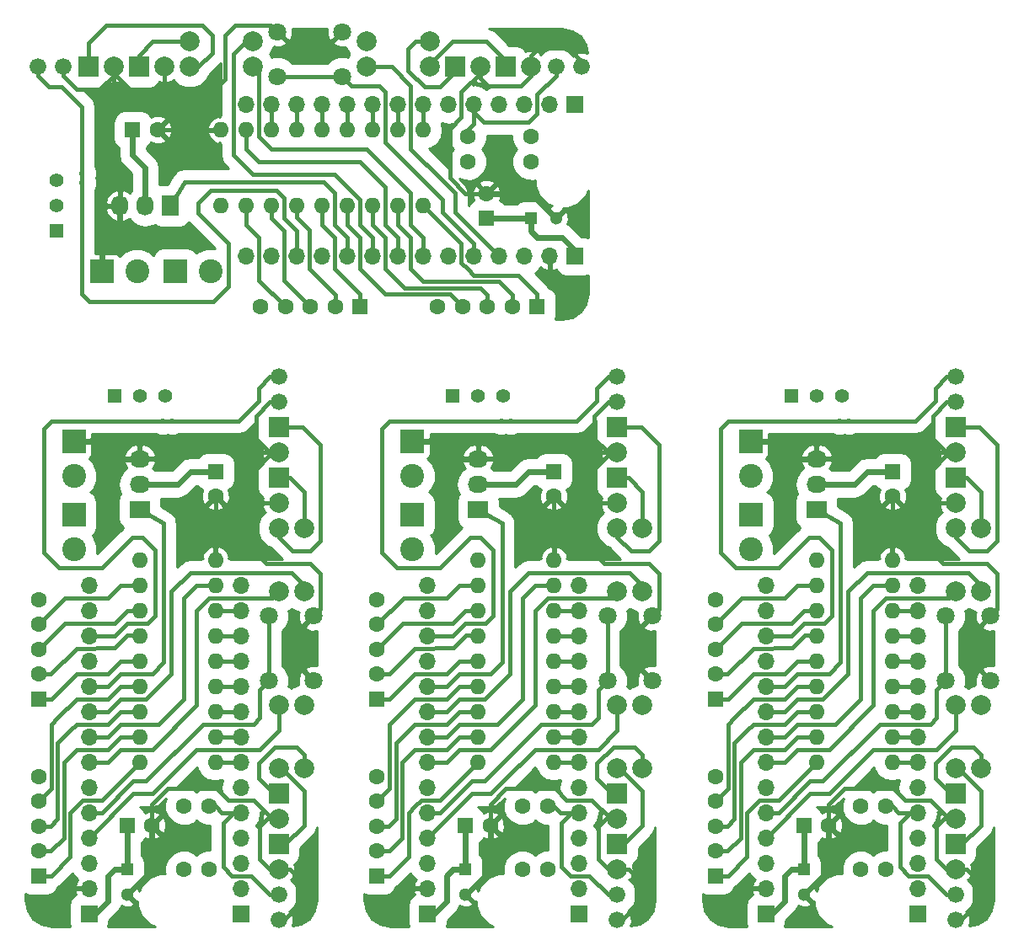
<source format=gbl>
%MOIN*%
%OFA0B0*%
%FSLAX46Y46*%
%IPPOS*%
%LPD*%
%ADD10C,0.0039370078740157488*%
%ADD11C,0.066*%
%ADD12C,0.07874015748031496*%
%ADD13R,0.07874015748031496X0.07874015748031496*%
%ADD14R,0.062992125984251982X0.062992125984251982*%
%ADD15C,0.062992125984251982*%
%ADD16R,0.066929133858267723X0.066929133858267723*%
%ADD17O,0.066929133858267723X0.066929133858267723*%
%ADD18R,0.051181102362204731X0.051181102362204731*%
%ADD19C,0.051181102362204731*%
%ADD20O,0.062992125984251982X0.062992125984251982*%
%ADD21R,0.08X0.068*%
%ADD22O,0.08X0.068*%
%ADD23R,0.055000000000000007X0.055000000000000007*%
%ADD24C,0.055000000000000007*%
%ADD25C,0.094488188976377951*%
%ADD26R,0.094488188976377951X0.094488188976377951*%
%ADD27C,0.0787*%
%ADD28C,0.070866141732283464*%
%ADD29R,0.015748031496062995X0.023622047244094488*%
%ADD30C,0.016*%
%ADD31C,0.024000000000000004*%
%ADD32C,0.01*%
%ADD43C,0.0039370078740157488*%
%ADD44C,0.066*%
%ADD45C,0.07874015748031496*%
%ADD46R,0.07874015748031496X0.07874015748031496*%
%ADD47R,0.062992125984251982X0.062992125984251982*%
%ADD48C,0.062992125984251982*%
%ADD49R,0.066929133858267723X0.066929133858267723*%
%ADD50O,0.066929133858267723X0.066929133858267723*%
%ADD51R,0.051181102362204731X0.051181102362204731*%
%ADD52C,0.051181102362204731*%
%ADD53O,0.062992125984251982X0.062992125984251982*%
%ADD54R,0.068X0.08*%
%ADD55O,0.068X0.08*%
%ADD56R,0.055000000000000007X0.055000000000000007*%
%ADD57C,0.055000000000000007*%
%ADD58C,0.094488188976377951*%
%ADD59R,0.094488188976377951X0.094488188976377951*%
%ADD60C,0.0787*%
%ADD61C,0.070866141732283464*%
%ADD62R,0.023622047244094488X0.015748031496062995*%
%ADD63C,0.016*%
%ADD64C,0.024000000000000004*%
%ADD65C,0.01*%
%ADD66C,0.0039370078740157488*%
%ADD67C,0.066*%
%ADD68C,0.07874015748031496*%
%ADD69R,0.07874015748031496X0.07874015748031496*%
%ADD70R,0.062992125984251982X0.062992125984251982*%
%ADD71C,0.062992125984251982*%
%ADD72R,0.066929133858267723X0.066929133858267723*%
%ADD73O,0.066929133858267723X0.066929133858267723*%
%ADD74R,0.051181102362204731X0.051181102362204731*%
%ADD75C,0.051181102362204731*%
%ADD76O,0.062992125984251982X0.062992125984251982*%
%ADD77R,0.08X0.068*%
%ADD78O,0.08X0.068*%
%ADD79R,0.055000000000000007X0.055000000000000007*%
%ADD80C,0.055000000000000007*%
%ADD81C,0.094488188976377951*%
%ADD82R,0.094488188976377951X0.094488188976377951*%
%ADD83C,0.0787*%
%ADD84C,0.070866141732283464*%
%ADD85R,0.015748031496062995X0.023622047244094488*%
%ADD86C,0.016*%
%ADD87C,0.024000000000000004*%
%ADD88C,0.01*%
%ADD89C,0.0039370078740157488*%
%ADD90C,0.066*%
%ADD91C,0.07874015748031496*%
%ADD92R,0.07874015748031496X0.07874015748031496*%
%ADD93R,0.062992125984251982X0.062992125984251982*%
%ADD94C,0.062992125984251982*%
%ADD95R,0.066929133858267723X0.066929133858267723*%
%ADD96O,0.066929133858267723X0.066929133858267723*%
%ADD97R,0.051181102362204731X0.051181102362204731*%
%ADD98C,0.051181102362204731*%
%ADD99O,0.062992125984251982X0.062992125984251982*%
%ADD100R,0.08X0.068*%
%ADD101O,0.08X0.068*%
%ADD102R,0.055000000000000007X0.055000000000000007*%
%ADD103C,0.055000000000000007*%
%ADD104C,0.094488188976377951*%
%ADD105R,0.094488188976377951X0.094488188976377951*%
%ADD106C,0.0787*%
%ADD107C,0.070866141732283464*%
%ADD108R,0.015748031496062995X0.023622047244094488*%
%ADD109C,0.016*%
%ADD110C,0.024000000000000004*%
%ADD111C,0.01*%
G01*
D10*
D11*
X-0004799999Y0004650000D02*
X0001050000Y0000075000D03*
X0001050000Y0000175000D03*
D12*
X0001050000Y0000475000D03*
D13*
X0001050000Y0000575000D03*
D14*
X0000100000Y0000250000D03*
D15*
X0000100000Y0000348425D03*
X0000100000Y0000446850D03*
X0000100000Y0000545275D03*
X0000100000Y0000643700D03*
D14*
X0000450000Y0000450000D03*
D15*
X0000548425Y0000450000D03*
D16*
X0000900000Y0000100000D03*
D17*
X0000900000Y0000200000D03*
X0000900000Y0000300000D03*
X0000900000Y0000400000D03*
X0000900000Y0000500000D03*
X0000900000Y0000600000D03*
X0000900000Y0000700000D03*
X0000900000Y0000800000D03*
X0000900000Y0000900000D03*
X0000900000Y0001000000D03*
X0000900000Y0001100000D03*
X0000900000Y0001200000D03*
X0000900000Y0001300000D03*
X0000900000Y0001400000D03*
D18*
X0000450000Y0000275000D03*
D19*
X0000450000Y0000176574D03*
D20*
X0000800000Y0000700000D03*
X0000800000Y0000800000D03*
X0000800000Y0000900000D03*
X0000800000Y0001000000D03*
X0000800000Y0001100000D03*
X0000800000Y0001200000D03*
X0000800000Y0001300000D03*
X0000800000Y0001400000D03*
X0000800000Y0001500000D03*
X0000500000Y0001500000D03*
X0000500000Y0001400000D03*
X0000500000Y0001300000D03*
X0000500000Y0001200000D03*
X0000500000Y0001100000D03*
X0000500000Y0001000000D03*
X0000500000Y0000900000D03*
X0000500000Y0000800000D03*
X0000500000Y0000700000D03*
D14*
X0000100000Y0000950000D03*
D15*
X0000100000Y0001048425D03*
X0000100000Y0001146850D03*
X0000100000Y0001245275D03*
X0000100000Y0001343700D03*
X0000800000Y0001751574D03*
D14*
X0000800000Y0001850000D03*
D21*
X0000500000Y0001700000D03*
D22*
X0000500000Y0001800000D03*
X0000500000Y0001900000D03*
D23*
X0000400000Y0002150000D03*
D24*
X0000500000Y0002150000D03*
X0000600000Y0002150000D03*
D25*
X0000240000Y0001832204D03*
D26*
X0000240000Y0001970000D03*
D25*
X0000240000Y0001542204D03*
D26*
X0000240000Y0001680000D03*
D12*
X0001050000Y0001725000D03*
D13*
X0001050000Y0001825000D03*
D27*
X0001050000Y0000925000D03*
X0001050000Y0000675000D03*
X0001150000Y0001375000D03*
X0001150000Y0001625000D03*
X0001150000Y0000925000D03*
X0001150000Y0000675000D03*
X0001050000Y0001375000D03*
X0001050000Y0001625000D03*
D15*
X0000775000Y0000275000D03*
X0000775000Y0000525000D03*
X0000675000Y0000275000D03*
X0000675000Y0000525000D03*
D28*
X0001011417Y0001277952D03*
X0001188582Y0001277952D03*
X0001011417Y0001022047D03*
X0001188582Y0001022047D03*
D16*
X0000300000Y0000100000D03*
D17*
X0000300000Y0000200000D03*
X0000300000Y0000300000D03*
X0000300000Y0000400000D03*
X0000300000Y0000500000D03*
X0000300000Y0000600000D03*
X0000300000Y0000700000D03*
X0000300000Y0000800000D03*
X0000300000Y0000900000D03*
X0000300000Y0001000000D03*
X0000300000Y0001100000D03*
X0000300000Y0001200000D03*
X0000300000Y0001300000D03*
X0000300000Y0001400000D03*
D29*
X0000627716Y0002050000D03*
X0000592283Y0002050000D03*
D12*
X0001050000Y0000275000D03*
D13*
X0001050000Y0000375000D03*
D12*
X0001050000Y0001925000D03*
D13*
X0001050000Y0002025000D03*
D11*
X0001050000Y0002125000D03*
X0001050000Y0002225000D03*
D30*
X0001050000Y0000475000D02*
X0001025000Y0000475000D01*
X0001025000Y0000475000D02*
X0000950000Y0000550000D01*
X0000548425Y0000533425D02*
X0000548425Y0000450000D01*
X0000610000Y0000595000D02*
X0000548425Y0000533425D01*
X0000805000Y0000595000D02*
X0000610000Y0000595000D01*
X0000850000Y0000550000D02*
X0000805000Y0000595000D01*
X0000950000Y0000550000D02*
X0000850000Y0000550000D01*
X0001050000Y0000075000D02*
X0001070000Y0000075000D01*
X0001070000Y0000075000D02*
X0001125000Y0000130000D01*
X0001125000Y0000130000D02*
X0001125000Y0000245000D01*
X0001125000Y0000245000D02*
X0001095000Y0000275000D01*
X0001095000Y0000275000D02*
X0001050000Y0000275000D01*
X0001050000Y0001925000D02*
X0001015000Y0001925000D01*
X0001015000Y0001925000D02*
X0000960000Y0001980000D01*
X0001015000Y0002125000D02*
X0001050000Y0002125000D01*
X0000960000Y0002070000D02*
X0001015000Y0002125000D01*
X0000960000Y0001980000D02*
X0000960000Y0002070000D01*
X0000990000Y0001725000D02*
X0000945000Y0001680000D01*
X0001215000Y0001304370D02*
X0001188582Y0001277952D01*
X0001215000Y0001445000D02*
X0001215000Y0001304370D01*
X0001175000Y0001485000D02*
X0001215000Y0001445000D01*
X0001000000Y0001485000D02*
X0001175000Y0001485000D01*
X0000945000Y0001540000D02*
X0001000000Y0001485000D01*
X0000945000Y0001680000D02*
X0000945000Y0001540000D01*
X0001050000Y0001925000D02*
X0001025000Y0001925000D01*
X0001025000Y0001925000D02*
X0000940000Y0001840000D01*
X0000990000Y0001725000D02*
X0001050000Y0001725000D01*
X0000940000Y0001775000D02*
X0000990000Y0001725000D01*
X0000940000Y0001840000D02*
X0000940000Y0001775000D01*
X0000845000Y0001945000D02*
X0000870000Y0001945000D01*
X0000870000Y0001945000D02*
X0000890000Y0001925000D01*
X0000890000Y0001925000D02*
X0001050000Y0001925000D01*
X0000645000Y0001945000D02*
X0000845000Y0001945000D01*
X0000600000Y0001900000D02*
X0000645000Y0001945000D01*
X0000500000Y0001900000D02*
X0000600000Y0001900000D01*
X0001050000Y0000275000D02*
X0001015000Y0000275000D01*
X0001015000Y0000275000D02*
X0000975000Y0000315000D01*
X0001005000Y0000475000D02*
X0001050000Y0000475000D01*
X0000975000Y0000445000D02*
X0001005000Y0000475000D01*
X0000975000Y0000315000D02*
X0000975000Y0000445000D01*
D31*
X0000450000Y0000176574D02*
X0000451574Y0000176574D01*
X0000451574Y0000176574D02*
X0000548425Y0000273425D01*
X0000548425Y0000273425D02*
X0000548425Y0000450000D01*
X0000500000Y0001900000D02*
X0000425000Y0001900000D01*
X0000425000Y0001900000D02*
X0000355000Y0001970000D01*
X0000355000Y0001970000D02*
X0000240000Y0001970000D01*
D30*
X0000800000Y0001500000D02*
X0000800000Y0001751574D01*
X0000725000Y0001125000D02*
X0000725000Y0001300000D01*
X0000375000Y0000700000D02*
X0000425000Y0000750000D01*
X0000425000Y0000750000D02*
X0000550000Y0000750000D01*
X0000550000Y0000750000D02*
X0000725000Y0000925000D01*
X0000725000Y0000925000D02*
X0000725000Y0001100000D01*
X0000725000Y0001100000D02*
X0000725000Y0001125000D01*
X0000300000Y0000700000D02*
X0000375000Y0000700000D01*
X0000775000Y0001350000D02*
X0001025000Y0001350000D01*
X0000725000Y0001300000D02*
X0000775000Y0001350000D01*
X0001025000Y0001350000D02*
X0001050000Y0001375000D01*
X0001050000Y0001400000D02*
X0001050000Y0001375000D01*
X0001011417Y0001022047D02*
X0001011417Y0001277952D01*
X0000300000Y0000500000D02*
X0000350000Y0000500000D01*
X0000975000Y0000985629D02*
X0001011417Y0001022047D01*
X0000975000Y0000875000D02*
X0000975000Y0000985629D01*
X0000950000Y0000850000D02*
X0000975000Y0000875000D01*
X0000750000Y0000850000D02*
X0000950000Y0000850000D01*
X0000525000Y0000625000D02*
X0000750000Y0000850000D01*
X0000475000Y0000625000D02*
X0000525000Y0000625000D01*
X0000350000Y0000500000D02*
X0000475000Y0000625000D01*
X0000600000Y0000625000D02*
X0000550000Y0000575000D01*
X0000600000Y0000625000D02*
X0000725000Y0000750000D01*
X0000725000Y0000750000D02*
X0000975000Y0000750000D01*
X0000975000Y0000750000D02*
X0001050000Y0000825000D01*
X0001050000Y0000925000D02*
X0001050000Y0000825000D01*
X0000475000Y0000575000D02*
X0000300000Y0000400000D01*
X0000550000Y0000575000D02*
X0000475000Y0000575000D01*
X0000200000Y0000550000D02*
X0000200000Y0000400000D01*
X0000500000Y0000800000D02*
X0000425000Y0000800000D01*
X0000200000Y0000600000D02*
X0000200000Y0000550000D01*
X0000200000Y0000700000D02*
X0000200000Y0000600000D01*
X0000250000Y0000750000D02*
X0000200000Y0000700000D01*
X0000375000Y0000750000D02*
X0000250000Y0000750000D01*
X0000425000Y0000800000D02*
X0000375000Y0000750000D01*
X0000148425Y0000348425D02*
X0000100000Y0000348425D01*
X0000200000Y0000400000D02*
X0000148425Y0000348425D01*
X0000350000Y0000550000D02*
X0000275000Y0000550000D01*
X0000400000Y0000600000D02*
X0000350000Y0000550000D01*
X0000500000Y0000700000D02*
X0000400000Y0000600000D01*
X0000150000Y0000250000D02*
X0000100000Y0000250000D01*
X0000225000Y0000325000D02*
X0000150000Y0000250000D01*
X0000225000Y0000500000D02*
X0000225000Y0000325000D01*
X0000250000Y0000525000D02*
X0000225000Y0000500000D01*
X0000275000Y0000550000D02*
X0000250000Y0000525000D01*
X0000100000Y0001048425D02*
X0000148425Y0001048425D01*
X0000452500Y0001202500D02*
X0000500000Y0001200000D01*
X0000402500Y0001152500D02*
X0000452500Y0001202500D01*
X0000250000Y0001150000D02*
X0000402500Y0001152500D01*
X0000148425Y0001048425D02*
X0000250000Y0001150000D01*
X0000101574Y0001050000D02*
X0000100000Y0001048425D01*
X0000101574Y0001050000D02*
X0000100000Y0001048425D01*
X0000500000Y0001100000D02*
X0000425000Y0001100000D01*
X0000150000Y0000950000D02*
X0000100000Y0000950000D01*
X0000250000Y0001050000D02*
X0000150000Y0000950000D01*
X0000375000Y0001050000D02*
X0000250000Y0001050000D01*
X0000425000Y0001100000D02*
X0000375000Y0001050000D01*
X0000175000Y0000575000D02*
X0000175000Y0000475000D01*
X0000175000Y0000625000D02*
X0000175000Y0000575000D01*
X0000146850Y0000446850D02*
X0000100000Y0000446850D01*
X0000175000Y0000475000D02*
X0000146850Y0000446850D01*
X0000100000Y0000450000D02*
X0000100000Y0000448425D01*
X0000100000Y0000450000D02*
X0000100000Y0000448425D01*
X0000225000Y0000825000D02*
X0000175000Y0000775000D01*
X0000425000Y0000900000D02*
X0000375000Y0000850000D01*
X0000375000Y0000850000D02*
X0000250000Y0000850000D01*
X0000250000Y0000850000D02*
X0000225000Y0000825000D01*
X0000500000Y0000900000D02*
X0000425000Y0000900000D01*
X0000175000Y0000775000D02*
X0000175000Y0000625000D01*
X0000175000Y0000625000D02*
X0000175000Y0000621850D01*
X0000150000Y0000675000D02*
X0000150000Y0000595275D01*
X0000150000Y0000850000D02*
X0000150000Y0000725000D01*
X0000150000Y0000725000D02*
X0000150000Y0000675000D01*
X0000500000Y0001000000D02*
X0000425000Y0001000000D01*
X0000250000Y0000950000D02*
X0000175000Y0000875000D01*
X0000375000Y0000950000D02*
X0000250000Y0000950000D01*
X0000425000Y0001000000D02*
X0000375000Y0000950000D01*
X0000175000Y0000875000D02*
X0000150000Y0000850000D01*
X0000150000Y0000595275D02*
X0000100000Y0000545275D01*
X0000100000Y0000550000D02*
X0000100000Y0000546850D01*
X0000500000Y0001300000D02*
X0000450000Y0001300000D01*
X0000203149Y0001250000D02*
X0000100000Y0001146850D01*
X0000400000Y0001250000D02*
X0000203149Y0001250000D01*
X0000450000Y0001300000D02*
X0000400000Y0001250000D01*
X0000500000Y0001400000D02*
X0000425000Y0001400000D01*
X0000204724Y0001350000D02*
X0000100000Y0001245275D01*
X0000375000Y0001350000D02*
X0000204724Y0001350000D01*
X0000425000Y0001400000D02*
X0000375000Y0001350000D01*
X0000800000Y0000900000D02*
X0000900000Y0000900000D01*
X0000800000Y0001000000D02*
X0000900000Y0001000000D01*
X0000900000Y0000500000D02*
X0000870000Y0000500000D01*
X0000870000Y0000500000D02*
X0000830000Y0000460000D01*
X0001015000Y0000175000D02*
X0001050000Y0000175000D01*
X0000940000Y0000250000D02*
X0001015000Y0000175000D01*
X0000865000Y0000250000D02*
X0000940000Y0000250000D01*
X0000830000Y0000285000D02*
X0000865000Y0000250000D01*
X0000830000Y0000460000D02*
X0000830000Y0000285000D01*
X0000775000Y0000525000D02*
X0000800000Y0000525000D01*
X0000800000Y0000525000D02*
X0000825000Y0000500000D01*
X0000825000Y0000500000D02*
X0000900000Y0000500000D01*
X0000450000Y0001250000D02*
X0000400000Y0001200000D01*
X0000150000Y0002050000D02*
X0000120000Y0002020000D01*
X0000120000Y0002020000D02*
X0000120000Y0001530000D01*
X0000120000Y0001530000D02*
X0000180000Y0001470000D01*
X0000180000Y0001470000D02*
X0000350000Y0001470000D01*
X0000350000Y0001470000D02*
X0000470000Y0001590000D01*
X0000470000Y0001590000D02*
X0000510000Y0001590000D01*
X0000510000Y0001590000D02*
X0000560000Y0001540000D01*
X0000560000Y0001540000D02*
X0000560000Y0001280000D01*
X0000560000Y0001280000D02*
X0000530000Y0001250000D01*
X0000530000Y0001250000D02*
X0000450000Y0001250000D01*
X0000592283Y0002050000D02*
X0000150000Y0002050000D01*
X0000400000Y0001200000D02*
X0000300000Y0001200000D01*
X0000627716Y0002050000D02*
X0000592283Y0002050000D01*
X0001050000Y0002225000D02*
X0001015000Y0002225000D01*
X0000890000Y0002050000D02*
X0000627716Y0002050000D01*
X0000970000Y0002130000D02*
X0000890000Y0002050000D01*
X0000970000Y0002180000D02*
X0000970000Y0002130000D01*
X0001015000Y0002225000D02*
X0000970000Y0002180000D01*
X0000300000Y0001000000D02*
X0000375000Y0001000000D01*
X0000595000Y0001645000D02*
X0000500000Y0001700000D01*
X0000595000Y0001095000D02*
X0000595000Y0001645000D01*
X0000550000Y0001050000D02*
X0000595000Y0001095000D01*
X0000425000Y0001050000D02*
X0000550000Y0001050000D01*
X0000375000Y0001000000D02*
X0000425000Y0001050000D01*
X0000300000Y0001000000D02*
X0000300000Y0001025000D01*
X0001050000Y0000375000D02*
X0001075000Y0000375000D01*
X0001075000Y0000375000D02*
X0001150000Y0000450000D01*
X0001150000Y0000450000D02*
X0001150000Y0000585000D01*
X0001150000Y0000585000D02*
X0001060000Y0000675000D01*
X0001060000Y0000675000D02*
X0001050000Y0000675000D01*
X0001150000Y0001625000D02*
X0001150000Y0001770000D01*
X0001095000Y0001825000D02*
X0001050000Y0001825000D01*
X0001150000Y0001770000D02*
X0001095000Y0001825000D01*
X0001050000Y0000575000D02*
X0001030000Y0000575000D01*
X0001030000Y0000575000D02*
X0000970000Y0000635000D01*
X0000970000Y0000635000D02*
X0000970000Y0000695000D01*
X0000970000Y0000695000D02*
X0001035000Y0000760000D01*
X0001035000Y0000760000D02*
X0001120000Y0000760000D01*
X0001120000Y0000760000D02*
X0001150000Y0000730000D01*
X0001150000Y0000730000D02*
X0001150000Y0000675000D01*
X0001050000Y0001625000D02*
X0001050000Y0001590000D01*
X0001050000Y0001590000D02*
X0001105000Y0001535000D01*
X0001105000Y0001535000D02*
X0001175000Y0001535000D01*
X0001175000Y0001535000D02*
X0001215000Y0001575000D01*
X0001215000Y0001575000D02*
X0001215000Y0001955000D01*
X0001215000Y0001955000D02*
X0001145000Y0002025000D01*
X0001145000Y0002025000D02*
X0001050000Y0002025000D01*
X0000300000Y0000800000D02*
X0000375000Y0000800000D01*
X0000725000Y0001400000D02*
X0000800000Y0001400000D01*
X0000675000Y0001350000D02*
X0000725000Y0001400000D01*
X0000675000Y0000950000D02*
X0000675000Y0001350000D01*
X0000575000Y0000850000D02*
X0000675000Y0000950000D01*
X0000425000Y0000850000D02*
X0000575000Y0000850000D01*
X0000375000Y0000800000D02*
X0000425000Y0000850000D01*
X0000800000Y0000700000D02*
X0000900000Y0000700000D01*
X0000800000Y0000800000D02*
X0000900000Y0000800000D01*
D31*
X0000450000Y0000275000D02*
X0000450000Y0000450000D01*
X0000300000Y0000100000D02*
X0000325000Y0000100000D01*
X0000325000Y0000100000D02*
X0000375000Y0000150000D01*
X0000400000Y0000275000D02*
X0000450000Y0000275000D01*
X0000375000Y0000250000D02*
X0000400000Y0000275000D01*
X0000375000Y0000150000D02*
X0000375000Y0000250000D01*
X0000800000Y0001850000D02*
X0000700000Y0001850000D01*
X0000650000Y0001800000D02*
X0000500000Y0001800000D01*
X0000700000Y0001850000D02*
X0000650000Y0001800000D01*
D30*
X0000800000Y0001100000D02*
X0000900000Y0001100000D01*
X0000800000Y0001200000D02*
X0000900000Y0001200000D01*
X0000800000Y0001300000D02*
X0000900000Y0001300000D01*
X0000700000Y0001450000D02*
X0001100000Y0001450000D01*
X0000300000Y0000900000D02*
X0000375000Y0000900000D01*
X0000625000Y0001375000D02*
X0000700000Y0001450000D01*
X0000625000Y0001050000D02*
X0000625000Y0001375000D01*
X0000525000Y0000950000D02*
X0000625000Y0001050000D01*
X0000425000Y0000950000D02*
X0000525000Y0000950000D01*
X0000375000Y0000900000D02*
X0000425000Y0000950000D01*
X0001100000Y0001450000D02*
X0001150000Y0001400000D01*
X0001150000Y0001400000D02*
X0001150000Y0001375000D01*
D32*
G36*
X0000457627Y0000177131D02*
X0000457071Y0000176574D01*
X0000485394Y0000148251D01*
X0000491653Y0000149762D01*
X0000491634Y0000128543D01*
X0000508094Y0000088706D01*
X0000538546Y0000058201D01*
X0000559815Y0000049370D01*
X0000375227Y0000049370D01*
X0000378703Y0000066535D01*
X0000378703Y0000073984D01*
X0000414859Y0000110140D01*
X0000427079Y0000128428D01*
X0000427554Y0000130819D01*
X0000442877Y0000125487D01*
X0000462969Y0000126650D01*
X0000476131Y0000132101D01*
X0000478323Y0000141180D01*
X0000450000Y0000169503D01*
X0000449443Y0000168946D01*
X0000442372Y0000176017D01*
X0000442928Y0000176574D01*
X0000442372Y0000177131D01*
X0000449443Y0000184202D01*
X0000450000Y0000183645D01*
X0000450556Y0000184202D01*
X0000457627Y0000177131D01*
X0000457627Y0000177131D01*
G37*
X0000457627Y0000177131D02*
X0000457071Y0000176574D01*
X0000485394Y0000148251D01*
X0000491653Y0000149762D01*
X0000491634Y0000128543D01*
X0000508094Y0000088706D01*
X0000538546Y0000058201D01*
X0000559815Y0000049370D01*
X0000375227Y0000049370D01*
X0000378703Y0000066535D01*
X0000378703Y0000073984D01*
X0000414859Y0000110140D01*
X0000427079Y0000128428D01*
X0000427554Y0000130819D01*
X0000442877Y0000125487D01*
X0000462969Y0000126650D01*
X0000476131Y0000132101D01*
X0000478323Y0000141180D01*
X0000450000Y0000169503D01*
X0000449443Y0000168946D01*
X0000442372Y0000176017D01*
X0000442928Y0000176574D01*
X0000442372Y0000177131D01*
X0000449443Y0000184202D01*
X0000450000Y0000183645D01*
X0000450556Y0000184202D01*
X0000457627Y0000177131D01*
G36*
X0000243437Y0000244962D02*
X0000255841Y0000236674D01*
X0000249935Y0000230193D01*
X0000243249Y0000214050D01*
X0000248025Y0000205000D01*
X0000295000Y0000205000D01*
X0000295000Y0000205787D01*
X0000305000Y0000205787D01*
X0000305000Y0000205000D01*
X0000305787Y0000205000D01*
X0000305787Y0000195000D01*
X0000305000Y0000195000D01*
X0000305000Y0000194212D01*
X0000295000Y0000194212D01*
X0000295000Y0000195000D01*
X0000248025Y0000195000D01*
X0000243249Y0000185949D01*
X0000248070Y0000174308D01*
X0000234991Y0000165892D01*
X0000224860Y0000151065D01*
X0000221296Y0000133464D01*
X0000221296Y0000066535D01*
X0000224390Y0000050092D01*
X0000224855Y0000049370D01*
X0000154862Y0000049370D01*
X0000111860Y0000057923D01*
X0000079527Y0000079527D01*
X0000057923Y0000111860D01*
X0000049370Y0000154862D01*
X0000049370Y0000177876D01*
X0000050903Y0000176828D01*
X0000068503Y0000173264D01*
X0000131496Y0000173264D01*
X0000147938Y0000176358D01*
X0000163040Y0000186076D01*
X0000173171Y0000200903D01*
X0000173827Y0000204146D01*
X0000187031Y0000212968D01*
X0000233659Y0000259596D01*
X0000243437Y0000244962D01*
X0000243437Y0000244962D01*
G37*
X0000243437Y0000244962D02*
X0000255841Y0000236674D01*
X0000249935Y0000230193D01*
X0000243249Y0000214050D01*
X0000248025Y0000205000D01*
X0000295000Y0000205000D01*
X0000295000Y0000205787D01*
X0000305000Y0000205787D01*
X0000305000Y0000205000D01*
X0000305787Y0000205000D01*
X0000305787Y0000195000D01*
X0000305000Y0000195000D01*
X0000305000Y0000194212D01*
X0000295000Y0000194212D01*
X0000295000Y0000195000D01*
X0000248025Y0000195000D01*
X0000243249Y0000185949D01*
X0000248070Y0000174308D01*
X0000234991Y0000165892D01*
X0000224860Y0000151065D01*
X0000221296Y0000133464D01*
X0000221296Y0000066535D01*
X0000224390Y0000050092D01*
X0000224855Y0000049370D01*
X0000154862Y0000049370D01*
X0000111860Y0000057923D01*
X0000079527Y0000079527D01*
X0000057923Y0000111860D01*
X0000049370Y0000154862D01*
X0000049370Y0000177876D01*
X0000050903Y0000176828D01*
X0000068503Y0000173264D01*
X0000131496Y0000173264D01*
X0000147938Y0000176358D01*
X0000163040Y0000186076D01*
X0000173171Y0000200903D01*
X0000173827Y0000204146D01*
X0000187031Y0000212968D01*
X0000233659Y0000259596D01*
X0000243437Y0000244962D01*
G36*
X0001200629Y0000154862D02*
X0001192076Y0000111860D01*
X0001170472Y0000079527D01*
X0001138139Y0000057923D01*
X0001102969Y0000050927D01*
X0001108463Y0000066106D01*
X0001107416Y0000089156D01*
X0001100609Y0000105589D01*
X0001091539Y0000108449D01*
X0001093769Y0000109370D01*
X0001115552Y0000131116D01*
X0001127356Y0000159542D01*
X0001127383Y0000190322D01*
X0001115629Y0000218769D01*
X0001097098Y0000237332D01*
X0001105881Y0000240580D01*
X0001114799Y0000264585D01*
X0001113852Y0000290175D01*
X0001111078Y0000296872D01*
X0001120914Y0000303202D01*
X0001131045Y0000318029D01*
X0001134609Y0000335629D01*
X0001134609Y0000360546D01*
X0001187031Y0000412968D01*
X0001197135Y0000428090D01*
X0001198383Y0000429958D01*
X0001200629Y0000441251D01*
X0001200629Y0000154862D01*
X0001200629Y0000154862D01*
G37*
X0001200629Y0000154862D02*
X0001192076Y0000111860D01*
X0001170472Y0000079527D01*
X0001138139Y0000057923D01*
X0001102969Y0000050927D01*
X0001108463Y0000066106D01*
X0001107416Y0000089156D01*
X0001100609Y0000105589D01*
X0001091539Y0000108449D01*
X0001093769Y0000109370D01*
X0001115552Y0000131116D01*
X0001127356Y0000159542D01*
X0001127383Y0000190322D01*
X0001115629Y0000218769D01*
X0001097098Y0000237332D01*
X0001105881Y0000240580D01*
X0001114799Y0000264585D01*
X0001113852Y0000290175D01*
X0001111078Y0000296872D01*
X0001120914Y0000303202D01*
X0001131045Y0000318029D01*
X0001134609Y0000335629D01*
X0001134609Y0000360546D01*
X0001187031Y0000412968D01*
X0001197135Y0000428090D01*
X0001198383Y0000429958D01*
X0001200629Y0000441251D01*
X0001200629Y0000154862D01*
G36*
X0001057627Y0000075556D02*
X0001057071Y0000075000D01*
X0001057627Y0000074443D01*
X0001050556Y0000067372D01*
X0001050000Y0000067928D01*
X0001049443Y0000067372D01*
X0001042372Y0000074443D01*
X0001042928Y0000075000D01*
X0001042372Y0000075556D01*
X0001049443Y0000082627D01*
X0001050000Y0000082071D01*
X0001050556Y0000082627D01*
X0001057627Y0000075556D01*
X0001057627Y0000075556D01*
G37*
X0001057627Y0000075556D02*
X0001057071Y0000075000D01*
X0001057627Y0000074443D01*
X0001050556Y0000067372D01*
X0001050000Y0000067928D01*
X0001049443Y0000067372D01*
X0001042372Y0000074443D01*
X0001042928Y0000075000D01*
X0001042372Y0000075556D01*
X0001049443Y0000082627D01*
X0001050000Y0000082071D01*
X0001050556Y0000082627D01*
X0001057627Y0000075556D01*
G36*
X0000599147Y0000540156D02*
X0000599120Y0000509975D01*
X0000610646Y0000482081D01*
X0000631969Y0000460721D01*
X0000659843Y0000449147D01*
X0000690024Y0000449120D01*
X0000717918Y0000460646D01*
X0000724993Y0000467709D01*
X0000731969Y0000460721D01*
X0000759843Y0000449147D01*
X0000777629Y0000449131D01*
X0000777629Y0000350863D01*
X0000759975Y0000350879D01*
X0000732081Y0000339353D01*
X0000725006Y0000332290D01*
X0000718030Y0000339278D01*
X0000690156Y0000350852D01*
X0000659975Y0000350879D01*
X0000632081Y0000339353D01*
X0000610721Y0000318030D01*
X0000599147Y0000290156D01*
X0000599120Y0000259975D01*
X0000599793Y0000258346D01*
X0000578543Y0000258365D01*
X0000538706Y0000241905D01*
X0000508201Y0000211453D01*
X0000499515Y0000190533D01*
X0000494472Y0000202705D01*
X0000485394Y0000204898D01*
X0000486770Y0000206273D01*
X0000492033Y0000207264D01*
X0000507134Y0000216981D01*
X0000517265Y0000231808D01*
X0000520829Y0000249409D01*
X0000520829Y0000300590D01*
X0000517736Y0000317033D01*
X0000508018Y0000332134D01*
X0000506370Y0000333260D01*
X0000506370Y0000381783D01*
X0000513040Y0000386076D01*
X0000522150Y0000399409D01*
X0000539890Y0000393032D01*
X0000562340Y0000394103D01*
X0000578110Y0000400635D01*
X0000581029Y0000410325D01*
X0000548425Y0000442928D01*
X0000547868Y0000442372D01*
X0000540797Y0000449443D01*
X0000541354Y0000450000D01*
X0000555496Y0000450000D01*
X0000588100Y0000417396D01*
X0000597789Y0000420314D01*
X0000605392Y0000441465D01*
X0000604322Y0000463915D01*
X0000597789Y0000479685D01*
X0000588100Y0000482603D01*
X0000555496Y0000450000D01*
X0000541354Y0000450000D01*
X0000540797Y0000450556D01*
X0000547868Y0000457627D01*
X0000548425Y0000457071D01*
X0000581029Y0000489675D01*
X0000578110Y0000499364D01*
X0000556959Y0000506967D01*
X0000534509Y0000505896D01*
X0000521885Y0000500667D01*
X0000513924Y0000513040D01*
X0000499888Y0000522629D01*
X0000550000Y0000522629D01*
X0000570041Y0000526616D01*
X0000587031Y0000537968D01*
X0000606196Y0000557134D01*
X0000599147Y0000540156D01*
X0000599147Y0000540156D01*
G37*
X0000599147Y0000540156D02*
X0000599120Y0000509975D01*
X0000610646Y0000482081D01*
X0000631969Y0000460721D01*
X0000659843Y0000449147D01*
X0000690024Y0000449120D01*
X0000717918Y0000460646D01*
X0000724993Y0000467709D01*
X0000731969Y0000460721D01*
X0000759843Y0000449147D01*
X0000777629Y0000449131D01*
X0000777629Y0000350863D01*
X0000759975Y0000350879D01*
X0000732081Y0000339353D01*
X0000725006Y0000332290D01*
X0000718030Y0000339278D01*
X0000690156Y0000350852D01*
X0000659975Y0000350879D01*
X0000632081Y0000339353D01*
X0000610721Y0000318030D01*
X0000599147Y0000290156D01*
X0000599120Y0000259975D01*
X0000599793Y0000258346D01*
X0000578543Y0000258365D01*
X0000538706Y0000241905D01*
X0000508201Y0000211453D01*
X0000499515Y0000190533D01*
X0000494472Y0000202705D01*
X0000485394Y0000204898D01*
X0000486770Y0000206273D01*
X0000492033Y0000207264D01*
X0000507134Y0000216981D01*
X0000517265Y0000231808D01*
X0000520829Y0000249409D01*
X0000520829Y0000300590D01*
X0000517736Y0000317033D01*
X0000508018Y0000332134D01*
X0000506370Y0000333260D01*
X0000506370Y0000381783D01*
X0000513040Y0000386076D01*
X0000522150Y0000399409D01*
X0000539890Y0000393032D01*
X0000562340Y0000394103D01*
X0000578110Y0000400635D01*
X0000581029Y0000410325D01*
X0000548425Y0000442928D01*
X0000547868Y0000442372D01*
X0000540797Y0000449443D01*
X0000541354Y0000450000D01*
X0000555496Y0000450000D01*
X0000588100Y0000417396D01*
X0000597789Y0000420314D01*
X0000605392Y0000441465D01*
X0000604322Y0000463915D01*
X0000597789Y0000479685D01*
X0000588100Y0000482603D01*
X0000555496Y0000450000D01*
X0000541354Y0000450000D01*
X0000540797Y0000450556D01*
X0000547868Y0000457627D01*
X0000548425Y0000457071D01*
X0000581029Y0000489675D01*
X0000578110Y0000499364D01*
X0000556959Y0000506967D01*
X0000534509Y0000505896D01*
X0000521885Y0000500667D01*
X0000513924Y0000513040D01*
X0000499888Y0000522629D01*
X0000550000Y0000522629D01*
X0000570041Y0000526616D01*
X0000587031Y0000537968D01*
X0000606196Y0000557134D01*
X0000599147Y0000540156D01*
G36*
X0001057627Y0000275556D02*
X0001057071Y0000275000D01*
X0001057627Y0000274443D01*
X0001050556Y0000267372D01*
X0001050000Y0000267928D01*
X0001049443Y0000267372D01*
X0001042372Y0000274443D01*
X0001042928Y0000275000D01*
X0001042372Y0000275556D01*
X0001049443Y0000282627D01*
X0001050000Y0000282071D01*
X0001050556Y0000282627D01*
X0001057627Y0000275556D01*
X0001057627Y0000275556D01*
G37*
X0001057627Y0000275556D02*
X0001057071Y0000275000D01*
X0001057627Y0000274443D01*
X0001050556Y0000267372D01*
X0001050000Y0000267928D01*
X0001049443Y0000267372D01*
X0001042372Y0000274443D01*
X0001042928Y0000275000D01*
X0001042372Y0000275556D01*
X0001049443Y0000282627D01*
X0001050000Y0000282071D01*
X0001050556Y0000282627D01*
X0001057627Y0000275556D01*
G36*
X0000989315Y0000496492D02*
X0000985200Y0000485414D01*
X0000986147Y0000459824D01*
X0000988921Y0000453127D01*
X0000979085Y0000446797D01*
X0000970481Y0000434205D01*
X0000959928Y0000450000D01*
X0000973434Y0000470213D01*
X0000979359Y0000500000D01*
X0000978601Y0000503813D01*
X0000989315Y0000496492D01*
X0000989315Y0000496492D01*
G37*
X0000989315Y0000496492D02*
X0000985200Y0000485414D01*
X0000986147Y0000459824D01*
X0000988921Y0000453127D01*
X0000979085Y0000446797D01*
X0000970481Y0000434205D01*
X0000959928Y0000450000D01*
X0000973434Y0000470213D01*
X0000979359Y0000500000D01*
X0000978601Y0000503813D01*
X0000989315Y0000496492D01*
G36*
X0001057627Y0000475556D02*
X0001057071Y0000475000D01*
X0001057627Y0000474443D01*
X0001050556Y0000467372D01*
X0001050000Y0000467928D01*
X0001049443Y0000467372D01*
X0001042372Y0000474443D01*
X0001042928Y0000475000D01*
X0001042372Y0000475556D01*
X0001049443Y0000482627D01*
X0001050000Y0000482071D01*
X0001050556Y0000482627D01*
X0001057627Y0000475556D01*
X0001057627Y0000475556D01*
G37*
X0001057627Y0000475556D02*
X0001057071Y0000475000D01*
X0001057627Y0000474443D01*
X0001050556Y0000467372D01*
X0001050000Y0000467928D01*
X0001049443Y0000467372D01*
X0001042372Y0000474443D01*
X0001042928Y0000475000D01*
X0001042372Y0000475556D01*
X0001049443Y0000482627D01*
X0001050000Y0000482071D01*
X0001050556Y0000482627D01*
X0001057627Y0000475556D01*
G36*
X0000728422Y0000670967D02*
X0000744868Y0000646354D01*
X0000769481Y0000629908D01*
X0000798513Y0000624133D01*
X0000801486Y0000624133D01*
X0000826427Y0000629095D01*
X0000820640Y0000600000D01*
X0000823953Y0000583345D01*
X0000818030Y0000589278D01*
X0000790156Y0000600852D01*
X0000759975Y0000600879D01*
X0000732081Y0000589353D01*
X0000725006Y0000582290D01*
X0000718030Y0000589278D01*
X0000690156Y0000600852D01*
X0000659975Y0000600879D01*
X0000642876Y0000593814D01*
X0000727030Y0000677967D01*
X0000728422Y0000670967D01*
X0000728422Y0000670967D01*
G37*
X0000728422Y0000670967D02*
X0000744868Y0000646354D01*
X0000769481Y0000629908D01*
X0000798513Y0000624133D01*
X0000801486Y0000624133D01*
X0000826427Y0000629095D01*
X0000820640Y0000600000D01*
X0000823953Y0000583345D01*
X0000818030Y0000589278D01*
X0000790156Y0000600852D01*
X0000759975Y0000600879D01*
X0000732081Y0000589353D01*
X0000725006Y0000582290D01*
X0000718030Y0000589278D01*
X0000690156Y0000600852D01*
X0000659975Y0000600879D01*
X0000642876Y0000593814D01*
X0000727030Y0000677967D01*
X0000728422Y0000670967D01*
G36*
X0001102514Y0001304066D02*
X0001129661Y0001292794D01*
X0001127698Y0001287427D01*
X0001128707Y0001263407D01*
X0001135958Y0001245899D01*
X0001146056Y0001242497D01*
X0001181511Y0001277952D01*
X0001180954Y0001278509D01*
X0001188025Y0001285580D01*
X0001188582Y0001285023D01*
X0001189139Y0001285580D01*
X0001196210Y0001278509D01*
X0001195653Y0001277952D01*
X0001196210Y0001277395D01*
X0001189139Y0001270324D01*
X0001188582Y0001270881D01*
X0001153127Y0001235426D01*
X0001156529Y0001225329D01*
X0001179107Y0001217068D01*
X0001200629Y0001217972D01*
X0001200629Y0001081990D01*
X0001198057Y0001082931D01*
X0001174037Y0001081922D01*
X0001156529Y0001074670D01*
X0001153127Y0001064573D01*
X0001188582Y0001029118D01*
X0001189139Y0001029675D01*
X0001196210Y0001022604D01*
X0001195653Y0001022047D01*
X0001196210Y0001021490D01*
X0001189139Y0001014419D01*
X0001188582Y0001014976D01*
X0001188025Y0001014419D01*
X0001180954Y0001021490D01*
X0001181511Y0001022047D01*
X0001146056Y0001057502D01*
X0001135958Y0001054100D01*
X0001127698Y0001031522D01*
X0001128707Y0001007501D01*
X0001128959Y0001006891D01*
X0001102638Y0000996015D01*
X0001100016Y0000993398D01*
X0001097485Y0000995933D01*
X0001088527Y0000999652D01*
X0001091206Y0001006103D01*
X0001091234Y0001037851D01*
X0001079110Y0001067193D01*
X0001063787Y0001082542D01*
X0001063787Y0001217471D01*
X0001079031Y0001232688D01*
X0001091206Y0001262009D01*
X0001091234Y0001293756D01*
X0001088518Y0001300330D01*
X0001097361Y0001303984D01*
X0001099983Y0001306601D01*
X0001102514Y0001304066D01*
X0001102514Y0001304066D01*
G37*
X0001102514Y0001304066D02*
X0001129661Y0001292794D01*
X0001127698Y0001287427D01*
X0001128707Y0001263407D01*
X0001135958Y0001245899D01*
X0001146056Y0001242497D01*
X0001181511Y0001277952D01*
X0001180954Y0001278509D01*
X0001188025Y0001285580D01*
X0001188582Y0001285023D01*
X0001189139Y0001285580D01*
X0001196210Y0001278509D01*
X0001195653Y0001277952D01*
X0001196210Y0001277395D01*
X0001189139Y0001270324D01*
X0001188582Y0001270881D01*
X0001153127Y0001235426D01*
X0001156529Y0001225329D01*
X0001179107Y0001217068D01*
X0001200629Y0001217972D01*
X0001200629Y0001081990D01*
X0001198057Y0001082931D01*
X0001174037Y0001081922D01*
X0001156529Y0001074670D01*
X0001153127Y0001064573D01*
X0001188582Y0001029118D01*
X0001189139Y0001029675D01*
X0001196210Y0001022604D01*
X0001195653Y0001022047D01*
X0001196210Y0001021490D01*
X0001189139Y0001014419D01*
X0001188582Y0001014976D01*
X0001188025Y0001014419D01*
X0001180954Y0001021490D01*
X0001181511Y0001022047D01*
X0001146056Y0001057502D01*
X0001135958Y0001054100D01*
X0001127698Y0001031522D01*
X0001128707Y0001007501D01*
X0001128959Y0001006891D01*
X0001102638Y0000996015D01*
X0001100016Y0000993398D01*
X0001097485Y0000995933D01*
X0001088527Y0000999652D01*
X0001091206Y0001006103D01*
X0001091234Y0001037851D01*
X0001079110Y0001067193D01*
X0001063787Y0001082542D01*
X0001063787Y0001217471D01*
X0001079031Y0001232688D01*
X0001091206Y0001262009D01*
X0001091234Y0001293756D01*
X0001088518Y0001300330D01*
X0001097361Y0001303984D01*
X0001099983Y0001306601D01*
X0001102514Y0001304066D01*
G36*
X0000965390Y0001985629D02*
X0000968484Y0001969187D01*
X0000978202Y0001954085D01*
X0000989315Y0001946492D01*
X0000985200Y0001935414D01*
X0000986147Y0001909824D01*
X0000988921Y0001903127D01*
X0000979085Y0001896797D01*
X0000968954Y0001881970D01*
X0000965390Y0001864370D01*
X0000965390Y0001785629D01*
X0000968484Y0001769187D01*
X0000978202Y0001754085D01*
X0000989315Y0001746492D01*
X0000985200Y0001735414D01*
X0000986147Y0001709824D01*
X0000994118Y0001690580D01*
X0000996362Y0001689750D01*
X0000979067Y0001672485D01*
X0000966294Y0001641726D01*
X0000966265Y0001608420D01*
X0000978984Y0001577638D01*
X0001002514Y0001554066D01*
X0001018514Y0001547423D01*
X0001063567Y0001502370D01*
X0000856496Y0001502370D01*
X0000856496Y0001505000D01*
X0000849996Y0001505000D01*
X0000854799Y0001513741D01*
X0000848466Y0001529032D01*
X0000833666Y0001545369D01*
X0000813741Y0001554799D01*
X0000805000Y0001550024D01*
X0000805000Y0001505000D01*
X0000805787Y0001505000D01*
X0000805787Y0001502370D01*
X0000794212Y0001502370D01*
X0000794212Y0001505000D01*
X0000795000Y0001505000D01*
X0000795000Y0001550024D01*
X0000786258Y0001554799D01*
X0000766333Y0001545369D01*
X0000751533Y0001529032D01*
X0000745200Y0001513741D01*
X0000750003Y0001505000D01*
X0000743503Y0001505000D01*
X0000743503Y0001502370D01*
X0000700000Y0001502370D01*
X0000679958Y0001498383D01*
X0000674894Y0001495000D01*
X0000662968Y0001487031D01*
X0000647370Y0001471432D01*
X0000647370Y0001645000D01*
X0000646039Y0001651688D01*
X0000645601Y0001658493D01*
X0000644063Y0001661622D01*
X0000643383Y0001665041D01*
X0000639595Y0001670711D01*
X0000636586Y0001676831D01*
X0000633967Y0001679132D01*
X0000632031Y0001682031D01*
X0000626361Y0001685819D01*
X0000621239Y0001690322D01*
X0000585239Y0001711164D01*
X0000585239Y0001711899D01*
X0000767396Y0001711899D01*
X0000770314Y0001702210D01*
X0000791465Y0001694607D01*
X0000813915Y0001695678D01*
X0000829685Y0001702210D01*
X0000832603Y0001711899D01*
X0000800000Y0001744503D01*
X0000767396Y0001711899D01*
X0000585239Y0001711899D01*
X0000585239Y0001734000D01*
X0000583427Y0001743629D01*
X0000650000Y0001743629D01*
X0000671571Y0001747920D01*
X0000689859Y0001760140D01*
X0000723349Y0001793629D01*
X0000731784Y0001793629D01*
X0000736076Y0001786959D01*
X0000749409Y0001777849D01*
X0000743032Y0001760109D01*
X0000744103Y0001737659D01*
X0000750635Y0001721889D01*
X0000760325Y0001718970D01*
X0000792928Y0001751574D01*
X0000792372Y0001752131D01*
X0000799443Y0001759202D01*
X0000800000Y0001758645D01*
X0000800556Y0001759202D01*
X0000807627Y0001752131D01*
X0000807071Y0001751574D01*
X0000839675Y0001718970D01*
X0000849364Y0001721889D01*
X0000856967Y0001743040D01*
X0000855896Y0001765490D01*
X0000850667Y0001778114D01*
X0000863040Y0001786076D01*
X0000873171Y0001800903D01*
X0000876735Y0001818503D01*
X0000876735Y0001881496D01*
X0000873641Y0001897938D01*
X0000863924Y0001913040D01*
X0000849096Y0001923171D01*
X0000831496Y0001926735D01*
X0000768503Y0001926735D01*
X0000752061Y0001923641D01*
X0000736959Y0001913923D01*
X0000731798Y0001906370D01*
X0000700000Y0001906370D01*
X0000682007Y0001902791D01*
X0000678428Y0001902079D01*
X0000660140Y0001889859D01*
X0000626650Y0001856370D01*
X0000561641Y0001856370D01*
X0000551601Y0001863078D01*
X0000553178Y0001864486D01*
X0000563177Y0001885244D01*
X0000563281Y0001885865D01*
X0000558512Y0001895000D01*
X0000505000Y0001895000D01*
X0000505000Y0001894212D01*
X0000495000Y0001894212D01*
X0000495000Y0001895000D01*
X0000441487Y0001895000D01*
X0000436718Y0001885865D01*
X0000436822Y0001885244D01*
X0000446821Y0001864486D01*
X0000448398Y0001863078D01*
X0000436931Y0001855416D01*
X0000419942Y0001829990D01*
X0000413977Y0001800000D01*
X0000419942Y0001770009D01*
X0000425361Y0001761899D01*
X0000418324Y0001751600D01*
X0000414760Y0001734000D01*
X0000414760Y0001666000D01*
X0000417854Y0001649557D01*
X0000427572Y0001634455D01*
X0000435734Y0001628879D01*
X0000432968Y0001627031D01*
X0000331599Y0001525662D01*
X0000331630Y0001560347D01*
X0000317712Y0001594032D01*
X0000314306Y0001597443D01*
X0000318788Y0001600327D01*
X0000328919Y0001615155D01*
X0000332483Y0001632755D01*
X0000332483Y0001727244D01*
X0000329389Y0001743686D01*
X0000319672Y0001758788D01*
X0000305696Y0001768337D01*
X0000317621Y0001780241D01*
X0000331598Y0001813901D01*
X0000331630Y0001850347D01*
X0000317712Y0001884032D01*
X0000300561Y0001901212D01*
X0000301405Y0001901561D01*
X0000308438Y0001908594D01*
X0000310732Y0001914134D01*
X0000436718Y0001914134D01*
X0000441487Y0001905000D01*
X0000495000Y0001905000D01*
X0000495000Y0001952792D01*
X0000505000Y0001952792D01*
X0000505000Y0001905000D01*
X0000558512Y0001905000D01*
X0000563281Y0001914134D01*
X0000563177Y0001914755D01*
X0000553178Y0001935513D01*
X0000535996Y0001950864D01*
X0000514248Y0001958471D01*
X0000505000Y0001952792D01*
X0000495000Y0001952792D01*
X0000485751Y0001958471D01*
X0000464003Y0001950864D01*
X0000446821Y0001935513D01*
X0000436822Y0001914755D01*
X0000436718Y0001914134D01*
X0000310732Y0001914134D01*
X0000312244Y0001917783D01*
X0000312244Y0001958750D01*
X0000305994Y0001965000D01*
X0000245000Y0001965000D01*
X0000245000Y0001964212D01*
X0000235000Y0001964212D01*
X0000235000Y0001965000D01*
X0000234212Y0001965000D01*
X0000234212Y0001975000D01*
X0000235000Y0001975000D01*
X0000235000Y0001975787D01*
X0000245000Y0001975787D01*
X0000245000Y0001975000D01*
X0000305994Y0001975000D01*
X0000312244Y0001981250D01*
X0000312244Y0001997629D01*
X0000565175Y0001997629D01*
X0000566808Y0001996513D01*
X0000584409Y0001992949D01*
X0000600157Y0001992949D01*
X0000610361Y0001994869D01*
X0000619842Y0001992949D01*
X0000635590Y0001992949D01*
X0000652033Y0001996043D01*
X0000654498Y0001997629D01*
X0000890000Y0001997629D01*
X0000910041Y0002001616D01*
X0000927031Y0002012968D01*
X0000965390Y0002051328D01*
X0000965390Y0001985629D01*
X0000965390Y0001985629D01*
G37*
X0000965390Y0001985629D02*
X0000968484Y0001969187D01*
X0000978202Y0001954085D01*
X0000989315Y0001946492D01*
X0000985200Y0001935414D01*
X0000986147Y0001909824D01*
X0000988921Y0001903127D01*
X0000979085Y0001896797D01*
X0000968954Y0001881970D01*
X0000965390Y0001864370D01*
X0000965390Y0001785629D01*
X0000968484Y0001769187D01*
X0000978202Y0001754085D01*
X0000989315Y0001746492D01*
X0000985200Y0001735414D01*
X0000986147Y0001709824D01*
X0000994118Y0001690580D01*
X0000996362Y0001689750D01*
X0000979067Y0001672485D01*
X0000966294Y0001641726D01*
X0000966265Y0001608420D01*
X0000978984Y0001577638D01*
X0001002514Y0001554066D01*
X0001018514Y0001547423D01*
X0001063567Y0001502370D01*
X0000856496Y0001502370D01*
X0000856496Y0001505000D01*
X0000849996Y0001505000D01*
X0000854799Y0001513741D01*
X0000848466Y0001529032D01*
X0000833666Y0001545369D01*
X0000813741Y0001554799D01*
X0000805000Y0001550024D01*
X0000805000Y0001505000D01*
X0000805787Y0001505000D01*
X0000805787Y0001502370D01*
X0000794212Y0001502370D01*
X0000794212Y0001505000D01*
X0000795000Y0001505000D01*
X0000795000Y0001550024D01*
X0000786258Y0001554799D01*
X0000766333Y0001545369D01*
X0000751533Y0001529032D01*
X0000745200Y0001513741D01*
X0000750003Y0001505000D01*
X0000743503Y0001505000D01*
X0000743503Y0001502370D01*
X0000700000Y0001502370D01*
X0000679958Y0001498383D01*
X0000674894Y0001495000D01*
X0000662968Y0001487031D01*
X0000647370Y0001471432D01*
X0000647370Y0001645000D01*
X0000646039Y0001651688D01*
X0000645601Y0001658493D01*
X0000644063Y0001661622D01*
X0000643383Y0001665041D01*
X0000639595Y0001670711D01*
X0000636586Y0001676831D01*
X0000633967Y0001679132D01*
X0000632031Y0001682031D01*
X0000626361Y0001685819D01*
X0000621239Y0001690322D01*
X0000585239Y0001711164D01*
X0000585239Y0001711899D01*
X0000767396Y0001711899D01*
X0000770314Y0001702210D01*
X0000791465Y0001694607D01*
X0000813915Y0001695678D01*
X0000829685Y0001702210D01*
X0000832603Y0001711899D01*
X0000800000Y0001744503D01*
X0000767396Y0001711899D01*
X0000585239Y0001711899D01*
X0000585239Y0001734000D01*
X0000583427Y0001743629D01*
X0000650000Y0001743629D01*
X0000671571Y0001747920D01*
X0000689859Y0001760140D01*
X0000723349Y0001793629D01*
X0000731784Y0001793629D01*
X0000736076Y0001786959D01*
X0000749409Y0001777849D01*
X0000743032Y0001760109D01*
X0000744103Y0001737659D01*
X0000750635Y0001721889D01*
X0000760325Y0001718970D01*
X0000792928Y0001751574D01*
X0000792372Y0001752131D01*
X0000799443Y0001759202D01*
X0000800000Y0001758645D01*
X0000800556Y0001759202D01*
X0000807627Y0001752131D01*
X0000807071Y0001751574D01*
X0000839675Y0001718970D01*
X0000849364Y0001721889D01*
X0000856967Y0001743040D01*
X0000855896Y0001765490D01*
X0000850667Y0001778114D01*
X0000863040Y0001786076D01*
X0000873171Y0001800903D01*
X0000876735Y0001818503D01*
X0000876735Y0001881496D01*
X0000873641Y0001897938D01*
X0000863924Y0001913040D01*
X0000849096Y0001923171D01*
X0000831496Y0001926735D01*
X0000768503Y0001926735D01*
X0000752061Y0001923641D01*
X0000736959Y0001913923D01*
X0000731798Y0001906370D01*
X0000700000Y0001906370D01*
X0000682007Y0001902791D01*
X0000678428Y0001902079D01*
X0000660140Y0001889859D01*
X0000626650Y0001856370D01*
X0000561641Y0001856370D01*
X0000551601Y0001863078D01*
X0000553178Y0001864486D01*
X0000563177Y0001885244D01*
X0000563281Y0001885865D01*
X0000558512Y0001895000D01*
X0000505000Y0001895000D01*
X0000505000Y0001894212D01*
X0000495000Y0001894212D01*
X0000495000Y0001895000D01*
X0000441487Y0001895000D01*
X0000436718Y0001885865D01*
X0000436822Y0001885244D01*
X0000446821Y0001864486D01*
X0000448398Y0001863078D01*
X0000436931Y0001855416D01*
X0000419942Y0001829990D01*
X0000413977Y0001800000D01*
X0000419942Y0001770009D01*
X0000425361Y0001761899D01*
X0000418324Y0001751600D01*
X0000414760Y0001734000D01*
X0000414760Y0001666000D01*
X0000417854Y0001649557D01*
X0000427572Y0001634455D01*
X0000435734Y0001628879D01*
X0000432968Y0001627031D01*
X0000331599Y0001525662D01*
X0000331630Y0001560347D01*
X0000317712Y0001594032D01*
X0000314306Y0001597443D01*
X0000318788Y0001600327D01*
X0000328919Y0001615155D01*
X0000332483Y0001632755D01*
X0000332483Y0001727244D01*
X0000329389Y0001743686D01*
X0000319672Y0001758788D01*
X0000305696Y0001768337D01*
X0000317621Y0001780241D01*
X0000331598Y0001813901D01*
X0000331630Y0001850347D01*
X0000317712Y0001884032D01*
X0000300561Y0001901212D01*
X0000301405Y0001901561D01*
X0000308438Y0001908594D01*
X0000310732Y0001914134D01*
X0000436718Y0001914134D01*
X0000441487Y0001905000D01*
X0000495000Y0001905000D01*
X0000495000Y0001952792D01*
X0000505000Y0001952792D01*
X0000505000Y0001905000D01*
X0000558512Y0001905000D01*
X0000563281Y0001914134D01*
X0000563177Y0001914755D01*
X0000553178Y0001935513D01*
X0000535996Y0001950864D01*
X0000514248Y0001958471D01*
X0000505000Y0001952792D01*
X0000495000Y0001952792D01*
X0000485751Y0001958471D01*
X0000464003Y0001950864D01*
X0000446821Y0001935513D01*
X0000436822Y0001914755D01*
X0000436718Y0001914134D01*
X0000310732Y0001914134D01*
X0000312244Y0001917783D01*
X0000312244Y0001958750D01*
X0000305994Y0001965000D01*
X0000245000Y0001965000D01*
X0000245000Y0001964212D01*
X0000235000Y0001964212D01*
X0000235000Y0001965000D01*
X0000234212Y0001965000D01*
X0000234212Y0001975000D01*
X0000235000Y0001975000D01*
X0000235000Y0001975787D01*
X0000245000Y0001975787D01*
X0000245000Y0001975000D01*
X0000305994Y0001975000D01*
X0000312244Y0001981250D01*
X0000312244Y0001997629D01*
X0000565175Y0001997629D01*
X0000566808Y0001996513D01*
X0000584409Y0001992949D01*
X0000600157Y0001992949D01*
X0000610361Y0001994869D01*
X0000619842Y0001992949D01*
X0000635590Y0001992949D01*
X0000652033Y0001996043D01*
X0000654498Y0001997629D01*
X0000890000Y0001997629D01*
X0000910041Y0002001616D01*
X0000927031Y0002012968D01*
X0000965390Y0002051328D01*
X0000965390Y0001985629D01*
G36*
X0001057627Y0001725556D02*
X0001057071Y0001725000D01*
X0001057627Y0001724443D01*
X0001050556Y0001717372D01*
X0001050000Y0001717928D01*
X0001049443Y0001717372D01*
X0001042372Y0001724443D01*
X0001042928Y0001725000D01*
X0001042372Y0001725556D01*
X0001049443Y0001732627D01*
X0001050000Y0001732071D01*
X0001050556Y0001732627D01*
X0001057627Y0001725556D01*
X0001057627Y0001725556D01*
G37*
X0001057627Y0001725556D02*
X0001057071Y0001725000D01*
X0001057627Y0001724443D01*
X0001050556Y0001717372D01*
X0001050000Y0001717928D01*
X0001049443Y0001717372D01*
X0001042372Y0001724443D01*
X0001042928Y0001725000D01*
X0001042372Y0001725556D01*
X0001049443Y0001732627D01*
X0001050000Y0001732071D01*
X0001050556Y0001732627D01*
X0001057627Y0001725556D01*
G36*
X0001057627Y0001925556D02*
X0001057071Y0001925000D01*
X0001057627Y0001924443D01*
X0001050556Y0001917372D01*
X0001050000Y0001917928D01*
X0001049443Y0001917372D01*
X0001042372Y0001924443D01*
X0001042928Y0001925000D01*
X0001042372Y0001925556D01*
X0001049443Y0001932627D01*
X0001050000Y0001932071D01*
X0001050556Y0001932627D01*
X0001057627Y0001925556D01*
X0001057627Y0001925556D01*
G37*
X0001057627Y0001925556D02*
X0001057071Y0001925000D01*
X0001057627Y0001924443D01*
X0001050556Y0001917372D01*
X0001050000Y0001917928D01*
X0001049443Y0001917372D01*
X0001042372Y0001924443D01*
X0001042928Y0001925000D01*
X0001042372Y0001925556D01*
X0001049443Y0001932627D01*
X0001050000Y0001932071D01*
X0001050556Y0001932627D01*
X0001057627Y0001925556D01*
G36*
X0001057627Y0002125556D02*
X0001057071Y0002125000D01*
X0001057627Y0002124443D01*
X0001050556Y0002117372D01*
X0001050000Y0002117928D01*
X0001049443Y0002117372D01*
X0001042372Y0002124443D01*
X0001042928Y0002125000D01*
X0001042372Y0002125556D01*
X0001049443Y0002132627D01*
X0001050000Y0002132071D01*
X0001050556Y0002132627D01*
X0001057627Y0002125556D01*
X0001057627Y0002125556D01*
G37*
X0001057627Y0002125556D02*
X0001057071Y0002125000D01*
X0001057627Y0002124443D01*
X0001050556Y0002117372D01*
X0001050000Y0002117928D01*
X0001049443Y0002117372D01*
X0001042372Y0002124443D01*
X0001042928Y0002125000D01*
X0001042372Y0002125556D01*
X0001049443Y0002132627D01*
X0001050000Y0002132071D01*
X0001050556Y0002132627D01*
X0001057627Y0002125556D01*
G04 next file*
G04 #@! TF.FileFunction,Copper,L2,Bot,Signal*
G04 Gerber Fmt 4.6, Leading zero omitted, Abs format (unit mm)*
G04 Created by KiCad (PCBNEW 4.0.6) date 09/06/18 10:25:07*
G01*
G04 APERTURE LIST*
G04 APERTURE END LIST*
D43*
D44*
X-0002327165Y-0002398425D02*
X0002247834Y0003451574D03*
X0002147834Y0003451574D03*
D45*
X0001847834Y0003451574D03*
D46*
X0001747834Y0003451574D03*
D47*
X0002072834Y0002501574D03*
D48*
X0001974409Y0002501574D03*
X0001875984Y0002501574D03*
X0001777559Y0002501574D03*
X0001679133Y0002501574D03*
D47*
X0001872834Y0002851574D03*
D48*
X0001872834Y0002950000D03*
D49*
X0002222834Y0003301574D03*
D50*
X0002122834Y0003301574D03*
X0002022834Y0003301574D03*
X0001922834Y0003301574D03*
X0001822834Y0003301574D03*
X0001722834Y0003301574D03*
X0001622834Y0003301574D03*
X0001522834Y0003301574D03*
X0001422834Y0003301574D03*
X0001322834Y0003301574D03*
X0001222834Y0003301574D03*
X0001122834Y0003301574D03*
X0001022834Y0003301574D03*
X0000922834Y0003301574D03*
D51*
X0002047834Y0002851574D03*
D52*
X0002146259Y0002851574D03*
D53*
X0001622834Y0003201574D03*
X0001522834Y0003201574D03*
X0001422834Y0003201574D03*
X0001322834Y0003201574D03*
X0001222834Y0003201574D03*
X0001122834Y0003201574D03*
X0001022834Y0003201574D03*
X0000922834Y0003201574D03*
X0000822834Y0003201574D03*
X0000822834Y0002901574D03*
X0000922834Y0002901574D03*
X0001022834Y0002901574D03*
X0001122834Y0002901574D03*
X0001222834Y0002901574D03*
X0001322834Y0002901574D03*
X0001422834Y0002901574D03*
X0001522834Y0002901574D03*
X0001622834Y0002901574D03*
D47*
X0001372834Y0002501574D03*
D48*
X0001274409Y0002501574D03*
X0001175984Y0002501574D03*
X0001077559Y0002501574D03*
X0000979133Y0002501574D03*
X0000571259Y0003201574D03*
D47*
X0000472834Y0003201574D03*
D54*
X0000622834Y0002901574D03*
D55*
X0000522834Y0002901574D03*
X0000422834Y0002901574D03*
D56*
X0000172834Y0002801574D03*
D57*
X0000172834Y0002901574D03*
X0000172834Y0003001574D03*
D58*
X0000490629Y0002641574D03*
D59*
X0000352834Y0002641574D03*
D58*
X0000780629Y0002641574D03*
D59*
X0000642834Y0002641574D03*
D45*
X0000597834Y0003451574D03*
D46*
X0000497834Y0003451574D03*
D60*
X0001397834Y0003451574D03*
X0001647834Y0003451574D03*
X0000947834Y0003551574D03*
X0000697834Y0003551574D03*
X0001397834Y0003551574D03*
X0001647834Y0003551574D03*
X0000947834Y0003451574D03*
X0000697834Y0003451574D03*
D48*
X0002047834Y0003176574D03*
X0001797834Y0003176574D03*
X0002047834Y0003076574D03*
X0001797834Y0003076574D03*
D61*
X0001044881Y0003412992D03*
X0001044881Y0003590157D03*
X0001300787Y0003412992D03*
X0001300787Y0003590157D03*
D49*
X0002222834Y0002701574D03*
D50*
X0002122834Y0002701574D03*
X0002022834Y0002701574D03*
X0001922834Y0002701574D03*
X0001822834Y0002701574D03*
X0001722834Y0002701574D03*
X0001622834Y0002701574D03*
X0001522834Y0002701574D03*
X0001422834Y0002701574D03*
X0001322834Y0002701574D03*
X0001222834Y0002701574D03*
X0001122834Y0002701574D03*
X0001022834Y0002701574D03*
X0000922834Y0002701574D03*
D62*
X0000272834Y0003029291D03*
X0000272834Y0002993858D03*
D45*
X0002047834Y0003451574D03*
D46*
X0001947834Y0003451574D03*
D45*
X0000397834Y0003451574D03*
D46*
X0000297834Y0003451574D03*
D44*
X0000197834Y0003451574D03*
X0000097834Y0003451574D03*
D63*
X0001847834Y0003451574D02*
X0001847834Y0003426574D01*
X0001847834Y0003426574D02*
X0001772834Y0003351574D01*
X0001789409Y0002950000D02*
X0001872834Y0002950000D01*
X0001727834Y0003011574D02*
X0001789409Y0002950000D01*
X0001727834Y0003206574D02*
X0001727834Y0003011574D01*
X0001772834Y0003251574D02*
X0001727834Y0003206574D01*
X0001772834Y0003351574D02*
X0001772834Y0003251574D01*
X0002247834Y0003451574D02*
X0002247834Y0003471574D01*
X0002247834Y0003471574D02*
X0002192834Y0003526574D01*
X0002192834Y0003526574D02*
X0002077834Y0003526574D01*
X0002077834Y0003526574D02*
X0002047834Y0003496574D01*
X0002047834Y0003496574D02*
X0002047834Y0003451574D01*
X0000397834Y0003451574D02*
X0000397834Y0003416574D01*
X0000397834Y0003416574D02*
X0000342834Y0003361574D01*
X0000197834Y0003416574D02*
X0000197834Y0003451574D01*
X0000252834Y0003361574D02*
X0000197834Y0003416574D01*
X0000342834Y0003361574D02*
X0000252834Y0003361574D01*
X0000597834Y0003391574D02*
X0000642834Y0003346574D01*
X0001018464Y0003616574D02*
X0001044881Y0003590157D01*
X0000877834Y0003616574D02*
X0001018464Y0003616574D01*
X0000837834Y0003576574D02*
X0000877834Y0003616574D01*
X0000837834Y0003401574D02*
X0000837834Y0003576574D01*
X0000782834Y0003346574D02*
X0000837834Y0003401574D01*
X0000642834Y0003346574D02*
X0000782834Y0003346574D01*
X0000397834Y0003451574D02*
X0000397834Y0003426574D01*
X0000397834Y0003426574D02*
X0000482834Y0003341574D01*
X0000597834Y0003391574D02*
X0000597834Y0003451574D01*
X0000547834Y0003341574D02*
X0000597834Y0003391574D01*
X0000482834Y0003341574D02*
X0000547834Y0003341574D01*
X0000377834Y0003246574D02*
X0000377834Y0003271574D01*
X0000377834Y0003271574D02*
X0000397834Y0003291574D01*
X0000397834Y0003291574D02*
X0000397834Y0003451574D01*
X0000377834Y0003046574D02*
X0000377834Y0003246574D01*
X0000422834Y0003001574D02*
X0000377834Y0003046574D01*
X0000422834Y0002901574D02*
X0000422834Y0003001574D01*
X0002047834Y0003451574D02*
X0002047834Y0003416574D01*
X0002047834Y0003416574D02*
X0002007834Y0003376574D01*
X0001847834Y0003406574D02*
X0001847834Y0003451574D01*
X0001877834Y0003376574D02*
X0001847834Y0003406574D01*
X0002007834Y0003376574D02*
X0001877834Y0003376574D01*
D64*
X0002146259Y0002851574D02*
X0002146259Y0002853149D01*
X0002146259Y0002853149D02*
X0002049409Y0002950000D01*
X0002049409Y0002950000D02*
X0001872834Y0002950000D01*
X0000422834Y0002901574D02*
X0000422834Y0002826574D01*
X0000422834Y0002826574D02*
X0000352834Y0002756574D01*
X0000352834Y0002756574D02*
X0000352834Y0002641574D01*
D63*
X0000822834Y0003201574D02*
X0000571259Y0003201574D01*
X0001197834Y0003126574D02*
X0001022834Y0003126574D01*
X0001622834Y0002776574D02*
X0001572834Y0002826574D01*
X0001572834Y0002826574D02*
X0001572834Y0002951574D01*
X0001572834Y0002951574D02*
X0001397834Y0003126574D01*
X0001397834Y0003126574D02*
X0001222834Y0003126574D01*
X0001222834Y0003126574D02*
X0001197834Y0003126574D01*
X0001622834Y0002701574D02*
X0001622834Y0002776574D01*
X0000972834Y0003176574D02*
X0000972834Y0003426574D01*
X0001022834Y0003126574D02*
X0000972834Y0003176574D01*
X0000972834Y0003426574D02*
X0000947834Y0003451574D01*
X0000922834Y0003451574D02*
X0000947834Y0003451574D01*
X0001300787Y0003412992D02*
X0001044881Y0003412992D01*
X0001822834Y0002701574D02*
X0001822834Y0002751574D01*
X0001337204Y0003376574D02*
X0001300787Y0003412992D01*
X0001447834Y0003376574D02*
X0001337204Y0003376574D01*
X0001472834Y0003351574D02*
X0001447834Y0003376574D01*
X0001472834Y0003151574D02*
X0001472834Y0003351574D01*
X0001697834Y0002926574D02*
X0001472834Y0003151574D01*
X0001697834Y0002876574D02*
X0001697834Y0002926574D01*
X0001822834Y0002751574D02*
X0001697834Y0002876574D01*
X0001697834Y0003001574D02*
X0001747834Y0002951574D01*
X0001697834Y0003001574D02*
X0001572834Y0003126574D01*
X0001572834Y0003126574D02*
X0001572834Y0003376574D01*
X0001572834Y0003376574D02*
X0001497834Y0003451574D01*
X0001397834Y0003451574D02*
X0001497834Y0003451574D01*
X0001747834Y0002876574D02*
X0001922834Y0002701574D01*
X0001747834Y0002951574D02*
X0001747834Y0002876574D01*
X0001772834Y0002601574D02*
X0001922834Y0002601574D01*
X0001522834Y0002901574D02*
X0001522834Y0002826574D01*
X0001722834Y0002601574D02*
X0001772834Y0002601574D01*
X0001622834Y0002601574D02*
X0001722834Y0002601574D01*
X0001572834Y0002651574D02*
X0001622834Y0002601574D01*
X0001572834Y0002776574D02*
X0001572834Y0002651574D01*
X0001522834Y0002826574D02*
X0001572834Y0002776574D01*
X0001974409Y0002550000D02*
X0001974409Y0002501574D01*
X0001922834Y0002601574D02*
X0001974409Y0002550000D01*
X0001772834Y0002751574D02*
X0001772834Y0002676574D01*
X0001722834Y0002801574D02*
X0001772834Y0002751574D01*
X0001622834Y0002901574D02*
X0001722834Y0002801574D01*
X0002072834Y0002551574D02*
X0002072834Y0002501574D01*
X0001997834Y0002626574D02*
X0002072834Y0002551574D01*
X0001822834Y0002626574D02*
X0001997834Y0002626574D01*
X0001797834Y0002651574D02*
X0001822834Y0002626574D01*
X0001772834Y0002676574D02*
X0001797834Y0002651574D01*
X0001274409Y0002501574D02*
X0001274409Y0002550000D01*
X0001120334Y0002854074D02*
X0001122834Y0002901574D01*
X0001170334Y0002804074D02*
X0001120334Y0002854074D01*
X0001172834Y0002651574D02*
X0001170334Y0002804074D01*
X0001274409Y0002550000D02*
X0001172834Y0002651574D01*
X0001272834Y0002503149D02*
X0001274409Y0002501574D01*
X0001272834Y0002503149D02*
X0001274409Y0002501574D01*
X0001222834Y0002901574D02*
X0001222834Y0002826574D01*
X0001372834Y0002551574D02*
X0001372834Y0002501574D01*
X0001272834Y0002651574D02*
X0001372834Y0002551574D01*
X0001272834Y0002776574D02*
X0001272834Y0002651574D01*
X0001222834Y0002826574D02*
X0001272834Y0002776574D01*
X0001747834Y0002576574D02*
X0001847834Y0002576574D01*
X0001697834Y0002576574D02*
X0001747834Y0002576574D01*
X0001875984Y0002548425D02*
X0001875984Y0002501574D01*
X0001847834Y0002576574D02*
X0001875984Y0002548425D01*
X0001872834Y0002501574D02*
X0001874409Y0002501574D01*
X0001872834Y0002501574D02*
X0001874409Y0002501574D01*
X0001497834Y0002626574D02*
X0001547834Y0002576574D01*
X0001422834Y0002826574D02*
X0001472834Y0002776574D01*
X0001472834Y0002776574D02*
X0001472834Y0002651574D01*
X0001472834Y0002651574D02*
X0001497834Y0002626574D01*
X0001422834Y0002901574D02*
X0001422834Y0002826574D01*
X0001547834Y0002576574D02*
X0001697834Y0002576574D01*
X0001697834Y0002576574D02*
X0001700984Y0002576574D01*
X0001647834Y0002551574D02*
X0001727559Y0002551574D01*
X0001472834Y0002551574D02*
X0001597834Y0002551574D01*
X0001597834Y0002551574D02*
X0001647834Y0002551574D01*
X0001322834Y0002901574D02*
X0001322834Y0002826574D01*
X0001372834Y0002651574D02*
X0001447834Y0002576574D01*
X0001372834Y0002776574D02*
X0001372834Y0002651574D01*
X0001322834Y0002826574D02*
X0001372834Y0002776574D01*
X0001447834Y0002576574D02*
X0001472834Y0002551574D01*
X0001727559Y0002551574D02*
X0001777559Y0002501574D01*
X0001772834Y0002501574D02*
X0001775984Y0002501574D01*
X0001022834Y0002901574D02*
X0001022834Y0002851574D01*
X0001072834Y0002604724D02*
X0001175984Y0002501574D01*
X0001072834Y0002801574D02*
X0001072834Y0002604724D01*
X0001022834Y0002851574D02*
X0001072834Y0002801574D01*
X0000922834Y0002901574D02*
X0000922834Y0002826574D01*
X0000972834Y0002606299D02*
X0001077559Y0002501574D01*
X0000972834Y0002776574D02*
X0000972834Y0002606299D01*
X0000922834Y0002826574D02*
X0000972834Y0002776574D01*
X0001422834Y0003201574D02*
X0001422834Y0003301574D01*
X0001322834Y0003201574D02*
X0001322834Y0003301574D01*
X0001822834Y0003301574D02*
X0001822834Y0003271574D01*
X0001822834Y0003271574D02*
X0001862834Y0003231574D01*
X0002147834Y0003416574D02*
X0002147834Y0003451574D01*
X0002072834Y0003341574D02*
X0002147834Y0003416574D01*
X0002072834Y0003266574D02*
X0002072834Y0003341574D01*
X0002037834Y0003231574D02*
X0002072834Y0003266574D01*
X0001862834Y0003231574D02*
X0002037834Y0003231574D01*
X0001797834Y0003176574D02*
X0001797834Y0003201574D01*
X0001797834Y0003201574D02*
X0001822834Y0003226574D01*
X0001822834Y0003226574D02*
X0001822834Y0003301574D01*
X0001072834Y0002851574D02*
X0001122834Y0002801574D01*
X0000272834Y0002551574D02*
X0000302834Y0002521574D01*
X0000302834Y0002521574D02*
X0000792834Y0002521574D01*
X0000792834Y0002521574D02*
X0000852834Y0002581574D01*
X0000852834Y0002581574D02*
X0000852834Y0002751574D01*
X0000852834Y0002751574D02*
X0000732834Y0002871574D01*
X0000732834Y0002871574D02*
X0000732834Y0002911574D01*
X0000732834Y0002911574D02*
X0000782834Y0002961574D01*
X0000782834Y0002961574D02*
X0001042834Y0002961574D01*
X0001042834Y0002961574D02*
X0001072834Y0002931574D01*
X0001072834Y0002931574D02*
X0001072834Y0002851574D01*
X0000272834Y0002993858D02*
X0000272834Y0002551574D01*
X0001122834Y0002801574D02*
X0001122834Y0002701574D01*
X0000272834Y0003029291D02*
X0000272834Y0002993858D01*
X0000097834Y0003451574D02*
X0000097834Y0003416574D01*
X0000272834Y0003291574D02*
X0000272834Y0003029291D01*
X0000192834Y0003371574D02*
X0000272834Y0003291574D01*
X0000142834Y0003371574D02*
X0000192834Y0003371574D01*
X0000097834Y0003416574D02*
X0000142834Y0003371574D01*
X0001322834Y0002701574D02*
X0001322834Y0002776574D01*
X0000677834Y0002996574D02*
X0000622834Y0002901574D01*
X0001227834Y0002996574D02*
X0000677834Y0002996574D01*
X0001272834Y0002951574D02*
X0001227834Y0002996574D01*
X0001272834Y0002826574D02*
X0001272834Y0002951574D01*
X0001322834Y0002776574D02*
X0001272834Y0002826574D01*
X0001322834Y0002701574D02*
X0001297834Y0002701574D01*
X0001947834Y0003451574D02*
X0001947834Y0003476574D01*
X0001947834Y0003476574D02*
X0001872834Y0003551574D01*
X0001872834Y0003551574D02*
X0001737834Y0003551574D01*
X0001737834Y0003551574D02*
X0001647834Y0003461574D01*
X0001647834Y0003461574D02*
X0001647834Y0003451574D01*
X0000697834Y0003551574D02*
X0000552834Y0003551574D01*
X0000497834Y0003496574D02*
X0000497834Y0003451574D01*
X0000552834Y0003551574D02*
X0000497834Y0003496574D01*
X0001747834Y0003451574D02*
X0001747834Y0003431574D01*
X0001747834Y0003431574D02*
X0001687834Y0003371574D01*
X0001687834Y0003371574D02*
X0001627834Y0003371574D01*
X0001627834Y0003371574D02*
X0001562834Y0003436574D01*
X0001562834Y0003436574D02*
X0001562834Y0003521574D01*
X0001562834Y0003521574D02*
X0001592834Y0003551574D01*
X0001592834Y0003551574D02*
X0001647834Y0003551574D01*
X0000697834Y0003451574D02*
X0000732834Y0003451574D01*
X0000732834Y0003451574D02*
X0000787834Y0003506574D01*
X0000787834Y0003506574D02*
X0000787834Y0003576574D01*
X0000787834Y0003576574D02*
X0000747834Y0003616574D01*
X0000747834Y0003616574D02*
X0000367834Y0003616574D01*
X0000367834Y0003616574D02*
X0000297834Y0003546574D01*
X0000297834Y0003546574D02*
X0000297834Y0003451574D01*
X0001522834Y0002701574D02*
X0001522834Y0002776574D01*
X0000922834Y0003126574D02*
X0000922834Y0003201574D01*
X0000972834Y0003076574D02*
X0000922834Y0003126574D01*
X0001372834Y0003076574D02*
X0000972834Y0003076574D01*
X0001472834Y0002976574D02*
X0001372834Y0003076574D01*
X0001472834Y0002826574D02*
X0001472834Y0002976574D01*
X0001522834Y0002776574D02*
X0001472834Y0002826574D01*
X0001622834Y0003201574D02*
X0001622834Y0003301574D01*
X0001522834Y0003201574D02*
X0001522834Y0003301574D01*
D64*
X0002047834Y0002851574D02*
X0001872834Y0002851574D01*
X0002222834Y0002701574D02*
X0002222834Y0002726574D01*
X0002222834Y0002726574D02*
X0002172834Y0002776574D01*
X0002047834Y0002801574D02*
X0002047834Y0002851574D01*
X0002072834Y0002776574D02*
X0002047834Y0002801574D01*
X0002172834Y0002776574D02*
X0002072834Y0002776574D01*
X0000472834Y0003201574D02*
X0000472834Y0003101574D01*
X0000522834Y0003051574D02*
X0000522834Y0002901574D01*
X0000472834Y0003101574D02*
X0000522834Y0003051574D01*
D63*
X0001222834Y0003201574D02*
X0001222834Y0003301574D01*
X0001122834Y0003201574D02*
X0001122834Y0003301574D01*
X0001022834Y0003201574D02*
X0001022834Y0003301574D01*
X0000872834Y0003101574D02*
X0000872834Y0003501574D01*
X0001422834Y0002701574D02*
X0001422834Y0002776574D01*
X0000947834Y0003026574D02*
X0000872834Y0003101574D01*
X0001272834Y0003026574D02*
X0000947834Y0003026574D01*
X0001372834Y0002926574D02*
X0001272834Y0003026574D01*
X0001372834Y0002826574D02*
X0001372834Y0002926574D01*
X0001422834Y0002776574D02*
X0001372834Y0002826574D01*
X0000872834Y0003501574D02*
X0000922834Y0003551574D01*
X0000922834Y0003551574D02*
X0000947834Y0003551574D01*
D65*
G36*
X0002145703Y0002859202D02*
X0002146259Y0002858645D01*
X0002174583Y0002886969D01*
X0002173071Y0002893228D01*
X0002194291Y0002893209D01*
X0002234127Y0002909669D01*
X0002264632Y0002940121D01*
X0002273464Y0002961390D01*
X0002273464Y0002776802D01*
X0002256299Y0002780278D01*
X0002248850Y0002780278D01*
X0002212694Y0002816434D01*
X0002194406Y0002828654D01*
X0002192015Y0002829129D01*
X0002197347Y0002844451D01*
X0002196184Y0002864544D01*
X0002190732Y0002877705D01*
X0002181654Y0002879898D01*
X0002153330Y0002851574D01*
X0002153887Y0002851018D01*
X0002146816Y0002843947D01*
X0002146259Y0002844503D01*
X0002145703Y0002843947D01*
X0002138631Y0002851018D01*
X0002139188Y0002851574D01*
X0002138631Y0002852131D01*
X0002145703Y0002859202D01*
X0002145703Y0002859202D01*
G37*
X0002145703Y0002859202D02*
X0002146259Y0002858645D01*
X0002174583Y0002886969D01*
X0002173071Y0002893228D01*
X0002194291Y0002893209D01*
X0002234127Y0002909669D01*
X0002264632Y0002940121D01*
X0002273464Y0002961390D01*
X0002273464Y0002776802D01*
X0002256299Y0002780278D01*
X0002248850Y0002780278D01*
X0002212694Y0002816434D01*
X0002194406Y0002828654D01*
X0002192015Y0002829129D01*
X0002197347Y0002844451D01*
X0002196184Y0002864544D01*
X0002190732Y0002877705D01*
X0002181654Y0002879898D01*
X0002153330Y0002851574D01*
X0002153887Y0002851018D01*
X0002146816Y0002843947D01*
X0002146259Y0002844503D01*
X0002145703Y0002843947D01*
X0002138631Y0002851018D01*
X0002139188Y0002851574D01*
X0002138631Y0002852131D01*
X0002145703Y0002859202D01*
G36*
X0002077872Y0002645012D02*
X0002086159Y0002657416D01*
X0002092640Y0002651510D01*
X0002108783Y0002644823D01*
X0002117834Y0002649600D01*
X0002117834Y0002696574D01*
X0002117047Y0002696574D01*
X0002117047Y0002706574D01*
X0002117834Y0002706574D01*
X0002117834Y0002707362D01*
X0002127834Y0002707362D01*
X0002127834Y0002706574D01*
X0002128622Y0002706574D01*
X0002128622Y0002696574D01*
X0002127834Y0002696574D01*
X0002127834Y0002649600D01*
X0002136885Y0002644823D01*
X0002148526Y0002649645D01*
X0002156942Y0002636566D01*
X0002171769Y0002626435D01*
X0002189370Y0002622870D01*
X0002256299Y0002622870D01*
X0002272741Y0002625964D01*
X0002273464Y0002626429D01*
X0002273464Y0002556437D01*
X0002264910Y0002513435D01*
X0002243306Y0002481102D01*
X0002210973Y0002459498D01*
X0002167972Y0002450944D01*
X0002144958Y0002450944D01*
X0002146005Y0002452478D01*
X0002149570Y0002470078D01*
X0002149570Y0002533070D01*
X0002146476Y0002549513D01*
X0002136758Y0002564614D01*
X0002121931Y0002574746D01*
X0002118687Y0002575402D01*
X0002109865Y0002588606D01*
X0002063237Y0002635234D01*
X0002077872Y0002645012D01*
X0002077872Y0002645012D01*
G37*
X0002077872Y0002645012D02*
X0002086159Y0002657416D01*
X0002092640Y0002651510D01*
X0002108783Y0002644823D01*
X0002117834Y0002649600D01*
X0002117834Y0002696574D01*
X0002117047Y0002696574D01*
X0002117047Y0002706574D01*
X0002117834Y0002706574D01*
X0002117834Y0002707362D01*
X0002127834Y0002707362D01*
X0002127834Y0002706574D01*
X0002128622Y0002706574D01*
X0002128622Y0002696574D01*
X0002127834Y0002696574D01*
X0002127834Y0002649600D01*
X0002136885Y0002644823D01*
X0002148526Y0002649645D01*
X0002156942Y0002636566D01*
X0002171769Y0002626435D01*
X0002189370Y0002622870D01*
X0002256299Y0002622870D01*
X0002272741Y0002625964D01*
X0002273464Y0002626429D01*
X0002273464Y0002556437D01*
X0002264910Y0002513435D01*
X0002243306Y0002481102D01*
X0002210973Y0002459498D01*
X0002167972Y0002450944D01*
X0002144958Y0002450944D01*
X0002146005Y0002452478D01*
X0002149570Y0002470078D01*
X0002149570Y0002533070D01*
X0002146476Y0002549513D01*
X0002136758Y0002564614D01*
X0002121931Y0002574746D01*
X0002118687Y0002575402D01*
X0002109865Y0002588606D01*
X0002063237Y0002635234D01*
X0002077872Y0002645012D01*
G36*
X0002167972Y0003602204D02*
X0002210973Y0003593651D01*
X0002243306Y0003572047D01*
X0002264910Y0003539714D01*
X0002271906Y0003504544D01*
X0002256728Y0003510038D01*
X0002233678Y0003508991D01*
X0002217244Y0003502184D01*
X0002214385Y0003493113D01*
X0002213464Y0003495344D01*
X0002191718Y0003517127D01*
X0002163291Y0003528931D01*
X0002132512Y0003528958D01*
X0002104065Y0003517204D01*
X0002085501Y0003498673D01*
X0002082254Y0003507456D01*
X0002058249Y0003516374D01*
X0002032659Y0003515427D01*
X0002025961Y0003512653D01*
X0002019632Y0003522488D01*
X0002004805Y0003532620D01*
X0001987204Y0003536184D01*
X0001962287Y0003536184D01*
X0001909865Y0003588606D01*
X0001894744Y0003598709D01*
X0001892875Y0003599958D01*
X0001881583Y0003602204D01*
X0002167972Y0003602204D01*
X0002167972Y0003602204D01*
G37*
X0002167972Y0003602204D02*
X0002210973Y0003593651D01*
X0002243306Y0003572047D01*
X0002264910Y0003539714D01*
X0002271906Y0003504544D01*
X0002256728Y0003510038D01*
X0002233678Y0003508991D01*
X0002217244Y0003502184D01*
X0002214385Y0003493113D01*
X0002213464Y0003495344D01*
X0002191718Y0003517127D01*
X0002163291Y0003528931D01*
X0002132512Y0003528958D01*
X0002104065Y0003517204D01*
X0002085501Y0003498673D01*
X0002082254Y0003507456D01*
X0002058249Y0003516374D01*
X0002032659Y0003515427D01*
X0002025961Y0003512653D01*
X0002019632Y0003522488D01*
X0002004805Y0003532620D01*
X0001987204Y0003536184D01*
X0001962287Y0003536184D01*
X0001909865Y0003588606D01*
X0001894744Y0003598709D01*
X0001892875Y0003599958D01*
X0001881583Y0003602204D01*
X0002167972Y0003602204D01*
G36*
X0002247277Y0003459202D02*
X0002247834Y0003458645D01*
X0002248391Y0003459202D01*
X0002255462Y0003452131D01*
X0002254905Y0003451574D01*
X0002255462Y0003451018D01*
X0002248391Y0003443947D01*
X0002247834Y0003444503D01*
X0002247277Y0003443947D01*
X0002240206Y0003451018D01*
X0002240763Y0003451574D01*
X0002240206Y0003452131D01*
X0002247277Y0003459202D01*
X0002247277Y0003459202D01*
G37*
X0002247277Y0003459202D02*
X0002247834Y0003458645D01*
X0002248391Y0003459202D01*
X0002255462Y0003452131D01*
X0002254905Y0003451574D01*
X0002255462Y0003451018D01*
X0002248391Y0003443947D01*
X0002247834Y0003444503D01*
X0002247277Y0003443947D01*
X0002240206Y0003451018D01*
X0002240763Y0003451574D01*
X0002240206Y0003452131D01*
X0002247277Y0003459202D01*
G36*
X0001782677Y0003000721D02*
X0001812859Y0003000695D01*
X0001840753Y0003012221D01*
X0001862113Y0003033544D01*
X0001873687Y0003061417D01*
X0001873713Y0003091599D01*
X0001862188Y0003119493D01*
X0001855125Y0003126568D01*
X0001862113Y0003133544D01*
X0001873687Y0003161417D01*
X0001873703Y0003179204D01*
X0001971970Y0003179204D01*
X0001971955Y0003161550D01*
X0001983480Y0003133656D01*
X0001990543Y0003126581D01*
X0001983555Y0003119605D01*
X0001971981Y0003091731D01*
X0001971955Y0003061550D01*
X0001983480Y0003033656D01*
X0002004803Y0003012296D01*
X0002032677Y0003000721D01*
X0002062859Y0003000695D01*
X0002064487Y0003001368D01*
X0002064469Y0002980117D01*
X0002080929Y0002940281D01*
X0002111381Y0002909776D01*
X0002132301Y0002901089D01*
X0002120128Y0002896047D01*
X0002117936Y0002886969D01*
X0002116560Y0002888344D01*
X0002115570Y0002893607D01*
X0002105853Y0002908709D01*
X0002091025Y0002918840D01*
X0002073425Y0002922404D01*
X0002022244Y0002922404D01*
X0002005801Y0002919310D01*
X0001990700Y0002909593D01*
X0001989573Y0002907944D01*
X0001941050Y0002907944D01*
X0001936758Y0002914614D01*
X0001923425Y0002923725D01*
X0001929801Y0002941465D01*
X0001928731Y0002963915D01*
X0001922199Y0002979685D01*
X0001912509Y0002982603D01*
X0001879905Y0002950000D01*
X0001880462Y0002949443D01*
X0001873391Y0002942372D01*
X0001872834Y0002942928D01*
X0001872834Y0002957071D01*
X0001905438Y0002989675D01*
X0001902519Y0002999364D01*
X0001881369Y0003006967D01*
X0001858919Y0003005896D01*
X0001843149Y0002999364D01*
X0001840230Y0002989675D01*
X0001872834Y0002957071D01*
X0001872834Y0002942928D01*
X0001872277Y0002942372D01*
X0001865206Y0002949443D01*
X0001865763Y0002950000D01*
X0001833159Y0002982603D01*
X0001823469Y0002979685D01*
X0001815867Y0002958534D01*
X0001816937Y0002936084D01*
X0001822166Y0002923460D01*
X0001809794Y0002915498D01*
X0001800204Y0002901463D01*
X0001800204Y0002951574D01*
X0001796218Y0002971616D01*
X0001784865Y0002988606D01*
X0001765700Y0003007771D01*
X0001782677Y0003000721D01*
X0001782677Y0003000721D01*
G37*
X0001782677Y0003000721D02*
X0001812859Y0003000695D01*
X0001840753Y0003012221D01*
X0001862113Y0003033544D01*
X0001873687Y0003061417D01*
X0001873713Y0003091599D01*
X0001862188Y0003119493D01*
X0001855125Y0003126568D01*
X0001862113Y0003133544D01*
X0001873687Y0003161417D01*
X0001873703Y0003179204D01*
X0001971970Y0003179204D01*
X0001971955Y0003161550D01*
X0001983480Y0003133656D01*
X0001990543Y0003126581D01*
X0001983555Y0003119605D01*
X0001971981Y0003091731D01*
X0001971955Y0003061550D01*
X0001983480Y0003033656D01*
X0002004803Y0003012296D01*
X0002032677Y0003000721D01*
X0002062859Y0003000695D01*
X0002064487Y0003001368D01*
X0002064469Y0002980117D01*
X0002080929Y0002940281D01*
X0002111381Y0002909776D01*
X0002132301Y0002901089D01*
X0002120128Y0002896047D01*
X0002117936Y0002886969D01*
X0002116560Y0002888344D01*
X0002115570Y0002893607D01*
X0002105853Y0002908709D01*
X0002091025Y0002918840D01*
X0002073425Y0002922404D01*
X0002022244Y0002922404D01*
X0002005801Y0002919310D01*
X0001990700Y0002909593D01*
X0001989573Y0002907944D01*
X0001941050Y0002907944D01*
X0001936758Y0002914614D01*
X0001923425Y0002923725D01*
X0001929801Y0002941465D01*
X0001928731Y0002963915D01*
X0001922199Y0002979685D01*
X0001912509Y0002982603D01*
X0001879905Y0002950000D01*
X0001880462Y0002949443D01*
X0001873391Y0002942372D01*
X0001872834Y0002942928D01*
X0001872834Y0002957071D01*
X0001905438Y0002989675D01*
X0001902519Y0002999364D01*
X0001881369Y0003006967D01*
X0001858919Y0003005896D01*
X0001843149Y0002999364D01*
X0001840230Y0002989675D01*
X0001872834Y0002957071D01*
X0001872834Y0002942928D01*
X0001872277Y0002942372D01*
X0001865206Y0002949443D01*
X0001865763Y0002950000D01*
X0001833159Y0002982603D01*
X0001823469Y0002979685D01*
X0001815867Y0002958534D01*
X0001816937Y0002936084D01*
X0001822166Y0002923460D01*
X0001809794Y0002915498D01*
X0001800204Y0002901463D01*
X0001800204Y0002951574D01*
X0001796218Y0002971616D01*
X0001784865Y0002988606D01*
X0001765700Y0003007771D01*
X0001782677Y0003000721D01*
G36*
X0002047277Y0003459202D02*
X0002047834Y0003458645D01*
X0002048391Y0003459202D01*
X0002055462Y0003452131D01*
X0002054905Y0003451574D01*
X0002055462Y0003451018D01*
X0002048391Y0003443947D01*
X0002047834Y0003444503D01*
X0002047277Y0003443947D01*
X0002040206Y0003451018D01*
X0002040763Y0003451574D01*
X0002040206Y0003452131D01*
X0002047277Y0003459202D01*
X0002047277Y0003459202D01*
G37*
X0002047277Y0003459202D02*
X0002047834Y0003458645D01*
X0002048391Y0003459202D01*
X0002055462Y0003452131D01*
X0002054905Y0003451574D01*
X0002055462Y0003451018D01*
X0002048391Y0003443947D01*
X0002047834Y0003444503D01*
X0002047277Y0003443947D01*
X0002040206Y0003451018D01*
X0002040763Y0003451574D01*
X0002040206Y0003452131D01*
X0002047277Y0003459202D01*
G36*
X0001826342Y0003390890D02*
X0001837419Y0003386775D01*
X0001863010Y0003387722D01*
X0001869707Y0003390496D01*
X0001876036Y0003380660D01*
X0001888629Y0003372056D01*
X0001872834Y0003361503D01*
X0001852620Y0003375009D01*
X0001822834Y0003380934D01*
X0001819021Y0003380175D01*
X0001826342Y0003390890D01*
X0001826342Y0003390890D01*
G37*
X0001826342Y0003390890D02*
X0001837419Y0003386775D01*
X0001863010Y0003387722D01*
X0001869707Y0003390496D01*
X0001876036Y0003380660D01*
X0001888629Y0003372056D01*
X0001872834Y0003361503D01*
X0001852620Y0003375009D01*
X0001822834Y0003380934D01*
X0001819021Y0003380175D01*
X0001826342Y0003390890D01*
G36*
X0001847277Y0003459202D02*
X0001847834Y0003458645D01*
X0001848391Y0003459202D01*
X0001855462Y0003452131D01*
X0001854905Y0003451574D01*
X0001855462Y0003451018D01*
X0001848391Y0003443947D01*
X0001847834Y0003444503D01*
X0001847277Y0003443947D01*
X0001840206Y0003451018D01*
X0001840763Y0003451574D01*
X0001840206Y0003452131D01*
X0001847277Y0003459202D01*
X0001847277Y0003459202D01*
G37*
X0001847277Y0003459202D02*
X0001847834Y0003458645D01*
X0001848391Y0003459202D01*
X0001855462Y0003452131D01*
X0001854905Y0003451574D01*
X0001855462Y0003451018D01*
X0001848391Y0003443947D01*
X0001847834Y0003444503D01*
X0001847277Y0003443947D01*
X0001840206Y0003451018D01*
X0001840763Y0003451574D01*
X0001840206Y0003452131D01*
X0001847277Y0003459202D01*
G36*
X0001651867Y0003129997D02*
X0001676480Y0003146443D01*
X0001692925Y0003171055D01*
X0001698700Y0003200088D01*
X0001698700Y0003203061D01*
X0001693739Y0003228002D01*
X0001722834Y0003222215D01*
X0001739488Y0003225527D01*
X0001733555Y0003219605D01*
X0001721981Y0003191731D01*
X0001721955Y0003161550D01*
X0001733480Y0003133656D01*
X0001740543Y0003126581D01*
X0001733555Y0003119605D01*
X0001721981Y0003091731D01*
X0001721955Y0003061550D01*
X0001729020Y0003044451D01*
X0001644866Y0003128604D01*
X0001651867Y0003129997D01*
X0001651867Y0003129997D01*
G37*
X0001651867Y0003129997D02*
X0001676480Y0003146443D01*
X0001692925Y0003171055D01*
X0001698700Y0003200088D01*
X0001698700Y0003203061D01*
X0001693739Y0003228002D01*
X0001722834Y0003222215D01*
X0001739488Y0003225527D01*
X0001733555Y0003219605D01*
X0001721981Y0003191731D01*
X0001721955Y0003161550D01*
X0001733480Y0003133656D01*
X0001740543Y0003126581D01*
X0001733555Y0003119605D01*
X0001721981Y0003091731D01*
X0001721955Y0003061550D01*
X0001729020Y0003044451D01*
X0001644866Y0003128604D01*
X0001651867Y0003129997D01*
G36*
X0001018767Y0003504089D02*
X0001030040Y0003531236D01*
X0001035406Y0003529273D01*
X0001059427Y0003530281D01*
X0001076934Y0003537533D01*
X0001080336Y0003547631D01*
X0001044881Y0003583086D01*
X0001044325Y0003582529D01*
X0001037254Y0003589600D01*
X0001037810Y0003590157D01*
X0001037254Y0003590714D01*
X0001044325Y0003597785D01*
X0001044881Y0003597228D01*
X0001045438Y0003597785D01*
X0001052509Y0003590714D01*
X0001051952Y0003590157D01*
X0001087407Y0003554702D01*
X0001097505Y0003558104D01*
X0001105766Y0003580682D01*
X0001104862Y0003602204D01*
X0001240844Y0003602204D01*
X0001239903Y0003599632D01*
X0001240911Y0003575611D01*
X0001248163Y0003558104D01*
X0001258261Y0003554702D01*
X0001293716Y0003590157D01*
X0001293159Y0003590714D01*
X0001300230Y0003597785D01*
X0001300787Y0003597228D01*
X0001301344Y0003597785D01*
X0001308415Y0003590714D01*
X0001307858Y0003590157D01*
X0001308415Y0003589600D01*
X0001301344Y0003582529D01*
X0001300787Y0003583086D01*
X0001265332Y0003547631D01*
X0001268734Y0003537533D01*
X0001291312Y0003529273D01*
X0001315333Y0003530281D01*
X0001315942Y0003530534D01*
X0001326818Y0003504213D01*
X0001329436Y0003501590D01*
X0001326901Y0003499060D01*
X0001323182Y0003490102D01*
X0001316730Y0003492781D01*
X0001284983Y0003492809D01*
X0001255641Y0003480685D01*
X0001240291Y0003465362D01*
X0001105363Y0003465362D01*
X0001090145Y0003480606D01*
X0001060825Y0003492781D01*
X0001029077Y0003492809D01*
X0001022504Y0003490093D01*
X0001018850Y0003498936D01*
X0001016232Y0003501558D01*
X0001018767Y0003504089D01*
X0001018767Y0003504089D01*
G37*
X0001018767Y0003504089D02*
X0001030040Y0003531236D01*
X0001035406Y0003529273D01*
X0001059427Y0003530281D01*
X0001076934Y0003537533D01*
X0001080336Y0003547631D01*
X0001044881Y0003583086D01*
X0001044325Y0003582529D01*
X0001037254Y0003589600D01*
X0001037810Y0003590157D01*
X0001037254Y0003590714D01*
X0001044325Y0003597785D01*
X0001044881Y0003597228D01*
X0001045438Y0003597785D01*
X0001052509Y0003590714D01*
X0001051952Y0003590157D01*
X0001087407Y0003554702D01*
X0001097505Y0003558104D01*
X0001105766Y0003580682D01*
X0001104862Y0003602204D01*
X0001240844Y0003602204D01*
X0001239903Y0003599632D01*
X0001240911Y0003575611D01*
X0001248163Y0003558104D01*
X0001258261Y0003554702D01*
X0001293716Y0003590157D01*
X0001293159Y0003590714D01*
X0001300230Y0003597785D01*
X0001300787Y0003597228D01*
X0001301344Y0003597785D01*
X0001308415Y0003590714D01*
X0001307858Y0003590157D01*
X0001308415Y0003589600D01*
X0001301344Y0003582529D01*
X0001300787Y0003583086D01*
X0001265332Y0003547631D01*
X0001268734Y0003537533D01*
X0001291312Y0003529273D01*
X0001315333Y0003530281D01*
X0001315942Y0003530534D01*
X0001326818Y0003504213D01*
X0001329436Y0003501590D01*
X0001326901Y0003499060D01*
X0001323182Y0003490102D01*
X0001316730Y0003492781D01*
X0001284983Y0003492809D01*
X0001255641Y0003480685D01*
X0001240291Y0003465362D01*
X0001105363Y0003465362D01*
X0001090145Y0003480606D01*
X0001060825Y0003492781D01*
X0001029077Y0003492809D01*
X0001022504Y0003490093D01*
X0001018850Y0003498936D01*
X0001016232Y0003501558D01*
X0001018767Y0003504089D01*
G36*
X0000337204Y0003366965D02*
X0000353647Y0003370059D01*
X0000368748Y0003379776D01*
X0000376342Y0003390890D01*
X0000387419Y0003386775D01*
X0000413010Y0003387722D01*
X0000419707Y0003390496D01*
X0000426036Y0003380660D01*
X0000440863Y0003370529D01*
X0000458464Y0003366965D01*
X0000537204Y0003366965D01*
X0000553647Y0003370059D01*
X0000568748Y0003379776D01*
X0000576342Y0003390890D01*
X0000587419Y0003386775D01*
X0000613010Y0003387722D01*
X0000632254Y0003395693D01*
X0000633083Y0003397937D01*
X0000650349Y0003380641D01*
X0000681108Y0003367869D01*
X0000714414Y0003367840D01*
X0000745196Y0003380559D01*
X0000768767Y0003404089D01*
X0000775411Y0003420089D01*
X0000820464Y0003465142D01*
X0000820464Y0003258070D01*
X0000817834Y0003258070D01*
X0000817834Y0003251571D01*
X0000809092Y0003256374D01*
X0000793802Y0003250041D01*
X0000777464Y0003235241D01*
X0000768034Y0003215316D01*
X0000772809Y0003206574D01*
X0000817834Y0003206574D01*
X0000817834Y0003207362D01*
X0000820464Y0003207362D01*
X0000820464Y0003195787D01*
X0000817834Y0003195787D01*
X0000817834Y0003196574D01*
X0000772809Y0003196574D01*
X0000768034Y0003187833D01*
X0000777464Y0003167908D01*
X0000793802Y0003153108D01*
X0000809092Y0003146775D01*
X0000817834Y0003151578D01*
X0000817834Y0003145078D01*
X0000820464Y0003145078D01*
X0000820464Y0003101574D01*
X0000824450Y0003081533D01*
X0000827834Y0003076469D01*
X0000835803Y0003064543D01*
X0000851402Y0003048944D01*
X0000677834Y0003048944D01*
X0000671146Y0003047614D01*
X0000664340Y0003047176D01*
X0000661212Y0003045638D01*
X0000657793Y0003044958D01*
X0000652123Y0003041169D01*
X0000646003Y0003038160D01*
X0000643701Y0003035542D01*
X0000640803Y0003033606D01*
X0000637014Y0003027935D01*
X0000632512Y0003022814D01*
X0000611670Y0002986814D01*
X0000610934Y0002986814D01*
X0000610934Y0003168970D01*
X0000620624Y0003171889D01*
X0000628226Y0003193040D01*
X0000627156Y0003215490D01*
X0000620624Y0003231260D01*
X0000610934Y0003234178D01*
X0000578330Y0003201574D01*
X0000610934Y0003168970D01*
X0000610934Y0002986814D01*
X0000588834Y0002986814D01*
X0000579204Y0002985002D01*
X0000579204Y0003051574D01*
X0000574913Y0003073146D01*
X0000562694Y0003091434D01*
X0000529204Y0003124924D01*
X0000529204Y0003133358D01*
X0000535874Y0003137650D01*
X0000544985Y0003150984D01*
X0000562725Y0003144607D01*
X0000585175Y0003145678D01*
X0000600945Y0003152210D01*
X0000603863Y0003161899D01*
X0000571259Y0003194503D01*
X0000570703Y0003193946D01*
X0000563631Y0003201018D01*
X0000564188Y0003201574D01*
X0000563631Y0003202131D01*
X0000570703Y0003209202D01*
X0000571259Y0003208645D01*
X0000603863Y0003241249D01*
X0000600945Y0003250939D01*
X0000579794Y0003258541D01*
X0000557344Y0003257471D01*
X0000544720Y0003252242D01*
X0000536758Y0003264614D01*
X0000521931Y0003274746D01*
X0000504330Y0003278310D01*
X0000441338Y0003278310D01*
X0000424895Y0003275216D01*
X0000409794Y0003265498D01*
X0000399663Y0003250671D01*
X0000396099Y0003233070D01*
X0000396099Y0003170078D01*
X0000399193Y0003153636D01*
X0000408910Y0003138534D01*
X0000416464Y0003133373D01*
X0000416464Y0003101574D01*
X0000420043Y0003083581D01*
X0000420755Y0003080002D01*
X0000432974Y0003061715D01*
X0000466464Y0003028225D01*
X0000466464Y0002963215D01*
X0000459756Y0002953176D01*
X0000458347Y0002954753D01*
X0000437590Y0002964752D01*
X0000436969Y0002964856D01*
X0000427834Y0002960087D01*
X0000427834Y0002906574D01*
X0000428622Y0002906574D01*
X0000428622Y0002896574D01*
X0000427834Y0002896574D01*
X0000427834Y0002843062D01*
X0000436969Y0002838293D01*
X0000437590Y0002838397D01*
X0000458347Y0002848396D01*
X0000459756Y0002849973D01*
X0000467418Y0002838505D01*
X0000492843Y0002821517D01*
X0000522834Y0002815551D01*
X0000552825Y0002821517D01*
X0000560935Y0002826936D01*
X0000571233Y0002819899D01*
X0000588834Y0002816335D01*
X0000656834Y0002816335D01*
X0000673277Y0002819429D01*
X0000688378Y0002829146D01*
X0000693955Y0002837309D01*
X0000695803Y0002834543D01*
X0000797172Y0002733174D01*
X0000762486Y0002733204D01*
X0000728802Y0002719286D01*
X0000725390Y0002715881D01*
X0000722506Y0002720362D01*
X0000707679Y0002730494D01*
X0000690078Y0002734058D01*
X0000595590Y0002734058D01*
X0000579147Y0002730964D01*
X0000564046Y0002721246D01*
X0000554497Y0002707271D01*
X0000542592Y0002719196D01*
X0000508933Y0002733173D01*
X0000472486Y0002733204D01*
X0000438802Y0002719286D01*
X0000421622Y0002702136D01*
X0000421272Y0002702980D01*
X0000414240Y0002710012D01*
X0000408699Y0002712307D01*
X0000408699Y0002838293D01*
X0000417834Y0002843062D01*
X0000417834Y0002896574D01*
X0000370042Y0002896574D01*
X0000370042Y0002906574D01*
X0000417834Y0002906574D01*
X0000417834Y0002960087D01*
X0000408699Y0002964856D01*
X0000408079Y0002964752D01*
X0000387321Y0002954753D01*
X0000371970Y0002937571D01*
X0000364362Y0002915823D01*
X0000370042Y0002906574D01*
X0000370042Y0002896574D01*
X0000364362Y0002887326D01*
X0000371970Y0002865577D01*
X0000387321Y0002848396D01*
X0000408079Y0002838397D01*
X0000408699Y0002838293D01*
X0000408699Y0002712307D01*
X0000405051Y0002713818D01*
X0000364084Y0002713818D01*
X0000357834Y0002707568D01*
X0000357834Y0002646574D01*
X0000358622Y0002646574D01*
X0000358622Y0002636574D01*
X0000357834Y0002636574D01*
X0000357834Y0002635787D01*
X0000347834Y0002635787D01*
X0000347834Y0002636574D01*
X0000347047Y0002636574D01*
X0000347047Y0002646574D01*
X0000347834Y0002646574D01*
X0000347834Y0002707568D01*
X0000341584Y0002713818D01*
X0000325204Y0002713818D01*
X0000325204Y0002966750D01*
X0000326320Y0002968383D01*
X0000329884Y0002985984D01*
X0000329884Y0003001732D01*
X0000327964Y0003011936D01*
X0000329884Y0003021417D01*
X0000329884Y0003037165D01*
X0000326791Y0003053607D01*
X0000325204Y0003056073D01*
X0000325204Y0003291574D01*
X0000321218Y0003311616D01*
X0000309865Y0003328606D01*
X0000271506Y0003366965D01*
X0000337204Y0003366965D01*
X0000337204Y0003366965D01*
G37*
X0000337204Y0003366965D02*
X0000353647Y0003370059D01*
X0000368748Y0003379776D01*
X0000376342Y0003390890D01*
X0000387419Y0003386775D01*
X0000413010Y0003387722D01*
X0000419707Y0003390496D01*
X0000426036Y0003380660D01*
X0000440863Y0003370529D01*
X0000458464Y0003366965D01*
X0000537204Y0003366965D01*
X0000553647Y0003370059D01*
X0000568748Y0003379776D01*
X0000576342Y0003390890D01*
X0000587419Y0003386775D01*
X0000613010Y0003387722D01*
X0000632254Y0003395693D01*
X0000633083Y0003397937D01*
X0000650349Y0003380641D01*
X0000681108Y0003367869D01*
X0000714414Y0003367840D01*
X0000745196Y0003380559D01*
X0000768767Y0003404089D01*
X0000775411Y0003420089D01*
X0000820464Y0003465142D01*
X0000820464Y0003258070D01*
X0000817834Y0003258070D01*
X0000817834Y0003251571D01*
X0000809092Y0003256374D01*
X0000793802Y0003250041D01*
X0000777464Y0003235241D01*
X0000768034Y0003215316D01*
X0000772809Y0003206574D01*
X0000817834Y0003206574D01*
X0000817834Y0003207362D01*
X0000820464Y0003207362D01*
X0000820464Y0003195787D01*
X0000817834Y0003195787D01*
X0000817834Y0003196574D01*
X0000772809Y0003196574D01*
X0000768034Y0003187833D01*
X0000777464Y0003167908D01*
X0000793802Y0003153108D01*
X0000809092Y0003146775D01*
X0000817834Y0003151578D01*
X0000817834Y0003145078D01*
X0000820464Y0003145078D01*
X0000820464Y0003101574D01*
X0000824450Y0003081533D01*
X0000827834Y0003076469D01*
X0000835803Y0003064543D01*
X0000851402Y0003048944D01*
X0000677834Y0003048944D01*
X0000671146Y0003047614D01*
X0000664340Y0003047176D01*
X0000661212Y0003045638D01*
X0000657793Y0003044958D01*
X0000652123Y0003041169D01*
X0000646003Y0003038160D01*
X0000643701Y0003035542D01*
X0000640803Y0003033606D01*
X0000637014Y0003027935D01*
X0000632512Y0003022814D01*
X0000611670Y0002986814D01*
X0000610934Y0002986814D01*
X0000610934Y0003168970D01*
X0000620624Y0003171889D01*
X0000628226Y0003193040D01*
X0000627156Y0003215490D01*
X0000620624Y0003231260D01*
X0000610934Y0003234178D01*
X0000578330Y0003201574D01*
X0000610934Y0003168970D01*
X0000610934Y0002986814D01*
X0000588834Y0002986814D01*
X0000579204Y0002985002D01*
X0000579204Y0003051574D01*
X0000574913Y0003073146D01*
X0000562694Y0003091434D01*
X0000529204Y0003124924D01*
X0000529204Y0003133358D01*
X0000535874Y0003137650D01*
X0000544985Y0003150984D01*
X0000562725Y0003144607D01*
X0000585175Y0003145678D01*
X0000600945Y0003152210D01*
X0000603863Y0003161899D01*
X0000571259Y0003194503D01*
X0000570703Y0003193946D01*
X0000563631Y0003201018D01*
X0000564188Y0003201574D01*
X0000563631Y0003202131D01*
X0000570703Y0003209202D01*
X0000571259Y0003208645D01*
X0000603863Y0003241249D01*
X0000600945Y0003250939D01*
X0000579794Y0003258541D01*
X0000557344Y0003257471D01*
X0000544720Y0003252242D01*
X0000536758Y0003264614D01*
X0000521931Y0003274746D01*
X0000504330Y0003278310D01*
X0000441338Y0003278310D01*
X0000424895Y0003275216D01*
X0000409794Y0003265498D01*
X0000399663Y0003250671D01*
X0000396099Y0003233070D01*
X0000396099Y0003170078D01*
X0000399193Y0003153636D01*
X0000408910Y0003138534D01*
X0000416464Y0003133373D01*
X0000416464Y0003101574D01*
X0000420043Y0003083581D01*
X0000420755Y0003080002D01*
X0000432974Y0003061715D01*
X0000466464Y0003028225D01*
X0000466464Y0002963215D01*
X0000459756Y0002953176D01*
X0000458347Y0002954753D01*
X0000437590Y0002964752D01*
X0000436969Y0002964856D01*
X0000427834Y0002960087D01*
X0000427834Y0002906574D01*
X0000428622Y0002906574D01*
X0000428622Y0002896574D01*
X0000427834Y0002896574D01*
X0000427834Y0002843062D01*
X0000436969Y0002838293D01*
X0000437590Y0002838397D01*
X0000458347Y0002848396D01*
X0000459756Y0002849973D01*
X0000467418Y0002838505D01*
X0000492843Y0002821517D01*
X0000522834Y0002815551D01*
X0000552825Y0002821517D01*
X0000560935Y0002826936D01*
X0000571233Y0002819899D01*
X0000588834Y0002816335D01*
X0000656834Y0002816335D01*
X0000673277Y0002819429D01*
X0000688378Y0002829146D01*
X0000693955Y0002837309D01*
X0000695803Y0002834543D01*
X0000797172Y0002733174D01*
X0000762486Y0002733204D01*
X0000728802Y0002719286D01*
X0000725390Y0002715881D01*
X0000722506Y0002720362D01*
X0000707679Y0002730494D01*
X0000690078Y0002734058D01*
X0000595590Y0002734058D01*
X0000579147Y0002730964D01*
X0000564046Y0002721246D01*
X0000554497Y0002707271D01*
X0000542592Y0002719196D01*
X0000508933Y0002733173D01*
X0000472486Y0002733204D01*
X0000438802Y0002719286D01*
X0000421622Y0002702136D01*
X0000421272Y0002702980D01*
X0000414240Y0002710012D01*
X0000408699Y0002712307D01*
X0000408699Y0002838293D01*
X0000417834Y0002843062D01*
X0000417834Y0002896574D01*
X0000370042Y0002896574D01*
X0000370042Y0002906574D01*
X0000417834Y0002906574D01*
X0000417834Y0002960087D01*
X0000408699Y0002964856D01*
X0000408079Y0002964752D01*
X0000387321Y0002954753D01*
X0000371970Y0002937571D01*
X0000364362Y0002915823D01*
X0000370042Y0002906574D01*
X0000370042Y0002896574D01*
X0000364362Y0002887326D01*
X0000371970Y0002865577D01*
X0000387321Y0002848396D01*
X0000408079Y0002838397D01*
X0000408699Y0002838293D01*
X0000408699Y0002712307D01*
X0000405051Y0002713818D01*
X0000364084Y0002713818D01*
X0000357834Y0002707568D01*
X0000357834Y0002646574D01*
X0000358622Y0002646574D01*
X0000358622Y0002636574D01*
X0000357834Y0002636574D01*
X0000357834Y0002635787D01*
X0000347834Y0002635787D01*
X0000347834Y0002636574D01*
X0000347047Y0002636574D01*
X0000347047Y0002646574D01*
X0000347834Y0002646574D01*
X0000347834Y0002707568D01*
X0000341584Y0002713818D01*
X0000325204Y0002713818D01*
X0000325204Y0002966750D01*
X0000326320Y0002968383D01*
X0000329884Y0002985984D01*
X0000329884Y0003001732D01*
X0000327964Y0003011936D01*
X0000329884Y0003021417D01*
X0000329884Y0003037165D01*
X0000326791Y0003053607D01*
X0000325204Y0003056073D01*
X0000325204Y0003291574D01*
X0000321218Y0003311616D01*
X0000309865Y0003328606D01*
X0000271506Y0003366965D01*
X0000337204Y0003366965D01*
G36*
X0000597277Y0003459202D02*
X0000597834Y0003458645D01*
X0000598391Y0003459202D01*
X0000605462Y0003452131D01*
X0000604905Y0003451574D01*
X0000605462Y0003451018D01*
X0000598391Y0003443947D01*
X0000597834Y0003444503D01*
X0000597277Y0003443947D01*
X0000590206Y0003451018D01*
X0000590763Y0003451574D01*
X0000590206Y0003452131D01*
X0000597277Y0003459202D01*
X0000597277Y0003459202D01*
G37*
X0000597277Y0003459202D02*
X0000597834Y0003458645D01*
X0000598391Y0003459202D01*
X0000605462Y0003452131D01*
X0000604905Y0003451574D01*
X0000605462Y0003451018D01*
X0000598391Y0003443947D01*
X0000597834Y0003444503D01*
X0000597277Y0003443947D01*
X0000590206Y0003451018D01*
X0000590763Y0003451574D01*
X0000590206Y0003452131D01*
X0000597277Y0003459202D01*
G36*
X0000397277Y0003459202D02*
X0000397834Y0003458645D01*
X0000398391Y0003459202D01*
X0000405462Y0003452131D01*
X0000404905Y0003451574D01*
X0000405462Y0003451018D01*
X0000398391Y0003443947D01*
X0000397834Y0003444503D01*
X0000397277Y0003443947D01*
X0000390206Y0003451018D01*
X0000390763Y0003451574D01*
X0000390206Y0003452131D01*
X0000397277Y0003459202D01*
X0000397277Y0003459202D01*
G37*
X0000397277Y0003459202D02*
X0000397834Y0003458645D01*
X0000398391Y0003459202D01*
X0000405462Y0003452131D01*
X0000404905Y0003451574D01*
X0000405462Y0003451018D01*
X0000398391Y0003443947D01*
X0000397834Y0003444503D01*
X0000397277Y0003443947D01*
X0000390206Y0003451018D01*
X0000390763Y0003451574D01*
X0000390206Y0003452131D01*
X0000397277Y0003459202D01*
G36*
X0000197277Y0003459202D02*
X0000197834Y0003458645D01*
X0000198391Y0003459202D01*
X0000205462Y0003452131D01*
X0000204905Y0003451574D01*
X0000205462Y0003451018D01*
X0000198391Y0003443947D01*
X0000197834Y0003444503D01*
X0000197277Y0003443947D01*
X0000190206Y0003451018D01*
X0000190763Y0003451574D01*
X0000190206Y0003452131D01*
X0000197277Y0003459202D01*
X0000197277Y0003459202D01*
G37*
X0000197277Y0003459202D02*
X0000197834Y0003458645D01*
X0000198391Y0003459202D01*
X0000205462Y0003452131D01*
X0000204905Y0003451574D01*
X0000205462Y0003451018D01*
X0000198391Y0003443947D01*
X0000197834Y0003444503D01*
X0000197277Y0003443947D01*
X0000190206Y0003451018D01*
X0000190763Y0003451574D01*
X0000190206Y0003452131D01*
X0000197277Y0003459202D01*
G04 next file*
G04 #@! TF.FileFunction,Copper,L2,Bot,Signal*
G04 Gerber Fmt 4.6, Leading zero omitted, Abs format (unit mm)*
G04 Created by KiCad (PCBNEW 4.0.6) date 09/06/18 10:25:07*
G01*
G04 APERTURE LIST*
G04 APERTURE END LIST*
D66*
D67*
X-0003461417Y0004650000D02*
X0002388582Y0000075000D03*
X0002388582Y0000175000D03*
D68*
X0002388582Y0000475000D03*
D69*
X0002388582Y0000575000D03*
D70*
X0001438582Y0000250000D03*
D71*
X0001438582Y0000348425D03*
X0001438582Y0000446850D03*
X0001438582Y0000545275D03*
X0001438582Y0000643700D03*
D70*
X0001788582Y0000450000D03*
D71*
X0001887007Y0000450000D03*
D72*
X0002238582Y0000100000D03*
D73*
X0002238582Y0000200000D03*
X0002238582Y0000300000D03*
X0002238582Y0000400000D03*
X0002238582Y0000500000D03*
X0002238582Y0000600000D03*
X0002238582Y0000700000D03*
X0002238582Y0000800000D03*
X0002238582Y0000900000D03*
X0002238582Y0001000000D03*
X0002238582Y0001100000D03*
X0002238582Y0001200000D03*
X0002238582Y0001300000D03*
X0002238582Y0001400000D03*
D74*
X0001788582Y0000275000D03*
D75*
X0001788582Y0000176574D03*
D76*
X0002138582Y0000700000D03*
X0002138582Y0000800000D03*
X0002138582Y0000900000D03*
X0002138582Y0001000000D03*
X0002138582Y0001100000D03*
X0002138582Y0001200000D03*
X0002138582Y0001300000D03*
X0002138582Y0001400000D03*
X0002138582Y0001500000D03*
X0001838582Y0001500000D03*
X0001838582Y0001400000D03*
X0001838582Y0001300000D03*
X0001838582Y0001200000D03*
X0001838582Y0001100000D03*
X0001838582Y0001000000D03*
X0001838582Y0000900000D03*
X0001838582Y0000800000D03*
X0001838582Y0000700000D03*
D70*
X0001438582Y0000950000D03*
D71*
X0001438582Y0001048425D03*
X0001438582Y0001146850D03*
X0001438582Y0001245275D03*
X0001438582Y0001343700D03*
X0002138582Y0001751574D03*
D70*
X0002138582Y0001850000D03*
D77*
X0001838582Y0001700000D03*
D78*
X0001838582Y0001800000D03*
X0001838582Y0001900000D03*
D79*
X0001738582Y0002150000D03*
D80*
X0001838582Y0002150000D03*
X0001938582Y0002150000D03*
D81*
X0001578582Y0001832204D03*
D82*
X0001578582Y0001970000D03*
D81*
X0001578582Y0001542204D03*
D82*
X0001578582Y0001680000D03*
D68*
X0002388582Y0001725000D03*
D69*
X0002388582Y0001825000D03*
D83*
X0002388582Y0000925000D03*
X0002388582Y0000675000D03*
X0002488582Y0001375000D03*
X0002488582Y0001625000D03*
X0002488582Y0000925000D03*
X0002488582Y0000675000D03*
X0002388582Y0001375000D03*
X0002388582Y0001625000D03*
D71*
X0002113582Y0000275000D03*
X0002113582Y0000525000D03*
X0002013582Y0000275000D03*
X0002013582Y0000525000D03*
D84*
X0002350000Y0001277952D03*
X0002527165Y0001277952D03*
X0002350000Y0001022047D03*
X0002527165Y0001022047D03*
D72*
X0001638582Y0000100000D03*
D73*
X0001638582Y0000200000D03*
X0001638582Y0000300000D03*
X0001638582Y0000400000D03*
X0001638582Y0000500000D03*
X0001638582Y0000600000D03*
X0001638582Y0000700000D03*
X0001638582Y0000800000D03*
X0001638582Y0000900000D03*
X0001638582Y0001000000D03*
X0001638582Y0001100000D03*
X0001638582Y0001200000D03*
X0001638582Y0001300000D03*
X0001638582Y0001400000D03*
D85*
X0001966299Y0002050000D03*
X0001930866Y0002050000D03*
D68*
X0002388582Y0000275000D03*
D69*
X0002388582Y0000375000D03*
D68*
X0002388582Y0001925000D03*
D69*
X0002388582Y0002025000D03*
D67*
X0002388582Y0002125000D03*
X0002388582Y0002225000D03*
D86*
X0002388582Y0000475000D02*
X0002363582Y0000475000D01*
X0002363582Y0000475000D02*
X0002288582Y0000550000D01*
X0001887007Y0000533425D02*
X0001887007Y0000450000D01*
X0001948582Y0000595000D02*
X0001887007Y0000533425D01*
X0002143582Y0000595000D02*
X0001948582Y0000595000D01*
X0002188582Y0000550000D02*
X0002143582Y0000595000D01*
X0002288582Y0000550000D02*
X0002188582Y0000550000D01*
X0002388582Y0000075000D02*
X0002408582Y0000075000D01*
X0002408582Y0000075000D02*
X0002463582Y0000130000D01*
X0002463582Y0000130000D02*
X0002463582Y0000245000D01*
X0002463582Y0000245000D02*
X0002433582Y0000275000D01*
X0002433582Y0000275000D02*
X0002388582Y0000275000D01*
X0002388582Y0001925000D02*
X0002353582Y0001925000D01*
X0002353582Y0001925000D02*
X0002298582Y0001980000D01*
X0002353582Y0002125000D02*
X0002388582Y0002125000D01*
X0002298582Y0002070000D02*
X0002353582Y0002125000D01*
X0002298582Y0001980000D02*
X0002298582Y0002070000D01*
X0002328582Y0001725000D02*
X0002283582Y0001680000D01*
X0002553582Y0001304370D02*
X0002527165Y0001277952D01*
X0002553582Y0001445000D02*
X0002553582Y0001304370D01*
X0002513582Y0001485000D02*
X0002553582Y0001445000D01*
X0002338582Y0001485000D02*
X0002513582Y0001485000D01*
X0002283582Y0001540000D02*
X0002338582Y0001485000D01*
X0002283582Y0001680000D02*
X0002283582Y0001540000D01*
X0002388582Y0001925000D02*
X0002363582Y0001925000D01*
X0002363582Y0001925000D02*
X0002278582Y0001840000D01*
X0002328582Y0001725000D02*
X0002388582Y0001725000D01*
X0002278582Y0001775000D02*
X0002328582Y0001725000D01*
X0002278582Y0001840000D02*
X0002278582Y0001775000D01*
X0002183582Y0001945000D02*
X0002208582Y0001945000D01*
X0002208582Y0001945000D02*
X0002228582Y0001925000D01*
X0002228582Y0001925000D02*
X0002388582Y0001925000D01*
X0001983582Y0001945000D02*
X0002183582Y0001945000D01*
X0001938582Y0001900000D02*
X0001983582Y0001945000D01*
X0001838582Y0001900000D02*
X0001938582Y0001900000D01*
X0002388582Y0000275000D02*
X0002353582Y0000275000D01*
X0002353582Y0000275000D02*
X0002313582Y0000315000D01*
X0002343582Y0000475000D02*
X0002388582Y0000475000D01*
X0002313582Y0000445000D02*
X0002343582Y0000475000D01*
X0002313582Y0000315000D02*
X0002313582Y0000445000D01*
D87*
X0001788582Y0000176574D02*
X0001790157Y0000176574D01*
X0001790157Y0000176574D02*
X0001887007Y0000273425D01*
X0001887007Y0000273425D02*
X0001887007Y0000450000D01*
X0001838582Y0001900000D02*
X0001763582Y0001900000D01*
X0001763582Y0001900000D02*
X0001693582Y0001970000D01*
X0001693582Y0001970000D02*
X0001578582Y0001970000D01*
D86*
X0002138582Y0001500000D02*
X0002138582Y0001751574D01*
X0002063582Y0001125000D02*
X0002063582Y0001300000D01*
X0001713582Y0000700000D02*
X0001763582Y0000750000D01*
X0001763582Y0000750000D02*
X0001888582Y0000750000D01*
X0001888582Y0000750000D02*
X0002063582Y0000925000D01*
X0002063582Y0000925000D02*
X0002063582Y0001100000D01*
X0002063582Y0001100000D02*
X0002063582Y0001125000D01*
X0001638582Y0000700000D02*
X0001713582Y0000700000D01*
X0002113582Y0001350000D02*
X0002363582Y0001350000D01*
X0002063582Y0001300000D02*
X0002113582Y0001350000D01*
X0002363582Y0001350000D02*
X0002388582Y0001375000D01*
X0002388582Y0001400000D02*
X0002388582Y0001375000D01*
X0002350000Y0001022047D02*
X0002350000Y0001277952D01*
X0001638582Y0000500000D02*
X0001688582Y0000500000D01*
X0002313582Y0000985629D02*
X0002350000Y0001022047D01*
X0002313582Y0000875000D02*
X0002313582Y0000985629D01*
X0002288582Y0000850000D02*
X0002313582Y0000875000D01*
X0002088582Y0000850000D02*
X0002288582Y0000850000D01*
X0001863582Y0000625000D02*
X0002088582Y0000850000D01*
X0001813582Y0000625000D02*
X0001863582Y0000625000D01*
X0001688582Y0000500000D02*
X0001813582Y0000625000D01*
X0001938582Y0000625000D02*
X0001888582Y0000575000D01*
X0001938582Y0000625000D02*
X0002063582Y0000750000D01*
X0002063582Y0000750000D02*
X0002313582Y0000750000D01*
X0002313582Y0000750000D02*
X0002388582Y0000825000D01*
X0002388582Y0000925000D02*
X0002388582Y0000825000D01*
X0001813582Y0000575000D02*
X0001638582Y0000400000D01*
X0001888582Y0000575000D02*
X0001813582Y0000575000D01*
X0001538582Y0000550000D02*
X0001538582Y0000400000D01*
X0001838582Y0000800000D02*
X0001763582Y0000800000D01*
X0001538582Y0000600000D02*
X0001538582Y0000550000D01*
X0001538582Y0000700000D02*
X0001538582Y0000600000D01*
X0001588582Y0000750000D02*
X0001538582Y0000700000D01*
X0001713582Y0000750000D02*
X0001588582Y0000750000D01*
X0001763582Y0000800000D02*
X0001713582Y0000750000D01*
X0001487007Y0000348425D02*
X0001438582Y0000348425D01*
X0001538582Y0000400000D02*
X0001487007Y0000348425D01*
X0001688582Y0000550000D02*
X0001613582Y0000550000D01*
X0001738582Y0000600000D02*
X0001688582Y0000550000D01*
X0001838582Y0000700000D02*
X0001738582Y0000600000D01*
X0001488582Y0000250000D02*
X0001438582Y0000250000D01*
X0001563582Y0000325000D02*
X0001488582Y0000250000D01*
X0001563582Y0000500000D02*
X0001563582Y0000325000D01*
X0001588582Y0000525000D02*
X0001563582Y0000500000D01*
X0001613582Y0000550000D02*
X0001588582Y0000525000D01*
X0001438582Y0001048425D02*
X0001487007Y0001048425D01*
X0001791082Y0001202500D02*
X0001838582Y0001200000D01*
X0001741082Y0001152500D02*
X0001791082Y0001202500D01*
X0001588582Y0001150000D02*
X0001741082Y0001152500D01*
X0001487007Y0001048425D02*
X0001588582Y0001150000D01*
X0001440157Y0001050000D02*
X0001438582Y0001048425D01*
X0001440157Y0001050000D02*
X0001438582Y0001048425D01*
X0001838582Y0001100000D02*
X0001763582Y0001100000D01*
X0001488582Y0000950000D02*
X0001438582Y0000950000D01*
X0001588582Y0001050000D02*
X0001488582Y0000950000D01*
X0001713582Y0001050000D02*
X0001588582Y0001050000D01*
X0001763582Y0001100000D02*
X0001713582Y0001050000D01*
X0001513582Y0000575000D02*
X0001513582Y0000475000D01*
X0001513582Y0000625000D02*
X0001513582Y0000575000D01*
X0001485433Y0000446850D02*
X0001438582Y0000446850D01*
X0001513582Y0000475000D02*
X0001485433Y0000446850D01*
X0001438582Y0000450000D02*
X0001438582Y0000448425D01*
X0001438582Y0000450000D02*
X0001438582Y0000448425D01*
X0001563582Y0000825000D02*
X0001513582Y0000775000D01*
X0001763582Y0000900000D02*
X0001713582Y0000850000D01*
X0001713582Y0000850000D02*
X0001588582Y0000850000D01*
X0001588582Y0000850000D02*
X0001563582Y0000825000D01*
X0001838582Y0000900000D02*
X0001763582Y0000900000D01*
X0001513582Y0000775000D02*
X0001513582Y0000625000D01*
X0001513582Y0000625000D02*
X0001513582Y0000621850D01*
X0001488582Y0000675000D02*
X0001488582Y0000595275D01*
X0001488582Y0000850000D02*
X0001488582Y0000725000D01*
X0001488582Y0000725000D02*
X0001488582Y0000675000D01*
X0001838582Y0001000000D02*
X0001763582Y0001000000D01*
X0001588582Y0000950000D02*
X0001513582Y0000875000D01*
X0001713582Y0000950000D02*
X0001588582Y0000950000D01*
X0001763582Y0001000000D02*
X0001713582Y0000950000D01*
X0001513582Y0000875000D02*
X0001488582Y0000850000D01*
X0001488582Y0000595275D02*
X0001438582Y0000545275D01*
X0001438582Y0000550000D02*
X0001438582Y0000546850D01*
X0001838582Y0001300000D02*
X0001788582Y0001300000D01*
X0001541732Y0001250000D02*
X0001438582Y0001146850D01*
X0001738582Y0001250000D02*
X0001541732Y0001250000D01*
X0001788582Y0001300000D02*
X0001738582Y0001250000D01*
X0001838582Y0001400000D02*
X0001763582Y0001400000D01*
X0001543307Y0001350000D02*
X0001438582Y0001245275D01*
X0001713582Y0001350000D02*
X0001543307Y0001350000D01*
X0001763582Y0001400000D02*
X0001713582Y0001350000D01*
X0002138582Y0000900000D02*
X0002238582Y0000900000D01*
X0002138582Y0001000000D02*
X0002238582Y0001000000D01*
X0002238582Y0000500000D02*
X0002208582Y0000500000D01*
X0002208582Y0000500000D02*
X0002168582Y0000460000D01*
X0002353582Y0000175000D02*
X0002388582Y0000175000D01*
X0002278582Y0000250000D02*
X0002353582Y0000175000D01*
X0002203582Y0000250000D02*
X0002278582Y0000250000D01*
X0002168582Y0000285000D02*
X0002203582Y0000250000D01*
X0002168582Y0000460000D02*
X0002168582Y0000285000D01*
X0002113582Y0000525000D02*
X0002138582Y0000525000D01*
X0002138582Y0000525000D02*
X0002163582Y0000500000D01*
X0002163582Y0000500000D02*
X0002238582Y0000500000D01*
X0001788582Y0001250000D02*
X0001738582Y0001200000D01*
X0001488582Y0002050000D02*
X0001458582Y0002020000D01*
X0001458582Y0002020000D02*
X0001458582Y0001530000D01*
X0001458582Y0001530000D02*
X0001518582Y0001470000D01*
X0001518582Y0001470000D02*
X0001688582Y0001470000D01*
X0001688582Y0001470000D02*
X0001808582Y0001590000D01*
X0001808582Y0001590000D02*
X0001848582Y0001590000D01*
X0001848582Y0001590000D02*
X0001898582Y0001540000D01*
X0001898582Y0001540000D02*
X0001898582Y0001280000D01*
X0001898582Y0001280000D02*
X0001868582Y0001250000D01*
X0001868582Y0001250000D02*
X0001788582Y0001250000D01*
X0001930866Y0002050000D02*
X0001488582Y0002050000D01*
X0001738582Y0001200000D02*
X0001638582Y0001200000D01*
X0001966299Y0002050000D02*
X0001930866Y0002050000D01*
X0002388582Y0002225000D02*
X0002353582Y0002225000D01*
X0002228582Y0002050000D02*
X0001966299Y0002050000D01*
X0002308582Y0002130000D02*
X0002228582Y0002050000D01*
X0002308582Y0002180000D02*
X0002308582Y0002130000D01*
X0002353582Y0002225000D02*
X0002308582Y0002180000D01*
X0001638582Y0001000000D02*
X0001713582Y0001000000D01*
X0001933582Y0001645000D02*
X0001838582Y0001700000D01*
X0001933582Y0001095000D02*
X0001933582Y0001645000D01*
X0001888582Y0001050000D02*
X0001933582Y0001095000D01*
X0001763582Y0001050000D02*
X0001888582Y0001050000D01*
X0001713582Y0001000000D02*
X0001763582Y0001050000D01*
X0001638582Y0001000000D02*
X0001638582Y0001025000D01*
X0002388582Y0000375000D02*
X0002413582Y0000375000D01*
X0002413582Y0000375000D02*
X0002488582Y0000450000D01*
X0002488582Y0000450000D02*
X0002488582Y0000585000D01*
X0002488582Y0000585000D02*
X0002398582Y0000675000D01*
X0002398582Y0000675000D02*
X0002388582Y0000675000D01*
X0002488582Y0001625000D02*
X0002488582Y0001770000D01*
X0002433582Y0001825000D02*
X0002388582Y0001825000D01*
X0002488582Y0001770000D02*
X0002433582Y0001825000D01*
X0002388582Y0000575000D02*
X0002368582Y0000575000D01*
X0002368582Y0000575000D02*
X0002308582Y0000635000D01*
X0002308582Y0000635000D02*
X0002308582Y0000695000D01*
X0002308582Y0000695000D02*
X0002373582Y0000760000D01*
X0002373582Y0000760000D02*
X0002458582Y0000760000D01*
X0002458582Y0000760000D02*
X0002488582Y0000730000D01*
X0002488582Y0000730000D02*
X0002488582Y0000675000D01*
X0002388582Y0001625000D02*
X0002388582Y0001590000D01*
X0002388582Y0001590000D02*
X0002443582Y0001535000D01*
X0002443582Y0001535000D02*
X0002513582Y0001535000D01*
X0002513582Y0001535000D02*
X0002553582Y0001575000D01*
X0002553582Y0001575000D02*
X0002553582Y0001955000D01*
X0002553582Y0001955000D02*
X0002483582Y0002025000D01*
X0002483582Y0002025000D02*
X0002388582Y0002025000D01*
X0001638582Y0000800000D02*
X0001713582Y0000800000D01*
X0002063582Y0001400000D02*
X0002138582Y0001400000D01*
X0002013582Y0001350000D02*
X0002063582Y0001400000D01*
X0002013582Y0000950000D02*
X0002013582Y0001350000D01*
X0001913582Y0000850000D02*
X0002013582Y0000950000D01*
X0001763582Y0000850000D02*
X0001913582Y0000850000D01*
X0001713582Y0000800000D02*
X0001763582Y0000850000D01*
X0002138582Y0000700000D02*
X0002238582Y0000700000D01*
X0002138582Y0000800000D02*
X0002238582Y0000800000D01*
D87*
X0001788582Y0000275000D02*
X0001788582Y0000450000D01*
X0001638582Y0000100000D02*
X0001663582Y0000100000D01*
X0001663582Y0000100000D02*
X0001713582Y0000150000D01*
X0001738582Y0000275000D02*
X0001788582Y0000275000D01*
X0001713582Y0000250000D02*
X0001738582Y0000275000D01*
X0001713582Y0000150000D02*
X0001713582Y0000250000D01*
X0002138582Y0001850000D02*
X0002038582Y0001850000D01*
X0001988582Y0001800000D02*
X0001838582Y0001800000D01*
X0002038582Y0001850000D02*
X0001988582Y0001800000D01*
D86*
X0002138582Y0001100000D02*
X0002238582Y0001100000D01*
X0002138582Y0001200000D02*
X0002238582Y0001200000D01*
X0002138582Y0001300000D02*
X0002238582Y0001300000D01*
X0002038582Y0001450000D02*
X0002438582Y0001450000D01*
X0001638582Y0000900000D02*
X0001713582Y0000900000D01*
X0001963582Y0001375000D02*
X0002038582Y0001450000D01*
X0001963582Y0001050000D02*
X0001963582Y0001375000D01*
X0001863582Y0000950000D02*
X0001963582Y0001050000D01*
X0001763582Y0000950000D02*
X0001863582Y0000950000D01*
X0001713582Y0000900000D02*
X0001763582Y0000950000D01*
X0002438582Y0001450000D02*
X0002488582Y0001400000D01*
X0002488582Y0001400000D02*
X0002488582Y0001375000D01*
D88*
G36*
X0001796210Y0000177131D02*
X0001795653Y0000176574D01*
X0001823977Y0000148251D01*
X0001830236Y0000149762D01*
X0001830217Y0000128543D01*
X0001846677Y0000088706D01*
X0001877129Y0000058201D01*
X0001898398Y0000049370D01*
X0001713810Y0000049370D01*
X0001717286Y0000066535D01*
X0001717286Y0000073984D01*
X0001753442Y0000110140D01*
X0001765661Y0000128428D01*
X0001766137Y0000130819D01*
X0001781459Y0000125487D01*
X0001801552Y0000126650D01*
X0001814713Y0000132101D01*
X0001816905Y0000141180D01*
X0001788582Y0000169503D01*
X0001788025Y0000168946D01*
X0001780954Y0000176017D01*
X0001781511Y0000176574D01*
X0001780954Y0000177131D01*
X0001788025Y0000184202D01*
X0001788582Y0000183645D01*
X0001789139Y0000184202D01*
X0001796210Y0000177131D01*
X0001796210Y0000177131D01*
G37*
X0001796210Y0000177131D02*
X0001795653Y0000176574D01*
X0001823977Y0000148251D01*
X0001830236Y0000149762D01*
X0001830217Y0000128543D01*
X0001846677Y0000088706D01*
X0001877129Y0000058201D01*
X0001898398Y0000049370D01*
X0001713810Y0000049370D01*
X0001717286Y0000066535D01*
X0001717286Y0000073984D01*
X0001753442Y0000110140D01*
X0001765661Y0000128428D01*
X0001766137Y0000130819D01*
X0001781459Y0000125487D01*
X0001801552Y0000126650D01*
X0001814713Y0000132101D01*
X0001816905Y0000141180D01*
X0001788582Y0000169503D01*
X0001788025Y0000168946D01*
X0001780954Y0000176017D01*
X0001781511Y0000176574D01*
X0001780954Y0000177131D01*
X0001788025Y0000184202D01*
X0001788582Y0000183645D01*
X0001789139Y0000184202D01*
X0001796210Y0000177131D01*
G36*
X0001582020Y0000244962D02*
X0001594424Y0000236674D01*
X0001588517Y0000230193D01*
X0001581831Y0000214050D01*
X0001586608Y0000205000D01*
X0001633582Y0000205000D01*
X0001633582Y0000205787D01*
X0001643582Y0000205787D01*
X0001643582Y0000205000D01*
X0001644370Y0000205000D01*
X0001644370Y0000195000D01*
X0001643582Y0000195000D01*
X0001643582Y0000194212D01*
X0001633582Y0000194212D01*
X0001633582Y0000195000D01*
X0001586608Y0000195000D01*
X0001581831Y0000185949D01*
X0001586653Y0000174308D01*
X0001573574Y0000165892D01*
X0001563443Y0000151065D01*
X0001559878Y0000133464D01*
X0001559878Y0000066535D01*
X0001562972Y0000050092D01*
X0001563437Y0000049370D01*
X0001493445Y0000049370D01*
X0001450443Y0000057923D01*
X0001418110Y0000079527D01*
X0001396506Y0000111860D01*
X0001387952Y0000154862D01*
X0001387952Y0000177876D01*
X0001389486Y0000176828D01*
X0001407086Y0000173264D01*
X0001470078Y0000173264D01*
X0001486521Y0000176358D01*
X0001501622Y0000186076D01*
X0001511753Y0000200903D01*
X0001512410Y0000204146D01*
X0001525613Y0000212968D01*
X0001572242Y0000259596D01*
X0001582020Y0000244962D01*
X0001582020Y0000244962D01*
G37*
X0001582020Y0000244962D02*
X0001594424Y0000236674D01*
X0001588517Y0000230193D01*
X0001581831Y0000214050D01*
X0001586608Y0000205000D01*
X0001633582Y0000205000D01*
X0001633582Y0000205787D01*
X0001643582Y0000205787D01*
X0001643582Y0000205000D01*
X0001644370Y0000205000D01*
X0001644370Y0000195000D01*
X0001643582Y0000195000D01*
X0001643582Y0000194212D01*
X0001633582Y0000194212D01*
X0001633582Y0000195000D01*
X0001586608Y0000195000D01*
X0001581831Y0000185949D01*
X0001586653Y0000174308D01*
X0001573574Y0000165892D01*
X0001563443Y0000151065D01*
X0001559878Y0000133464D01*
X0001559878Y0000066535D01*
X0001562972Y0000050092D01*
X0001563437Y0000049370D01*
X0001493445Y0000049370D01*
X0001450443Y0000057923D01*
X0001418110Y0000079527D01*
X0001396506Y0000111860D01*
X0001387952Y0000154862D01*
X0001387952Y0000177876D01*
X0001389486Y0000176828D01*
X0001407086Y0000173264D01*
X0001470078Y0000173264D01*
X0001486521Y0000176358D01*
X0001501622Y0000186076D01*
X0001511753Y0000200903D01*
X0001512410Y0000204146D01*
X0001525613Y0000212968D01*
X0001572242Y0000259596D01*
X0001582020Y0000244962D01*
G36*
X0002539212Y0000154862D02*
X0002530659Y0000111860D01*
X0002509054Y0000079527D01*
X0002476722Y0000057923D01*
X0002441551Y0000050927D01*
X0002447046Y0000066106D01*
X0002445999Y0000089156D01*
X0002439192Y0000105589D01*
X0002430121Y0000108449D01*
X0002432352Y0000109370D01*
X0002454135Y0000131116D01*
X0002465939Y0000159542D01*
X0002465966Y0000190322D01*
X0002454212Y0000218769D01*
X0002435681Y0000237332D01*
X0002444464Y0000240580D01*
X0002453382Y0000264585D01*
X0002452435Y0000290175D01*
X0002449661Y0000296872D01*
X0002459496Y0000303202D01*
X0002469627Y0000318029D01*
X0002473192Y0000335629D01*
X0002473192Y0000360546D01*
X0002525613Y0000412968D01*
X0002535717Y0000428090D01*
X0002536966Y0000429958D01*
X0002539212Y0000441251D01*
X0002539212Y0000154862D01*
X0002539212Y0000154862D01*
G37*
X0002539212Y0000154862D02*
X0002530659Y0000111860D01*
X0002509054Y0000079527D01*
X0002476722Y0000057923D01*
X0002441551Y0000050927D01*
X0002447046Y0000066106D01*
X0002445999Y0000089156D01*
X0002439192Y0000105589D01*
X0002430121Y0000108449D01*
X0002432352Y0000109370D01*
X0002454135Y0000131116D01*
X0002465939Y0000159542D01*
X0002465966Y0000190322D01*
X0002454212Y0000218769D01*
X0002435681Y0000237332D01*
X0002444464Y0000240580D01*
X0002453382Y0000264585D01*
X0002452435Y0000290175D01*
X0002449661Y0000296872D01*
X0002459496Y0000303202D01*
X0002469627Y0000318029D01*
X0002473192Y0000335629D01*
X0002473192Y0000360546D01*
X0002525613Y0000412968D01*
X0002535717Y0000428090D01*
X0002536966Y0000429958D01*
X0002539212Y0000441251D01*
X0002539212Y0000154862D01*
G36*
X0002396210Y0000075556D02*
X0002395653Y0000075000D01*
X0002396210Y0000074443D01*
X0002389139Y0000067372D01*
X0002388582Y0000067928D01*
X0002388025Y0000067372D01*
X0002380954Y0000074443D01*
X0002381511Y0000075000D01*
X0002380954Y0000075556D01*
X0002388025Y0000082627D01*
X0002388582Y0000082071D01*
X0002389139Y0000082627D01*
X0002396210Y0000075556D01*
X0002396210Y0000075556D01*
G37*
X0002396210Y0000075556D02*
X0002395653Y0000075000D01*
X0002396210Y0000074443D01*
X0002389139Y0000067372D01*
X0002388582Y0000067928D01*
X0002388025Y0000067372D01*
X0002380954Y0000074443D01*
X0002381511Y0000075000D01*
X0002380954Y0000075556D01*
X0002388025Y0000082627D01*
X0002388582Y0000082071D01*
X0002389139Y0000082627D01*
X0002396210Y0000075556D01*
G36*
X0001937729Y0000540156D02*
X0001937703Y0000509975D01*
X0001949229Y0000482081D01*
X0001970551Y0000460721D01*
X0001998425Y0000449147D01*
X0002028607Y0000449120D01*
X0002056501Y0000460646D01*
X0002063576Y0000467709D01*
X0002070551Y0000460721D01*
X0002098425Y0000449147D01*
X0002116212Y0000449131D01*
X0002116212Y0000350863D01*
X0002098558Y0000350879D01*
X0002070664Y0000339353D01*
X0002063589Y0000332290D01*
X0002056613Y0000339278D01*
X0002028739Y0000350852D01*
X0001998558Y0000350879D01*
X0001970664Y0000339353D01*
X0001949304Y0000318030D01*
X0001937729Y0000290156D01*
X0001937703Y0000259975D01*
X0001938376Y0000258346D01*
X0001917125Y0000258365D01*
X0001877289Y0000241905D01*
X0001846784Y0000211453D01*
X0001838097Y0000190533D01*
X0001833055Y0000202705D01*
X0001823977Y0000204898D01*
X0001825352Y0000206273D01*
X0001830615Y0000207264D01*
X0001845717Y0000216981D01*
X0001855848Y0000231808D01*
X0001859412Y0000249409D01*
X0001859412Y0000300590D01*
X0001856318Y0000317033D01*
X0001846601Y0000332134D01*
X0001844952Y0000333260D01*
X0001844952Y0000381783D01*
X0001851622Y0000386076D01*
X0001860733Y0000399409D01*
X0001878473Y0000393032D01*
X0001900923Y0000394103D01*
X0001916693Y0000400635D01*
X0001919611Y0000410325D01*
X0001887007Y0000442928D01*
X0001886451Y0000442372D01*
X0001879380Y0000449443D01*
X0001879936Y0000450000D01*
X0001894078Y0000450000D01*
X0001926682Y0000417396D01*
X0001936372Y0000420314D01*
X0001943975Y0000441465D01*
X0001942904Y0000463915D01*
X0001936372Y0000479685D01*
X0001926682Y0000482603D01*
X0001894078Y0000450000D01*
X0001879936Y0000450000D01*
X0001879380Y0000450556D01*
X0001886451Y0000457627D01*
X0001887007Y0000457071D01*
X0001919611Y0000489675D01*
X0001916693Y0000499364D01*
X0001895542Y0000506967D01*
X0001873092Y0000505896D01*
X0001860468Y0000500667D01*
X0001852506Y0000513040D01*
X0001838471Y0000522629D01*
X0001888582Y0000522629D01*
X0001908623Y0000526616D01*
X0001925613Y0000537968D01*
X0001944779Y0000557134D01*
X0001937729Y0000540156D01*
X0001937729Y0000540156D01*
G37*
X0001937729Y0000540156D02*
X0001937703Y0000509975D01*
X0001949229Y0000482081D01*
X0001970551Y0000460721D01*
X0001998425Y0000449147D01*
X0002028607Y0000449120D01*
X0002056501Y0000460646D01*
X0002063576Y0000467709D01*
X0002070551Y0000460721D01*
X0002098425Y0000449147D01*
X0002116212Y0000449131D01*
X0002116212Y0000350863D01*
X0002098558Y0000350879D01*
X0002070664Y0000339353D01*
X0002063589Y0000332290D01*
X0002056613Y0000339278D01*
X0002028739Y0000350852D01*
X0001998558Y0000350879D01*
X0001970664Y0000339353D01*
X0001949304Y0000318030D01*
X0001937729Y0000290156D01*
X0001937703Y0000259975D01*
X0001938376Y0000258346D01*
X0001917125Y0000258365D01*
X0001877289Y0000241905D01*
X0001846784Y0000211453D01*
X0001838097Y0000190533D01*
X0001833055Y0000202705D01*
X0001823977Y0000204898D01*
X0001825352Y0000206273D01*
X0001830615Y0000207264D01*
X0001845717Y0000216981D01*
X0001855848Y0000231808D01*
X0001859412Y0000249409D01*
X0001859412Y0000300590D01*
X0001856318Y0000317033D01*
X0001846601Y0000332134D01*
X0001844952Y0000333260D01*
X0001844952Y0000381783D01*
X0001851622Y0000386076D01*
X0001860733Y0000399409D01*
X0001878473Y0000393032D01*
X0001900923Y0000394103D01*
X0001916693Y0000400635D01*
X0001919611Y0000410325D01*
X0001887007Y0000442928D01*
X0001886451Y0000442372D01*
X0001879380Y0000449443D01*
X0001879936Y0000450000D01*
X0001894078Y0000450000D01*
X0001926682Y0000417396D01*
X0001936372Y0000420314D01*
X0001943975Y0000441465D01*
X0001942904Y0000463915D01*
X0001936372Y0000479685D01*
X0001926682Y0000482603D01*
X0001894078Y0000450000D01*
X0001879936Y0000450000D01*
X0001879380Y0000450556D01*
X0001886451Y0000457627D01*
X0001887007Y0000457071D01*
X0001919611Y0000489675D01*
X0001916693Y0000499364D01*
X0001895542Y0000506967D01*
X0001873092Y0000505896D01*
X0001860468Y0000500667D01*
X0001852506Y0000513040D01*
X0001838471Y0000522629D01*
X0001888582Y0000522629D01*
X0001908623Y0000526616D01*
X0001925613Y0000537968D01*
X0001944779Y0000557134D01*
X0001937729Y0000540156D01*
G36*
X0002396210Y0000275556D02*
X0002395653Y0000275000D01*
X0002396210Y0000274443D01*
X0002389139Y0000267372D01*
X0002388582Y0000267928D01*
X0002388025Y0000267372D01*
X0002380954Y0000274443D01*
X0002381511Y0000275000D01*
X0002380954Y0000275556D01*
X0002388025Y0000282627D01*
X0002388582Y0000282071D01*
X0002389139Y0000282627D01*
X0002396210Y0000275556D01*
X0002396210Y0000275556D01*
G37*
X0002396210Y0000275556D02*
X0002395653Y0000275000D01*
X0002396210Y0000274443D01*
X0002389139Y0000267372D01*
X0002388582Y0000267928D01*
X0002388025Y0000267372D01*
X0002380954Y0000274443D01*
X0002381511Y0000275000D01*
X0002380954Y0000275556D01*
X0002388025Y0000282627D01*
X0002388582Y0000282071D01*
X0002389139Y0000282627D01*
X0002396210Y0000275556D01*
G36*
X0002327898Y0000496492D02*
X0002323783Y0000485414D01*
X0002324730Y0000459824D01*
X0002327504Y0000453127D01*
X0002317668Y0000446797D01*
X0002309064Y0000434205D01*
X0002298510Y0000450000D01*
X0002312017Y0000470213D01*
X0002317942Y0000500000D01*
X0002317183Y0000503813D01*
X0002327898Y0000496492D01*
X0002327898Y0000496492D01*
G37*
X0002327898Y0000496492D02*
X0002323783Y0000485414D01*
X0002324730Y0000459824D01*
X0002327504Y0000453127D01*
X0002317668Y0000446797D01*
X0002309064Y0000434205D01*
X0002298510Y0000450000D01*
X0002312017Y0000470213D01*
X0002317942Y0000500000D01*
X0002317183Y0000503813D01*
X0002327898Y0000496492D01*
G36*
X0002396210Y0000475556D02*
X0002395653Y0000475000D01*
X0002396210Y0000474443D01*
X0002389139Y0000467372D01*
X0002388582Y0000467928D01*
X0002388025Y0000467372D01*
X0002380954Y0000474443D01*
X0002381511Y0000475000D01*
X0002380954Y0000475556D01*
X0002388025Y0000482627D01*
X0002388582Y0000482071D01*
X0002389139Y0000482627D01*
X0002396210Y0000475556D01*
X0002396210Y0000475556D01*
G37*
X0002396210Y0000475556D02*
X0002395653Y0000475000D01*
X0002396210Y0000474443D01*
X0002389139Y0000467372D01*
X0002388582Y0000467928D01*
X0002388025Y0000467372D01*
X0002380954Y0000474443D01*
X0002381511Y0000475000D01*
X0002380954Y0000475556D01*
X0002388025Y0000482627D01*
X0002388582Y0000482071D01*
X0002389139Y0000482627D01*
X0002396210Y0000475556D01*
G36*
X0002067005Y0000670967D02*
X0002083450Y0000646354D01*
X0002108063Y0000629908D01*
X0002137096Y0000624133D01*
X0002140069Y0000624133D01*
X0002165010Y0000629095D01*
X0002159223Y0000600000D01*
X0002162535Y0000583345D01*
X0002156613Y0000589278D01*
X0002128739Y0000600852D01*
X0002098558Y0000600879D01*
X0002070664Y0000589353D01*
X0002063589Y0000582290D01*
X0002056613Y0000589278D01*
X0002028739Y0000600852D01*
X0001998558Y0000600879D01*
X0001981459Y0000593814D01*
X0002065612Y0000677967D01*
X0002067005Y0000670967D01*
X0002067005Y0000670967D01*
G37*
X0002067005Y0000670967D02*
X0002083450Y0000646354D01*
X0002108063Y0000629908D01*
X0002137096Y0000624133D01*
X0002140069Y0000624133D01*
X0002165010Y0000629095D01*
X0002159223Y0000600000D01*
X0002162535Y0000583345D01*
X0002156613Y0000589278D01*
X0002128739Y0000600852D01*
X0002098558Y0000600879D01*
X0002070664Y0000589353D01*
X0002063589Y0000582290D01*
X0002056613Y0000589278D01*
X0002028739Y0000600852D01*
X0001998558Y0000600879D01*
X0001981459Y0000593814D01*
X0002065612Y0000677967D01*
X0002067005Y0000670967D01*
G36*
X0002441097Y0001304066D02*
X0002468244Y0001292794D01*
X0002466281Y0001287427D01*
X0002467289Y0001263407D01*
X0002474541Y0001245899D01*
X0002484639Y0001242497D01*
X0002520094Y0001277952D01*
X0002519537Y0001278509D01*
X0002526608Y0001285580D01*
X0002527165Y0001285023D01*
X0002527722Y0001285580D01*
X0002534793Y0001278509D01*
X0002534236Y0001277952D01*
X0002534793Y0001277395D01*
X0002527722Y0001270324D01*
X0002527165Y0001270881D01*
X0002491710Y0001235426D01*
X0002495112Y0001225329D01*
X0002517690Y0001217068D01*
X0002539212Y0001217972D01*
X0002539212Y0001081990D01*
X0002536640Y0001082931D01*
X0002512619Y0001081922D01*
X0002495112Y0001074670D01*
X0002491710Y0001064573D01*
X0002527165Y0001029118D01*
X0002527722Y0001029675D01*
X0002534793Y0001022604D01*
X0002534236Y0001022047D01*
X0002534793Y0001021490D01*
X0002527722Y0001014419D01*
X0002527165Y0001014976D01*
X0002526608Y0001014419D01*
X0002519537Y0001021490D01*
X0002520094Y0001022047D01*
X0002484639Y0001057502D01*
X0002474541Y0001054100D01*
X0002466281Y0001031522D01*
X0002467289Y0001007501D01*
X0002467542Y0001006891D01*
X0002441221Y0000996015D01*
X0002438598Y0000993398D01*
X0002436068Y0000995933D01*
X0002427110Y0000999652D01*
X0002429789Y0001006103D01*
X0002429817Y0001037851D01*
X0002417693Y0001067193D01*
X0002402370Y0001082542D01*
X0002402370Y0001217471D01*
X0002417614Y0001232688D01*
X0002429789Y0001262009D01*
X0002429817Y0001293756D01*
X0002427100Y0001300330D01*
X0002435944Y0001303984D01*
X0002438566Y0001306601D01*
X0002441097Y0001304066D01*
X0002441097Y0001304066D01*
G37*
X0002441097Y0001304066D02*
X0002468244Y0001292794D01*
X0002466281Y0001287427D01*
X0002467289Y0001263407D01*
X0002474541Y0001245899D01*
X0002484639Y0001242497D01*
X0002520094Y0001277952D01*
X0002519537Y0001278509D01*
X0002526608Y0001285580D01*
X0002527165Y0001285023D01*
X0002527722Y0001285580D01*
X0002534793Y0001278509D01*
X0002534236Y0001277952D01*
X0002534793Y0001277395D01*
X0002527722Y0001270324D01*
X0002527165Y0001270881D01*
X0002491710Y0001235426D01*
X0002495112Y0001225329D01*
X0002517690Y0001217068D01*
X0002539212Y0001217972D01*
X0002539212Y0001081990D01*
X0002536640Y0001082931D01*
X0002512619Y0001081922D01*
X0002495112Y0001074670D01*
X0002491710Y0001064573D01*
X0002527165Y0001029118D01*
X0002527722Y0001029675D01*
X0002534793Y0001022604D01*
X0002534236Y0001022047D01*
X0002534793Y0001021490D01*
X0002527722Y0001014419D01*
X0002527165Y0001014976D01*
X0002526608Y0001014419D01*
X0002519537Y0001021490D01*
X0002520094Y0001022047D01*
X0002484639Y0001057502D01*
X0002474541Y0001054100D01*
X0002466281Y0001031522D01*
X0002467289Y0001007501D01*
X0002467542Y0001006891D01*
X0002441221Y0000996015D01*
X0002438598Y0000993398D01*
X0002436068Y0000995933D01*
X0002427110Y0000999652D01*
X0002429789Y0001006103D01*
X0002429817Y0001037851D01*
X0002417693Y0001067193D01*
X0002402370Y0001082542D01*
X0002402370Y0001217471D01*
X0002417614Y0001232688D01*
X0002429789Y0001262009D01*
X0002429817Y0001293756D01*
X0002427100Y0001300330D01*
X0002435944Y0001303984D01*
X0002438566Y0001306601D01*
X0002441097Y0001304066D01*
G36*
X0002303973Y0001985629D02*
X0002307067Y0001969187D01*
X0002316784Y0001954085D01*
X0002327898Y0001946492D01*
X0002323783Y0001935414D01*
X0002324730Y0001909824D01*
X0002327504Y0001903127D01*
X0002317668Y0001896797D01*
X0002307537Y0001881970D01*
X0002303973Y0001864370D01*
X0002303973Y0001785629D01*
X0002307067Y0001769187D01*
X0002316784Y0001754085D01*
X0002327898Y0001746492D01*
X0002323783Y0001735414D01*
X0002324730Y0001709824D01*
X0002332701Y0001690580D01*
X0002334944Y0001689750D01*
X0002317649Y0001672485D01*
X0002304877Y0001641726D01*
X0002304848Y0001608420D01*
X0002317566Y0001577638D01*
X0002341097Y0001554066D01*
X0002357097Y0001547423D01*
X0002402150Y0001502370D01*
X0002195078Y0001502370D01*
X0002195078Y0001505000D01*
X0002188579Y0001505000D01*
X0002193382Y0001513741D01*
X0002187048Y0001529032D01*
X0002172249Y0001545369D01*
X0002152324Y0001554799D01*
X0002143582Y0001550024D01*
X0002143582Y0001505000D01*
X0002144370Y0001505000D01*
X0002144370Y0001502370D01*
X0002132795Y0001502370D01*
X0002132795Y0001505000D01*
X0002133582Y0001505000D01*
X0002133582Y0001550024D01*
X0002124840Y0001554799D01*
X0002104916Y0001545369D01*
X0002090116Y0001529032D01*
X0002083783Y0001513741D01*
X0002088586Y0001505000D01*
X0002082086Y0001505000D01*
X0002082086Y0001502370D01*
X0002038582Y0001502370D01*
X0002018541Y0001498383D01*
X0002013477Y0001495000D01*
X0002001551Y0001487031D01*
X0001985952Y0001471432D01*
X0001985952Y0001645000D01*
X0001984622Y0001651688D01*
X0001984184Y0001658493D01*
X0001982646Y0001661622D01*
X0001981966Y0001665041D01*
X0001978177Y0001670711D01*
X0001975168Y0001676831D01*
X0001972550Y0001679132D01*
X0001970613Y0001682031D01*
X0001964943Y0001685819D01*
X0001959822Y0001690322D01*
X0001923822Y0001711164D01*
X0001923822Y0001711899D01*
X0002105978Y0001711899D01*
X0002108897Y0001702210D01*
X0002130048Y0001694607D01*
X0002152498Y0001695678D01*
X0002168267Y0001702210D01*
X0002171186Y0001711899D01*
X0002138582Y0001744503D01*
X0002105978Y0001711899D01*
X0001923822Y0001711899D01*
X0001923822Y0001734000D01*
X0001922010Y0001743629D01*
X0001988582Y0001743629D01*
X0002010154Y0001747920D01*
X0002028442Y0001760140D01*
X0002061931Y0001793629D01*
X0002070366Y0001793629D01*
X0002074658Y0001786959D01*
X0002087992Y0001777849D01*
X0002081615Y0001760109D01*
X0002082685Y0001737659D01*
X0002089217Y0001721889D01*
X0002098907Y0001718970D01*
X0002131511Y0001751574D01*
X0002130954Y0001752131D01*
X0002138025Y0001759202D01*
X0002138582Y0001758645D01*
X0002139139Y0001759202D01*
X0002146210Y0001752131D01*
X0002145653Y0001751574D01*
X0002178257Y0001718970D01*
X0002187947Y0001721889D01*
X0002195549Y0001743040D01*
X0002194479Y0001765490D01*
X0002189250Y0001778114D01*
X0002201622Y0001786076D01*
X0002211753Y0001800903D01*
X0002215318Y0001818503D01*
X0002215318Y0001881496D01*
X0002212224Y0001897938D01*
X0002202506Y0001913040D01*
X0002187679Y0001923171D01*
X0002170078Y0001926735D01*
X0002107086Y0001926735D01*
X0002090644Y0001923641D01*
X0002075542Y0001913923D01*
X0002070381Y0001906370D01*
X0002038582Y0001906370D01*
X0002020589Y0001902791D01*
X0002017010Y0001902079D01*
X0001998723Y0001889859D01*
X0001965233Y0001856370D01*
X0001900223Y0001856370D01*
X0001890184Y0001863078D01*
X0001891761Y0001864486D01*
X0001901760Y0001885244D01*
X0001901864Y0001885865D01*
X0001897095Y0001895000D01*
X0001843582Y0001895000D01*
X0001843582Y0001894212D01*
X0001833582Y0001894212D01*
X0001833582Y0001895000D01*
X0001780070Y0001895000D01*
X0001775300Y0001885865D01*
X0001775405Y0001885244D01*
X0001785404Y0001864486D01*
X0001786980Y0001863078D01*
X0001775513Y0001855416D01*
X0001758525Y0001829990D01*
X0001752559Y0001800000D01*
X0001758525Y0001770009D01*
X0001763944Y0001761899D01*
X0001756907Y0001751600D01*
X0001753343Y0001734000D01*
X0001753343Y0001666000D01*
X0001756437Y0001649557D01*
X0001766154Y0001634455D01*
X0001774316Y0001628879D01*
X0001771551Y0001627031D01*
X0001670182Y0001525662D01*
X0001670212Y0001560347D01*
X0001656294Y0001594032D01*
X0001652888Y0001597443D01*
X0001657370Y0001600327D01*
X0001667501Y0001615155D01*
X0001671066Y0001632755D01*
X0001671066Y0001727244D01*
X0001667972Y0001743686D01*
X0001658254Y0001758788D01*
X0001644279Y0001768337D01*
X0001656204Y0001780241D01*
X0001670180Y0001813901D01*
X0001670212Y0001850347D01*
X0001656294Y0001884032D01*
X0001639144Y0001901212D01*
X0001639988Y0001901561D01*
X0001647020Y0001908594D01*
X0001649315Y0001914134D01*
X0001775300Y0001914134D01*
X0001780070Y0001905000D01*
X0001833582Y0001905000D01*
X0001833582Y0001952792D01*
X0001843582Y0001952792D01*
X0001843582Y0001905000D01*
X0001897095Y0001905000D01*
X0001901864Y0001914134D01*
X0001901760Y0001914755D01*
X0001891761Y0001935513D01*
X0001874579Y0001950864D01*
X0001852831Y0001958471D01*
X0001843582Y0001952792D01*
X0001833582Y0001952792D01*
X0001824334Y0001958471D01*
X0001802585Y0001950864D01*
X0001785404Y0001935513D01*
X0001775405Y0001914755D01*
X0001775300Y0001914134D01*
X0001649315Y0001914134D01*
X0001650826Y0001917783D01*
X0001650826Y0001958750D01*
X0001644576Y0001965000D01*
X0001583582Y0001965000D01*
X0001583582Y0001964212D01*
X0001573582Y0001964212D01*
X0001573582Y0001965000D01*
X0001572795Y0001965000D01*
X0001572795Y0001975000D01*
X0001573582Y0001975000D01*
X0001573582Y0001975787D01*
X0001583582Y0001975787D01*
X0001583582Y0001975000D01*
X0001644576Y0001975000D01*
X0001650826Y0001981250D01*
X0001650826Y0001997629D01*
X0001903758Y0001997629D01*
X0001905391Y0001996513D01*
X0001922992Y0001992949D01*
X0001938740Y0001992949D01*
X0001948944Y0001994869D01*
X0001958425Y0001992949D01*
X0001974173Y0001992949D01*
X0001990615Y0001996043D01*
X0001993081Y0001997629D01*
X0002228582Y0001997629D01*
X0002248623Y0002001616D01*
X0002265613Y0002012968D01*
X0002303973Y0002051328D01*
X0002303973Y0001985629D01*
X0002303973Y0001985629D01*
G37*
X0002303973Y0001985629D02*
X0002307067Y0001969187D01*
X0002316784Y0001954085D01*
X0002327898Y0001946492D01*
X0002323783Y0001935414D01*
X0002324730Y0001909824D01*
X0002327504Y0001903127D01*
X0002317668Y0001896797D01*
X0002307537Y0001881970D01*
X0002303973Y0001864370D01*
X0002303973Y0001785629D01*
X0002307067Y0001769187D01*
X0002316784Y0001754085D01*
X0002327898Y0001746492D01*
X0002323783Y0001735414D01*
X0002324730Y0001709824D01*
X0002332701Y0001690580D01*
X0002334944Y0001689750D01*
X0002317649Y0001672485D01*
X0002304877Y0001641726D01*
X0002304848Y0001608420D01*
X0002317566Y0001577638D01*
X0002341097Y0001554066D01*
X0002357097Y0001547423D01*
X0002402150Y0001502370D01*
X0002195078Y0001502370D01*
X0002195078Y0001505000D01*
X0002188579Y0001505000D01*
X0002193382Y0001513741D01*
X0002187048Y0001529032D01*
X0002172249Y0001545369D01*
X0002152324Y0001554799D01*
X0002143582Y0001550024D01*
X0002143582Y0001505000D01*
X0002144370Y0001505000D01*
X0002144370Y0001502370D01*
X0002132795Y0001502370D01*
X0002132795Y0001505000D01*
X0002133582Y0001505000D01*
X0002133582Y0001550024D01*
X0002124840Y0001554799D01*
X0002104916Y0001545369D01*
X0002090116Y0001529032D01*
X0002083783Y0001513741D01*
X0002088586Y0001505000D01*
X0002082086Y0001505000D01*
X0002082086Y0001502370D01*
X0002038582Y0001502370D01*
X0002018541Y0001498383D01*
X0002013477Y0001495000D01*
X0002001551Y0001487031D01*
X0001985952Y0001471432D01*
X0001985952Y0001645000D01*
X0001984622Y0001651688D01*
X0001984184Y0001658493D01*
X0001982646Y0001661622D01*
X0001981966Y0001665041D01*
X0001978177Y0001670711D01*
X0001975168Y0001676831D01*
X0001972550Y0001679132D01*
X0001970613Y0001682031D01*
X0001964943Y0001685819D01*
X0001959822Y0001690322D01*
X0001923822Y0001711164D01*
X0001923822Y0001711899D01*
X0002105978Y0001711899D01*
X0002108897Y0001702210D01*
X0002130048Y0001694607D01*
X0002152498Y0001695678D01*
X0002168267Y0001702210D01*
X0002171186Y0001711899D01*
X0002138582Y0001744503D01*
X0002105978Y0001711899D01*
X0001923822Y0001711899D01*
X0001923822Y0001734000D01*
X0001922010Y0001743629D01*
X0001988582Y0001743629D01*
X0002010154Y0001747920D01*
X0002028442Y0001760140D01*
X0002061931Y0001793629D01*
X0002070366Y0001793629D01*
X0002074658Y0001786959D01*
X0002087992Y0001777849D01*
X0002081615Y0001760109D01*
X0002082685Y0001737659D01*
X0002089217Y0001721889D01*
X0002098907Y0001718970D01*
X0002131511Y0001751574D01*
X0002130954Y0001752131D01*
X0002138025Y0001759202D01*
X0002138582Y0001758645D01*
X0002139139Y0001759202D01*
X0002146210Y0001752131D01*
X0002145653Y0001751574D01*
X0002178257Y0001718970D01*
X0002187947Y0001721889D01*
X0002195549Y0001743040D01*
X0002194479Y0001765490D01*
X0002189250Y0001778114D01*
X0002201622Y0001786076D01*
X0002211753Y0001800903D01*
X0002215318Y0001818503D01*
X0002215318Y0001881496D01*
X0002212224Y0001897938D01*
X0002202506Y0001913040D01*
X0002187679Y0001923171D01*
X0002170078Y0001926735D01*
X0002107086Y0001926735D01*
X0002090644Y0001923641D01*
X0002075542Y0001913923D01*
X0002070381Y0001906370D01*
X0002038582Y0001906370D01*
X0002020589Y0001902791D01*
X0002017010Y0001902079D01*
X0001998723Y0001889859D01*
X0001965233Y0001856370D01*
X0001900223Y0001856370D01*
X0001890184Y0001863078D01*
X0001891761Y0001864486D01*
X0001901760Y0001885244D01*
X0001901864Y0001885865D01*
X0001897095Y0001895000D01*
X0001843582Y0001895000D01*
X0001843582Y0001894212D01*
X0001833582Y0001894212D01*
X0001833582Y0001895000D01*
X0001780070Y0001895000D01*
X0001775300Y0001885865D01*
X0001775405Y0001885244D01*
X0001785404Y0001864486D01*
X0001786980Y0001863078D01*
X0001775513Y0001855416D01*
X0001758525Y0001829990D01*
X0001752559Y0001800000D01*
X0001758525Y0001770009D01*
X0001763944Y0001761899D01*
X0001756907Y0001751600D01*
X0001753343Y0001734000D01*
X0001753343Y0001666000D01*
X0001756437Y0001649557D01*
X0001766154Y0001634455D01*
X0001774316Y0001628879D01*
X0001771551Y0001627031D01*
X0001670182Y0001525662D01*
X0001670212Y0001560347D01*
X0001656294Y0001594032D01*
X0001652888Y0001597443D01*
X0001657370Y0001600327D01*
X0001667501Y0001615155D01*
X0001671066Y0001632755D01*
X0001671066Y0001727244D01*
X0001667972Y0001743686D01*
X0001658254Y0001758788D01*
X0001644279Y0001768337D01*
X0001656204Y0001780241D01*
X0001670180Y0001813901D01*
X0001670212Y0001850347D01*
X0001656294Y0001884032D01*
X0001639144Y0001901212D01*
X0001639988Y0001901561D01*
X0001647020Y0001908594D01*
X0001649315Y0001914134D01*
X0001775300Y0001914134D01*
X0001780070Y0001905000D01*
X0001833582Y0001905000D01*
X0001833582Y0001952792D01*
X0001843582Y0001952792D01*
X0001843582Y0001905000D01*
X0001897095Y0001905000D01*
X0001901864Y0001914134D01*
X0001901760Y0001914755D01*
X0001891761Y0001935513D01*
X0001874579Y0001950864D01*
X0001852831Y0001958471D01*
X0001843582Y0001952792D01*
X0001833582Y0001952792D01*
X0001824334Y0001958471D01*
X0001802585Y0001950864D01*
X0001785404Y0001935513D01*
X0001775405Y0001914755D01*
X0001775300Y0001914134D01*
X0001649315Y0001914134D01*
X0001650826Y0001917783D01*
X0001650826Y0001958750D01*
X0001644576Y0001965000D01*
X0001583582Y0001965000D01*
X0001583582Y0001964212D01*
X0001573582Y0001964212D01*
X0001573582Y0001965000D01*
X0001572795Y0001965000D01*
X0001572795Y0001975000D01*
X0001573582Y0001975000D01*
X0001573582Y0001975787D01*
X0001583582Y0001975787D01*
X0001583582Y0001975000D01*
X0001644576Y0001975000D01*
X0001650826Y0001981250D01*
X0001650826Y0001997629D01*
X0001903758Y0001997629D01*
X0001905391Y0001996513D01*
X0001922992Y0001992949D01*
X0001938740Y0001992949D01*
X0001948944Y0001994869D01*
X0001958425Y0001992949D01*
X0001974173Y0001992949D01*
X0001990615Y0001996043D01*
X0001993081Y0001997629D01*
X0002228582Y0001997629D01*
X0002248623Y0002001616D01*
X0002265613Y0002012968D01*
X0002303973Y0002051328D01*
X0002303973Y0001985629D01*
G36*
X0002396210Y0001725556D02*
X0002395653Y0001725000D01*
X0002396210Y0001724443D01*
X0002389139Y0001717372D01*
X0002388582Y0001717928D01*
X0002388025Y0001717372D01*
X0002380954Y0001724443D01*
X0002381511Y0001725000D01*
X0002380954Y0001725556D01*
X0002388025Y0001732627D01*
X0002388582Y0001732071D01*
X0002389139Y0001732627D01*
X0002396210Y0001725556D01*
X0002396210Y0001725556D01*
G37*
X0002396210Y0001725556D02*
X0002395653Y0001725000D01*
X0002396210Y0001724443D01*
X0002389139Y0001717372D01*
X0002388582Y0001717928D01*
X0002388025Y0001717372D01*
X0002380954Y0001724443D01*
X0002381511Y0001725000D01*
X0002380954Y0001725556D01*
X0002388025Y0001732627D01*
X0002388582Y0001732071D01*
X0002389139Y0001732627D01*
X0002396210Y0001725556D01*
G36*
X0002396210Y0001925556D02*
X0002395653Y0001925000D01*
X0002396210Y0001924443D01*
X0002389139Y0001917372D01*
X0002388582Y0001917928D01*
X0002388025Y0001917372D01*
X0002380954Y0001924443D01*
X0002381511Y0001925000D01*
X0002380954Y0001925556D01*
X0002388025Y0001932627D01*
X0002388582Y0001932071D01*
X0002389139Y0001932627D01*
X0002396210Y0001925556D01*
X0002396210Y0001925556D01*
G37*
X0002396210Y0001925556D02*
X0002395653Y0001925000D01*
X0002396210Y0001924443D01*
X0002389139Y0001917372D01*
X0002388582Y0001917928D01*
X0002388025Y0001917372D01*
X0002380954Y0001924443D01*
X0002381511Y0001925000D01*
X0002380954Y0001925556D01*
X0002388025Y0001932627D01*
X0002388582Y0001932071D01*
X0002389139Y0001932627D01*
X0002396210Y0001925556D01*
G36*
X0002396210Y0002125556D02*
X0002395653Y0002125000D01*
X0002396210Y0002124443D01*
X0002389139Y0002117372D01*
X0002388582Y0002117928D01*
X0002388025Y0002117372D01*
X0002380954Y0002124443D01*
X0002381511Y0002125000D01*
X0002380954Y0002125556D01*
X0002388025Y0002132627D01*
X0002388582Y0002132071D01*
X0002389139Y0002132627D01*
X0002396210Y0002125556D01*
X0002396210Y0002125556D01*
G37*
X0002396210Y0002125556D02*
X0002395653Y0002125000D01*
X0002396210Y0002124443D01*
X0002389139Y0002117372D01*
X0002388582Y0002117928D01*
X0002388025Y0002117372D01*
X0002380954Y0002124443D01*
X0002381511Y0002125000D01*
X0002380954Y0002125556D01*
X0002388025Y0002132627D01*
X0002388582Y0002132071D01*
X0002389139Y0002132627D01*
X0002396210Y0002125556D01*
G04 next file*
G04 #@! TF.FileFunction,Copper,L2,Bot,Signal*
G04 Gerber Fmt 4.6, Leading zero omitted, Abs format (unit mm)*
G04 Created by KiCad (PCBNEW 4.0.6) date 09/06/18 10:25:07*
G01*
G04 APERTURE LIST*
G04 APERTURE END LIST*
D89*
D90*
X-0002122834Y0004650000D02*
X0003727165Y0000075000D03*
X0003727165Y0000175000D03*
D91*
X0003727165Y0000475000D03*
D92*
X0003727165Y0000575000D03*
D93*
X0002777165Y0000250000D03*
D94*
X0002777165Y0000348425D03*
X0002777165Y0000446850D03*
X0002777165Y0000545275D03*
X0002777165Y0000643700D03*
D93*
X0003127165Y0000450000D03*
D94*
X0003225590Y0000450000D03*
D95*
X0003577165Y0000100000D03*
D96*
X0003577165Y0000200000D03*
X0003577165Y0000300000D03*
X0003577165Y0000400000D03*
X0003577165Y0000500000D03*
X0003577165Y0000600000D03*
X0003577165Y0000700000D03*
X0003577165Y0000800000D03*
X0003577165Y0000900000D03*
X0003577165Y0001000000D03*
X0003577165Y0001100000D03*
X0003577165Y0001200000D03*
X0003577165Y0001300000D03*
X0003577165Y0001400000D03*
D97*
X0003127165Y0000275000D03*
D98*
X0003127165Y0000176574D03*
D99*
X0003477165Y0000700000D03*
X0003477165Y0000800000D03*
X0003477165Y0000900000D03*
X0003477165Y0001000000D03*
X0003477165Y0001100000D03*
X0003477165Y0001200000D03*
X0003477165Y0001300000D03*
X0003477165Y0001400000D03*
X0003477165Y0001500000D03*
X0003177165Y0001500000D03*
X0003177165Y0001400000D03*
X0003177165Y0001300000D03*
X0003177165Y0001200000D03*
X0003177165Y0001100000D03*
X0003177165Y0001000000D03*
X0003177165Y0000900000D03*
X0003177165Y0000800000D03*
X0003177165Y0000700000D03*
D93*
X0002777165Y0000950000D03*
D94*
X0002777165Y0001048425D03*
X0002777165Y0001146850D03*
X0002777165Y0001245275D03*
X0002777165Y0001343700D03*
X0003477165Y0001751574D03*
D93*
X0003477165Y0001850000D03*
D100*
X0003177165Y0001700000D03*
D101*
X0003177165Y0001800000D03*
X0003177165Y0001900000D03*
D102*
X0003077165Y0002150000D03*
D103*
X0003177165Y0002150000D03*
X0003277165Y0002150000D03*
D104*
X0002917165Y0001832204D03*
D105*
X0002917165Y0001970000D03*
D104*
X0002917165Y0001542204D03*
D105*
X0002917165Y0001680000D03*
D91*
X0003727165Y0001725000D03*
D92*
X0003727165Y0001825000D03*
D106*
X0003727165Y0000925000D03*
X0003727165Y0000675000D03*
X0003827165Y0001375000D03*
X0003827165Y0001625000D03*
X0003827165Y0000925000D03*
X0003827165Y0000675000D03*
X0003727165Y0001375000D03*
X0003727165Y0001625000D03*
D94*
X0003452165Y0000275000D03*
X0003452165Y0000525000D03*
X0003352165Y0000275000D03*
X0003352165Y0000525000D03*
D107*
X0003688582Y0001277952D03*
X0003865748Y0001277952D03*
X0003688582Y0001022047D03*
X0003865748Y0001022047D03*
D95*
X0002977165Y0000100000D03*
D96*
X0002977165Y0000200000D03*
X0002977165Y0000300000D03*
X0002977165Y0000400000D03*
X0002977165Y0000500000D03*
X0002977165Y0000600000D03*
X0002977165Y0000700000D03*
X0002977165Y0000800000D03*
X0002977165Y0000900000D03*
X0002977165Y0001000000D03*
X0002977165Y0001100000D03*
X0002977165Y0001200000D03*
X0002977165Y0001300000D03*
X0002977165Y0001400000D03*
D108*
X0003304881Y0002050000D03*
X0003269448Y0002050000D03*
D91*
X0003727165Y0000275000D03*
D92*
X0003727165Y0000375000D03*
D91*
X0003727165Y0001925000D03*
D92*
X0003727165Y0002025000D03*
D90*
X0003727165Y0002125000D03*
X0003727165Y0002225000D03*
D109*
X0003727165Y0000475000D02*
X0003702165Y0000475000D01*
X0003702165Y0000475000D02*
X0003627165Y0000550000D01*
X0003225590Y0000533425D02*
X0003225590Y0000450000D01*
X0003287165Y0000595000D02*
X0003225590Y0000533425D01*
X0003482165Y0000595000D02*
X0003287165Y0000595000D01*
X0003527165Y0000550000D02*
X0003482165Y0000595000D01*
X0003627165Y0000550000D02*
X0003527165Y0000550000D01*
X0003727165Y0000075000D02*
X0003747165Y0000075000D01*
X0003747165Y0000075000D02*
X0003802165Y0000130000D01*
X0003802165Y0000130000D02*
X0003802165Y0000245000D01*
X0003802165Y0000245000D02*
X0003772165Y0000275000D01*
X0003772165Y0000275000D02*
X0003727165Y0000275000D01*
X0003727165Y0001925000D02*
X0003692165Y0001925000D01*
X0003692165Y0001925000D02*
X0003637165Y0001980000D01*
X0003692165Y0002125000D02*
X0003727165Y0002125000D01*
X0003637165Y0002070000D02*
X0003692165Y0002125000D01*
X0003637165Y0001980000D02*
X0003637165Y0002070000D01*
X0003667165Y0001725000D02*
X0003622165Y0001680000D01*
X0003892165Y0001304370D02*
X0003865748Y0001277952D01*
X0003892165Y0001445000D02*
X0003892165Y0001304370D01*
X0003852165Y0001485000D02*
X0003892165Y0001445000D01*
X0003677165Y0001485000D02*
X0003852165Y0001485000D01*
X0003622165Y0001540000D02*
X0003677165Y0001485000D01*
X0003622165Y0001680000D02*
X0003622165Y0001540000D01*
X0003727165Y0001925000D02*
X0003702165Y0001925000D01*
X0003702165Y0001925000D02*
X0003617165Y0001840000D01*
X0003667165Y0001725000D02*
X0003727165Y0001725000D01*
X0003617165Y0001775000D02*
X0003667165Y0001725000D01*
X0003617165Y0001840000D02*
X0003617165Y0001775000D01*
X0003522165Y0001945000D02*
X0003547165Y0001945000D01*
X0003547165Y0001945000D02*
X0003567165Y0001925000D01*
X0003567165Y0001925000D02*
X0003727165Y0001925000D01*
X0003322165Y0001945000D02*
X0003522165Y0001945000D01*
X0003277165Y0001900000D02*
X0003322165Y0001945000D01*
X0003177165Y0001900000D02*
X0003277165Y0001900000D01*
X0003727165Y0000275000D02*
X0003692165Y0000275000D01*
X0003692165Y0000275000D02*
X0003652165Y0000315000D01*
X0003682165Y0000475000D02*
X0003727165Y0000475000D01*
X0003652165Y0000445000D02*
X0003682165Y0000475000D01*
X0003652165Y0000315000D02*
X0003652165Y0000445000D01*
D110*
X0003127165Y0000176574D02*
X0003128740Y0000176574D01*
X0003128740Y0000176574D02*
X0003225590Y0000273425D01*
X0003225590Y0000273425D02*
X0003225590Y0000450000D01*
X0003177165Y0001900000D02*
X0003102165Y0001900000D01*
X0003102165Y0001900000D02*
X0003032165Y0001970000D01*
X0003032165Y0001970000D02*
X0002917165Y0001970000D01*
D109*
X0003477165Y0001500000D02*
X0003477165Y0001751574D01*
X0003402165Y0001125000D02*
X0003402165Y0001300000D01*
X0003052165Y0000700000D02*
X0003102165Y0000750000D01*
X0003102165Y0000750000D02*
X0003227165Y0000750000D01*
X0003227165Y0000750000D02*
X0003402165Y0000925000D01*
X0003402165Y0000925000D02*
X0003402165Y0001100000D01*
X0003402165Y0001100000D02*
X0003402165Y0001125000D01*
X0002977165Y0000700000D02*
X0003052165Y0000700000D01*
X0003452165Y0001350000D02*
X0003702165Y0001350000D01*
X0003402165Y0001300000D02*
X0003452165Y0001350000D01*
X0003702165Y0001350000D02*
X0003727165Y0001375000D01*
X0003727165Y0001400000D02*
X0003727165Y0001375000D01*
X0003688582Y0001022047D02*
X0003688582Y0001277952D01*
X0002977165Y0000500000D02*
X0003027165Y0000500000D01*
X0003652165Y0000985629D02*
X0003688582Y0001022047D01*
X0003652165Y0000875000D02*
X0003652165Y0000985629D01*
X0003627165Y0000850000D02*
X0003652165Y0000875000D01*
X0003427165Y0000850000D02*
X0003627165Y0000850000D01*
X0003202165Y0000625000D02*
X0003427165Y0000850000D01*
X0003152165Y0000625000D02*
X0003202165Y0000625000D01*
X0003027165Y0000500000D02*
X0003152165Y0000625000D01*
X0003277165Y0000625000D02*
X0003227165Y0000575000D01*
X0003277165Y0000625000D02*
X0003402165Y0000750000D01*
X0003402165Y0000750000D02*
X0003652165Y0000750000D01*
X0003652165Y0000750000D02*
X0003727165Y0000825000D01*
X0003727165Y0000925000D02*
X0003727165Y0000825000D01*
X0003152165Y0000575000D02*
X0002977165Y0000400000D01*
X0003227165Y0000575000D02*
X0003152165Y0000575000D01*
X0002877165Y0000550000D02*
X0002877165Y0000400000D01*
X0003177165Y0000800000D02*
X0003102165Y0000800000D01*
X0002877165Y0000600000D02*
X0002877165Y0000550000D01*
X0002877165Y0000700000D02*
X0002877165Y0000600000D01*
X0002927165Y0000750000D02*
X0002877165Y0000700000D01*
X0003052165Y0000750000D02*
X0002927165Y0000750000D01*
X0003102165Y0000800000D02*
X0003052165Y0000750000D01*
X0002825590Y0000348425D02*
X0002777165Y0000348425D01*
X0002877165Y0000400000D02*
X0002825590Y0000348425D01*
X0003027165Y0000550000D02*
X0002952165Y0000550000D01*
X0003077165Y0000600000D02*
X0003027165Y0000550000D01*
X0003177165Y0000700000D02*
X0003077165Y0000600000D01*
X0002827165Y0000250000D02*
X0002777165Y0000250000D01*
X0002902165Y0000325000D02*
X0002827165Y0000250000D01*
X0002902165Y0000500000D02*
X0002902165Y0000325000D01*
X0002927165Y0000525000D02*
X0002902165Y0000500000D01*
X0002952165Y0000550000D02*
X0002927165Y0000525000D01*
X0002777165Y0001048425D02*
X0002825590Y0001048425D01*
X0003129665Y0001202500D02*
X0003177165Y0001200000D01*
X0003079665Y0001152500D02*
X0003129665Y0001202500D01*
X0002927165Y0001150000D02*
X0003079665Y0001152500D01*
X0002825590Y0001048425D02*
X0002927165Y0001150000D01*
X0002778740Y0001050000D02*
X0002777165Y0001048425D01*
X0002778740Y0001050000D02*
X0002777165Y0001048425D01*
X0003177165Y0001100000D02*
X0003102165Y0001100000D01*
X0002827165Y0000950000D02*
X0002777165Y0000950000D01*
X0002927165Y0001050000D02*
X0002827165Y0000950000D01*
X0003052165Y0001050000D02*
X0002927165Y0001050000D01*
X0003102165Y0001100000D02*
X0003052165Y0001050000D01*
X0002852165Y0000575000D02*
X0002852165Y0000475000D01*
X0002852165Y0000625000D02*
X0002852165Y0000575000D01*
X0002824015Y0000446850D02*
X0002777165Y0000446850D01*
X0002852165Y0000475000D02*
X0002824015Y0000446850D01*
X0002777165Y0000450000D02*
X0002777165Y0000448425D01*
X0002777165Y0000450000D02*
X0002777165Y0000448425D01*
X0002902165Y0000825000D02*
X0002852165Y0000775000D01*
X0003102165Y0000900000D02*
X0003052165Y0000850000D01*
X0003052165Y0000850000D02*
X0002927165Y0000850000D01*
X0002927165Y0000850000D02*
X0002902165Y0000825000D01*
X0003177165Y0000900000D02*
X0003102165Y0000900000D01*
X0002852165Y0000775000D02*
X0002852165Y0000625000D01*
X0002852165Y0000625000D02*
X0002852165Y0000621850D01*
X0002827165Y0000675000D02*
X0002827165Y0000595275D01*
X0002827165Y0000850000D02*
X0002827165Y0000725000D01*
X0002827165Y0000725000D02*
X0002827165Y0000675000D01*
X0003177165Y0001000000D02*
X0003102165Y0001000000D01*
X0002927165Y0000950000D02*
X0002852165Y0000875000D01*
X0003052165Y0000950000D02*
X0002927165Y0000950000D01*
X0003102165Y0001000000D02*
X0003052165Y0000950000D01*
X0002852165Y0000875000D02*
X0002827165Y0000850000D01*
X0002827165Y0000595275D02*
X0002777165Y0000545275D01*
X0002777165Y0000550000D02*
X0002777165Y0000546850D01*
X0003177165Y0001300000D02*
X0003127165Y0001300000D01*
X0002880315Y0001250000D02*
X0002777165Y0001146850D01*
X0003077165Y0001250000D02*
X0002880315Y0001250000D01*
X0003127165Y0001300000D02*
X0003077165Y0001250000D01*
X0003177165Y0001400000D02*
X0003102165Y0001400000D01*
X0002881889Y0001350000D02*
X0002777165Y0001245275D01*
X0003052165Y0001350000D02*
X0002881889Y0001350000D01*
X0003102165Y0001400000D02*
X0003052165Y0001350000D01*
X0003477165Y0000900000D02*
X0003577165Y0000900000D01*
X0003477165Y0001000000D02*
X0003577165Y0001000000D01*
X0003577165Y0000500000D02*
X0003547165Y0000500000D01*
X0003547165Y0000500000D02*
X0003507165Y0000460000D01*
X0003692165Y0000175000D02*
X0003727165Y0000175000D01*
X0003617165Y0000250000D02*
X0003692165Y0000175000D01*
X0003542165Y0000250000D02*
X0003617165Y0000250000D01*
X0003507165Y0000285000D02*
X0003542165Y0000250000D01*
X0003507165Y0000460000D02*
X0003507165Y0000285000D01*
X0003452165Y0000525000D02*
X0003477165Y0000525000D01*
X0003477165Y0000525000D02*
X0003502165Y0000500000D01*
X0003502165Y0000500000D02*
X0003577165Y0000500000D01*
X0003127165Y0001250000D02*
X0003077165Y0001200000D01*
X0002827165Y0002050000D02*
X0002797165Y0002020000D01*
X0002797165Y0002020000D02*
X0002797165Y0001530000D01*
X0002797165Y0001530000D02*
X0002857165Y0001470000D01*
X0002857165Y0001470000D02*
X0003027165Y0001470000D01*
X0003027165Y0001470000D02*
X0003147165Y0001590000D01*
X0003147165Y0001590000D02*
X0003187165Y0001590000D01*
X0003187165Y0001590000D02*
X0003237165Y0001540000D01*
X0003237165Y0001540000D02*
X0003237165Y0001280000D01*
X0003237165Y0001280000D02*
X0003207165Y0001250000D01*
X0003207165Y0001250000D02*
X0003127165Y0001250000D01*
X0003269448Y0002050000D02*
X0002827165Y0002050000D01*
X0003077165Y0001200000D02*
X0002977165Y0001200000D01*
X0003304881Y0002050000D02*
X0003269448Y0002050000D01*
X0003727165Y0002225000D02*
X0003692165Y0002225000D01*
X0003567165Y0002050000D02*
X0003304881Y0002050000D01*
X0003647165Y0002130000D02*
X0003567165Y0002050000D01*
X0003647165Y0002180000D02*
X0003647165Y0002130000D01*
X0003692165Y0002225000D02*
X0003647165Y0002180000D01*
X0002977165Y0001000000D02*
X0003052165Y0001000000D01*
X0003272165Y0001645000D02*
X0003177165Y0001700000D01*
X0003272165Y0001095000D02*
X0003272165Y0001645000D01*
X0003227165Y0001050000D02*
X0003272165Y0001095000D01*
X0003102165Y0001050000D02*
X0003227165Y0001050000D01*
X0003052165Y0001000000D02*
X0003102165Y0001050000D01*
X0002977165Y0001000000D02*
X0002977165Y0001025000D01*
X0003727165Y0000375000D02*
X0003752165Y0000375000D01*
X0003752165Y0000375000D02*
X0003827165Y0000450000D01*
X0003827165Y0000450000D02*
X0003827165Y0000585000D01*
X0003827165Y0000585000D02*
X0003737165Y0000675000D01*
X0003737165Y0000675000D02*
X0003727165Y0000675000D01*
X0003827165Y0001625000D02*
X0003827165Y0001770000D01*
X0003772165Y0001825000D02*
X0003727165Y0001825000D01*
X0003827165Y0001770000D02*
X0003772165Y0001825000D01*
X0003727165Y0000575000D02*
X0003707165Y0000575000D01*
X0003707165Y0000575000D02*
X0003647165Y0000635000D01*
X0003647165Y0000635000D02*
X0003647165Y0000695000D01*
X0003647165Y0000695000D02*
X0003712165Y0000760000D01*
X0003712165Y0000760000D02*
X0003797165Y0000760000D01*
X0003797165Y0000760000D02*
X0003827165Y0000730000D01*
X0003827165Y0000730000D02*
X0003827165Y0000675000D01*
X0003727165Y0001625000D02*
X0003727165Y0001590000D01*
X0003727165Y0001590000D02*
X0003782165Y0001535000D01*
X0003782165Y0001535000D02*
X0003852165Y0001535000D01*
X0003852165Y0001535000D02*
X0003892165Y0001575000D01*
X0003892165Y0001575000D02*
X0003892165Y0001955000D01*
X0003892165Y0001955000D02*
X0003822165Y0002025000D01*
X0003822165Y0002025000D02*
X0003727165Y0002025000D01*
X0002977165Y0000800000D02*
X0003052165Y0000800000D01*
X0003402165Y0001400000D02*
X0003477165Y0001400000D01*
X0003352165Y0001350000D02*
X0003402165Y0001400000D01*
X0003352165Y0000950000D02*
X0003352165Y0001350000D01*
X0003252165Y0000850000D02*
X0003352165Y0000950000D01*
X0003102165Y0000850000D02*
X0003252165Y0000850000D01*
X0003052165Y0000800000D02*
X0003102165Y0000850000D01*
X0003477165Y0000700000D02*
X0003577165Y0000700000D01*
X0003477165Y0000800000D02*
X0003577165Y0000800000D01*
D110*
X0003127165Y0000275000D02*
X0003127165Y0000450000D01*
X0002977165Y0000100000D02*
X0003002165Y0000100000D01*
X0003002165Y0000100000D02*
X0003052165Y0000150000D01*
X0003077165Y0000275000D02*
X0003127165Y0000275000D01*
X0003052165Y0000250000D02*
X0003077165Y0000275000D01*
X0003052165Y0000150000D02*
X0003052165Y0000250000D01*
X0003477165Y0001850000D02*
X0003377165Y0001850000D01*
X0003327165Y0001800000D02*
X0003177165Y0001800000D01*
X0003377165Y0001850000D02*
X0003327165Y0001800000D01*
D109*
X0003477165Y0001100000D02*
X0003577165Y0001100000D01*
X0003477165Y0001200000D02*
X0003577165Y0001200000D01*
X0003477165Y0001300000D02*
X0003577165Y0001300000D01*
X0003377165Y0001450000D02*
X0003777165Y0001450000D01*
X0002977165Y0000900000D02*
X0003052165Y0000900000D01*
X0003302165Y0001375000D02*
X0003377165Y0001450000D01*
X0003302165Y0001050000D02*
X0003302165Y0001375000D01*
X0003202165Y0000950000D02*
X0003302165Y0001050000D01*
X0003102165Y0000950000D02*
X0003202165Y0000950000D01*
X0003052165Y0000900000D02*
X0003102165Y0000950000D01*
X0003777165Y0001450000D02*
X0003827165Y0001400000D01*
X0003827165Y0001400000D02*
X0003827165Y0001375000D01*
D111*
G36*
X0003134793Y0000177131D02*
X0003134236Y0000176574D01*
X0003162559Y0000148251D01*
X0003168818Y0000149762D01*
X0003168800Y0000128543D01*
X0003185260Y0000088706D01*
X0003215711Y0000058201D01*
X0003236981Y0000049370D01*
X0003052393Y0000049370D01*
X0003055869Y0000066535D01*
X0003055869Y0000073984D01*
X0003092025Y0000110140D01*
X0003104244Y0000128428D01*
X0003104720Y0000130819D01*
X0003120042Y0000125487D01*
X0003140135Y0000126650D01*
X0003153296Y0000132101D01*
X0003155488Y0000141180D01*
X0003127165Y0000169503D01*
X0003126608Y0000168946D01*
X0003119537Y0000176017D01*
X0003120094Y0000176574D01*
X0003119537Y0000177131D01*
X0003126608Y0000184202D01*
X0003127165Y0000183645D01*
X0003127722Y0000184202D01*
X0003134793Y0000177131D01*
X0003134793Y0000177131D01*
G37*
X0003134793Y0000177131D02*
X0003134236Y0000176574D01*
X0003162559Y0000148251D01*
X0003168818Y0000149762D01*
X0003168800Y0000128543D01*
X0003185260Y0000088706D01*
X0003215711Y0000058201D01*
X0003236981Y0000049370D01*
X0003052393Y0000049370D01*
X0003055869Y0000066535D01*
X0003055869Y0000073984D01*
X0003092025Y0000110140D01*
X0003104244Y0000128428D01*
X0003104720Y0000130819D01*
X0003120042Y0000125487D01*
X0003140135Y0000126650D01*
X0003153296Y0000132101D01*
X0003155488Y0000141180D01*
X0003127165Y0000169503D01*
X0003126608Y0000168946D01*
X0003119537Y0000176017D01*
X0003120094Y0000176574D01*
X0003119537Y0000177131D01*
X0003126608Y0000184202D01*
X0003127165Y0000183645D01*
X0003127722Y0000184202D01*
X0003134793Y0000177131D01*
G36*
X0002920603Y0000244962D02*
X0002933006Y0000236674D01*
X0002927100Y0000230193D01*
X0002920414Y0000214050D01*
X0002925190Y0000205000D01*
X0002972165Y0000205000D01*
X0002972165Y0000205787D01*
X0002982165Y0000205787D01*
X0002982165Y0000205000D01*
X0002982952Y0000205000D01*
X0002982952Y0000195000D01*
X0002982165Y0000195000D01*
X0002982165Y0000194212D01*
X0002972165Y0000194212D01*
X0002972165Y0000195000D01*
X0002925190Y0000195000D01*
X0002920414Y0000185949D01*
X0002925235Y0000174308D01*
X0002912156Y0000165892D01*
X0002902025Y0000151065D01*
X0002898461Y0000133464D01*
X0002898461Y0000066535D01*
X0002901555Y0000050092D01*
X0002902020Y0000049370D01*
X0002832027Y0000049370D01*
X0002789026Y0000057923D01*
X0002756693Y0000079527D01*
X0002735089Y0000111860D01*
X0002726535Y0000154862D01*
X0002726535Y0000177876D01*
X0002728068Y0000176828D01*
X0002745669Y0000173264D01*
X0002808661Y0000173264D01*
X0002825104Y0000176358D01*
X0002840205Y0000186076D01*
X0002850336Y0000200903D01*
X0002850993Y0000204146D01*
X0002864196Y0000212968D01*
X0002910824Y0000259596D01*
X0002920603Y0000244962D01*
X0002920603Y0000244962D01*
G37*
X0002920603Y0000244962D02*
X0002933006Y0000236674D01*
X0002927100Y0000230193D01*
X0002920414Y0000214050D01*
X0002925190Y0000205000D01*
X0002972165Y0000205000D01*
X0002972165Y0000205787D01*
X0002982165Y0000205787D01*
X0002982165Y0000205000D01*
X0002982952Y0000205000D01*
X0002982952Y0000195000D01*
X0002982165Y0000195000D01*
X0002982165Y0000194212D01*
X0002972165Y0000194212D01*
X0002972165Y0000195000D01*
X0002925190Y0000195000D01*
X0002920414Y0000185949D01*
X0002925235Y0000174308D01*
X0002912156Y0000165892D01*
X0002902025Y0000151065D01*
X0002898461Y0000133464D01*
X0002898461Y0000066535D01*
X0002901555Y0000050092D01*
X0002902020Y0000049370D01*
X0002832027Y0000049370D01*
X0002789026Y0000057923D01*
X0002756693Y0000079527D01*
X0002735089Y0000111860D01*
X0002726535Y0000154862D01*
X0002726535Y0000177876D01*
X0002728068Y0000176828D01*
X0002745669Y0000173264D01*
X0002808661Y0000173264D01*
X0002825104Y0000176358D01*
X0002840205Y0000186076D01*
X0002850336Y0000200903D01*
X0002850993Y0000204146D01*
X0002864196Y0000212968D01*
X0002910824Y0000259596D01*
X0002920603Y0000244962D01*
G36*
X0003877795Y0000154862D02*
X0003869241Y0000111860D01*
X0003847637Y0000079527D01*
X0003815304Y0000057923D01*
X0003780134Y0000050927D01*
X0003785629Y0000066106D01*
X0003784582Y0000089156D01*
X0003777775Y0000105589D01*
X0003768704Y0000108449D01*
X0003770934Y0000109370D01*
X0003792718Y0000131116D01*
X0003804522Y0000159542D01*
X0003804548Y0000190322D01*
X0003792794Y0000218769D01*
X0003774263Y0000237332D01*
X0003783046Y0000240580D01*
X0003791964Y0000264585D01*
X0003791017Y0000290175D01*
X0003788243Y0000296872D01*
X0003798079Y0000303202D01*
X0003808210Y0000318029D01*
X0003811774Y0000335629D01*
X0003811774Y0000360546D01*
X0003864196Y0000412968D01*
X0003874300Y0000428090D01*
X0003875549Y0000429958D01*
X0003877795Y0000441251D01*
X0003877795Y0000154862D01*
X0003877795Y0000154862D01*
G37*
X0003877795Y0000154862D02*
X0003869241Y0000111860D01*
X0003847637Y0000079527D01*
X0003815304Y0000057923D01*
X0003780134Y0000050927D01*
X0003785629Y0000066106D01*
X0003784582Y0000089156D01*
X0003777775Y0000105589D01*
X0003768704Y0000108449D01*
X0003770934Y0000109370D01*
X0003792718Y0000131116D01*
X0003804522Y0000159542D01*
X0003804548Y0000190322D01*
X0003792794Y0000218769D01*
X0003774263Y0000237332D01*
X0003783046Y0000240580D01*
X0003791964Y0000264585D01*
X0003791017Y0000290175D01*
X0003788243Y0000296872D01*
X0003798079Y0000303202D01*
X0003808210Y0000318029D01*
X0003811774Y0000335629D01*
X0003811774Y0000360546D01*
X0003864196Y0000412968D01*
X0003874300Y0000428090D01*
X0003875549Y0000429958D01*
X0003877795Y0000441251D01*
X0003877795Y0000154862D01*
G36*
X0003734793Y0000075556D02*
X0003734236Y0000075000D01*
X0003734793Y0000074443D01*
X0003727722Y0000067372D01*
X0003727165Y0000067928D01*
X0003726608Y0000067372D01*
X0003719537Y0000074443D01*
X0003720094Y0000075000D01*
X0003719537Y0000075556D01*
X0003726608Y0000082627D01*
X0003727165Y0000082071D01*
X0003727722Y0000082627D01*
X0003734793Y0000075556D01*
X0003734793Y0000075556D01*
G37*
X0003734793Y0000075556D02*
X0003734236Y0000075000D01*
X0003734793Y0000074443D01*
X0003727722Y0000067372D01*
X0003727165Y0000067928D01*
X0003726608Y0000067372D01*
X0003719537Y0000074443D01*
X0003720094Y0000075000D01*
X0003719537Y0000075556D01*
X0003726608Y0000082627D01*
X0003727165Y0000082071D01*
X0003727722Y0000082627D01*
X0003734793Y0000075556D01*
G36*
X0003276312Y0000540156D02*
X0003276286Y0000509975D01*
X0003287811Y0000482081D01*
X0003309134Y0000460721D01*
X0003337008Y0000449147D01*
X0003367189Y0000449120D01*
X0003395083Y0000460646D01*
X0003402159Y0000467709D01*
X0003409134Y0000460721D01*
X0003437008Y0000449147D01*
X0003454795Y0000449131D01*
X0003454795Y0000350863D01*
X0003437140Y0000350879D01*
X0003409246Y0000339353D01*
X0003402171Y0000332290D01*
X0003395196Y0000339278D01*
X0003367322Y0000350852D01*
X0003337140Y0000350879D01*
X0003309246Y0000339353D01*
X0003287886Y0000318030D01*
X0003276312Y0000290156D01*
X0003276286Y0000259975D01*
X0003276959Y0000258346D01*
X0003255708Y0000258365D01*
X0003215872Y0000241905D01*
X0003185367Y0000211453D01*
X0003176680Y0000190533D01*
X0003171638Y0000202705D01*
X0003162559Y0000204898D01*
X0003163935Y0000206273D01*
X0003169198Y0000207264D01*
X0003184300Y0000216981D01*
X0003194431Y0000231808D01*
X0003197995Y0000249409D01*
X0003197995Y0000300590D01*
X0003194901Y0000317033D01*
X0003185183Y0000332134D01*
X0003183535Y0000333260D01*
X0003183535Y0000381783D01*
X0003190205Y0000386076D01*
X0003199315Y0000399409D01*
X0003217056Y0000393032D01*
X0003239506Y0000394103D01*
X0003255275Y0000400635D01*
X0003258194Y0000410325D01*
X0003225590Y0000442928D01*
X0003225033Y0000442372D01*
X0003217962Y0000449443D01*
X0003218519Y0000450000D01*
X0003232661Y0000450000D01*
X0003265265Y0000417396D01*
X0003274955Y0000420314D01*
X0003282557Y0000441465D01*
X0003281487Y0000463915D01*
X0003274955Y0000479685D01*
X0003265265Y0000482603D01*
X0003232661Y0000450000D01*
X0003218519Y0000450000D01*
X0003217962Y0000450556D01*
X0003225033Y0000457627D01*
X0003225590Y0000457071D01*
X0003258194Y0000489675D01*
X0003255275Y0000499364D01*
X0003234125Y0000506967D01*
X0003211675Y0000505896D01*
X0003199050Y0000500667D01*
X0003191089Y0000513040D01*
X0003177054Y0000522629D01*
X0003227165Y0000522629D01*
X0003247206Y0000526616D01*
X0003264196Y0000537968D01*
X0003283362Y0000557134D01*
X0003276312Y0000540156D01*
X0003276312Y0000540156D01*
G37*
X0003276312Y0000540156D02*
X0003276286Y0000509975D01*
X0003287811Y0000482081D01*
X0003309134Y0000460721D01*
X0003337008Y0000449147D01*
X0003367189Y0000449120D01*
X0003395083Y0000460646D01*
X0003402159Y0000467709D01*
X0003409134Y0000460721D01*
X0003437008Y0000449147D01*
X0003454795Y0000449131D01*
X0003454795Y0000350863D01*
X0003437140Y0000350879D01*
X0003409246Y0000339353D01*
X0003402171Y0000332290D01*
X0003395196Y0000339278D01*
X0003367322Y0000350852D01*
X0003337140Y0000350879D01*
X0003309246Y0000339353D01*
X0003287886Y0000318030D01*
X0003276312Y0000290156D01*
X0003276286Y0000259975D01*
X0003276959Y0000258346D01*
X0003255708Y0000258365D01*
X0003215872Y0000241905D01*
X0003185367Y0000211453D01*
X0003176680Y0000190533D01*
X0003171638Y0000202705D01*
X0003162559Y0000204898D01*
X0003163935Y0000206273D01*
X0003169198Y0000207264D01*
X0003184300Y0000216981D01*
X0003194431Y0000231808D01*
X0003197995Y0000249409D01*
X0003197995Y0000300590D01*
X0003194901Y0000317033D01*
X0003185183Y0000332134D01*
X0003183535Y0000333260D01*
X0003183535Y0000381783D01*
X0003190205Y0000386076D01*
X0003199315Y0000399409D01*
X0003217056Y0000393032D01*
X0003239506Y0000394103D01*
X0003255275Y0000400635D01*
X0003258194Y0000410325D01*
X0003225590Y0000442928D01*
X0003225033Y0000442372D01*
X0003217962Y0000449443D01*
X0003218519Y0000450000D01*
X0003232661Y0000450000D01*
X0003265265Y0000417396D01*
X0003274955Y0000420314D01*
X0003282557Y0000441465D01*
X0003281487Y0000463915D01*
X0003274955Y0000479685D01*
X0003265265Y0000482603D01*
X0003232661Y0000450000D01*
X0003218519Y0000450000D01*
X0003217962Y0000450556D01*
X0003225033Y0000457627D01*
X0003225590Y0000457071D01*
X0003258194Y0000489675D01*
X0003255275Y0000499364D01*
X0003234125Y0000506967D01*
X0003211675Y0000505896D01*
X0003199050Y0000500667D01*
X0003191089Y0000513040D01*
X0003177054Y0000522629D01*
X0003227165Y0000522629D01*
X0003247206Y0000526616D01*
X0003264196Y0000537968D01*
X0003283362Y0000557134D01*
X0003276312Y0000540156D01*
G36*
X0003734793Y0000275556D02*
X0003734236Y0000275000D01*
X0003734793Y0000274443D01*
X0003727722Y0000267372D01*
X0003727165Y0000267928D01*
X0003726608Y0000267372D01*
X0003719537Y0000274443D01*
X0003720094Y0000275000D01*
X0003719537Y0000275556D01*
X0003726608Y0000282627D01*
X0003727165Y0000282071D01*
X0003727722Y0000282627D01*
X0003734793Y0000275556D01*
X0003734793Y0000275556D01*
G37*
X0003734793Y0000275556D02*
X0003734236Y0000275000D01*
X0003734793Y0000274443D01*
X0003727722Y0000267372D01*
X0003727165Y0000267928D01*
X0003726608Y0000267372D01*
X0003719537Y0000274443D01*
X0003720094Y0000275000D01*
X0003719537Y0000275556D01*
X0003726608Y0000282627D01*
X0003727165Y0000282071D01*
X0003727722Y0000282627D01*
X0003734793Y0000275556D01*
G36*
X0003666481Y0000496492D02*
X0003662365Y0000485414D01*
X0003663312Y0000459824D01*
X0003666086Y0000453127D01*
X0003656251Y0000446797D01*
X0003647647Y0000434205D01*
X0003637093Y0000450000D01*
X0003650600Y0000470213D01*
X0003656524Y0000500000D01*
X0003655766Y0000503813D01*
X0003666481Y0000496492D01*
X0003666481Y0000496492D01*
G37*
X0003666481Y0000496492D02*
X0003662365Y0000485414D01*
X0003663312Y0000459824D01*
X0003666086Y0000453127D01*
X0003656251Y0000446797D01*
X0003647647Y0000434205D01*
X0003637093Y0000450000D01*
X0003650600Y0000470213D01*
X0003656524Y0000500000D01*
X0003655766Y0000503813D01*
X0003666481Y0000496492D01*
G36*
X0003734793Y0000475556D02*
X0003734236Y0000475000D01*
X0003734793Y0000474443D01*
X0003727722Y0000467372D01*
X0003727165Y0000467928D01*
X0003726608Y0000467372D01*
X0003719537Y0000474443D01*
X0003720094Y0000475000D01*
X0003719537Y0000475556D01*
X0003726608Y0000482627D01*
X0003727165Y0000482071D01*
X0003727722Y0000482627D01*
X0003734793Y0000475556D01*
X0003734793Y0000475556D01*
G37*
X0003734793Y0000475556D02*
X0003734236Y0000475000D01*
X0003734793Y0000474443D01*
X0003727722Y0000467372D01*
X0003727165Y0000467928D01*
X0003726608Y0000467372D01*
X0003719537Y0000474443D01*
X0003720094Y0000475000D01*
X0003719537Y0000475556D01*
X0003726608Y0000482627D01*
X0003727165Y0000482071D01*
X0003727722Y0000482627D01*
X0003734793Y0000475556D01*
G36*
X0003405587Y0000670967D02*
X0003422033Y0000646354D01*
X0003446646Y0000629908D01*
X0003475679Y0000624133D01*
X0003478651Y0000624133D01*
X0003503593Y0000629095D01*
X0003497805Y0000600000D01*
X0003501118Y0000583345D01*
X0003495196Y0000589278D01*
X0003467322Y0000600852D01*
X0003437140Y0000600879D01*
X0003409246Y0000589353D01*
X0003402171Y0000582290D01*
X0003395196Y0000589278D01*
X0003367322Y0000600852D01*
X0003337140Y0000600879D01*
X0003320042Y0000593814D01*
X0003404195Y0000677967D01*
X0003405587Y0000670967D01*
X0003405587Y0000670967D01*
G37*
X0003405587Y0000670967D02*
X0003422033Y0000646354D01*
X0003446646Y0000629908D01*
X0003475679Y0000624133D01*
X0003478651Y0000624133D01*
X0003503593Y0000629095D01*
X0003497805Y0000600000D01*
X0003501118Y0000583345D01*
X0003495196Y0000589278D01*
X0003467322Y0000600852D01*
X0003437140Y0000600879D01*
X0003409246Y0000589353D01*
X0003402171Y0000582290D01*
X0003395196Y0000589278D01*
X0003367322Y0000600852D01*
X0003337140Y0000600879D01*
X0003320042Y0000593814D01*
X0003404195Y0000677967D01*
X0003405587Y0000670967D01*
G36*
X0003779679Y0001304066D02*
X0003806827Y0001292794D01*
X0003804863Y0001287427D01*
X0003805872Y0001263407D01*
X0003813124Y0001245899D01*
X0003823222Y0001242497D01*
X0003858677Y0001277952D01*
X0003858120Y0001278509D01*
X0003865191Y0001285580D01*
X0003865748Y0001285023D01*
X0003866304Y0001285580D01*
X0003873375Y0001278509D01*
X0003872819Y0001277952D01*
X0003873375Y0001277395D01*
X0003866304Y0001270324D01*
X0003865748Y0001270881D01*
X0003830293Y0001235426D01*
X0003833695Y0001225329D01*
X0003856273Y0001217068D01*
X0003877795Y0001217972D01*
X0003877795Y0001081990D01*
X0003875223Y0001082931D01*
X0003851202Y0001081922D01*
X0003833695Y0001074670D01*
X0003830293Y0001064573D01*
X0003865748Y0001029118D01*
X0003866304Y0001029675D01*
X0003873375Y0001022604D01*
X0003872819Y0001022047D01*
X0003873375Y0001021490D01*
X0003866304Y0001014419D01*
X0003865748Y0001014976D01*
X0003865191Y0001014419D01*
X0003858120Y0001021490D01*
X0003858677Y0001022047D01*
X0003823222Y0001057502D01*
X0003813124Y0001054100D01*
X0003804863Y0001031522D01*
X0003805872Y0001007501D01*
X0003806125Y0001006891D01*
X0003779803Y0000996015D01*
X0003777181Y0000993398D01*
X0003774650Y0000995933D01*
X0003765693Y0000999652D01*
X0003768371Y0001006103D01*
X0003768399Y0001037851D01*
X0003756275Y0001067193D01*
X0003740952Y0001082542D01*
X0003740952Y0001217471D01*
X0003756197Y0001232688D01*
X0003768371Y0001262009D01*
X0003768399Y0001293756D01*
X0003765683Y0001300330D01*
X0003774527Y0001303984D01*
X0003777149Y0001306601D01*
X0003779679Y0001304066D01*
X0003779679Y0001304066D01*
G37*
X0003779679Y0001304066D02*
X0003806827Y0001292794D01*
X0003804863Y0001287427D01*
X0003805872Y0001263407D01*
X0003813124Y0001245899D01*
X0003823222Y0001242497D01*
X0003858677Y0001277952D01*
X0003858120Y0001278509D01*
X0003865191Y0001285580D01*
X0003865748Y0001285023D01*
X0003866304Y0001285580D01*
X0003873375Y0001278509D01*
X0003872819Y0001277952D01*
X0003873375Y0001277395D01*
X0003866304Y0001270324D01*
X0003865748Y0001270881D01*
X0003830293Y0001235426D01*
X0003833695Y0001225329D01*
X0003856273Y0001217068D01*
X0003877795Y0001217972D01*
X0003877795Y0001081990D01*
X0003875223Y0001082931D01*
X0003851202Y0001081922D01*
X0003833695Y0001074670D01*
X0003830293Y0001064573D01*
X0003865748Y0001029118D01*
X0003866304Y0001029675D01*
X0003873375Y0001022604D01*
X0003872819Y0001022047D01*
X0003873375Y0001021490D01*
X0003866304Y0001014419D01*
X0003865748Y0001014976D01*
X0003865191Y0001014419D01*
X0003858120Y0001021490D01*
X0003858677Y0001022047D01*
X0003823222Y0001057502D01*
X0003813124Y0001054100D01*
X0003804863Y0001031522D01*
X0003805872Y0001007501D01*
X0003806125Y0001006891D01*
X0003779803Y0000996015D01*
X0003777181Y0000993398D01*
X0003774650Y0000995933D01*
X0003765693Y0000999652D01*
X0003768371Y0001006103D01*
X0003768399Y0001037851D01*
X0003756275Y0001067193D01*
X0003740952Y0001082542D01*
X0003740952Y0001217471D01*
X0003756197Y0001232688D01*
X0003768371Y0001262009D01*
X0003768399Y0001293756D01*
X0003765683Y0001300330D01*
X0003774527Y0001303984D01*
X0003777149Y0001306601D01*
X0003779679Y0001304066D01*
G36*
X0003642555Y0001985629D02*
X0003645649Y0001969187D01*
X0003655367Y0001954085D01*
X0003666481Y0001946492D01*
X0003662365Y0001935414D01*
X0003663312Y0001909824D01*
X0003666086Y0001903127D01*
X0003656251Y0001896797D01*
X0003646120Y0001881970D01*
X0003642555Y0001864370D01*
X0003642555Y0001785629D01*
X0003645649Y0001769187D01*
X0003655367Y0001754085D01*
X0003666481Y0001746492D01*
X0003662365Y0001735414D01*
X0003663312Y0001709824D01*
X0003671284Y0001690580D01*
X0003673527Y0001689750D01*
X0003656232Y0001672485D01*
X0003643459Y0001641726D01*
X0003643430Y0001608420D01*
X0003656149Y0001577638D01*
X0003679679Y0001554066D01*
X0003695679Y0001547423D01*
X0003740732Y0001502370D01*
X0003533661Y0001502370D01*
X0003533661Y0001505000D01*
X0003527162Y0001505000D01*
X0003531964Y0001513741D01*
X0003525631Y0001529032D01*
X0003510832Y0001545369D01*
X0003490907Y0001554799D01*
X0003482165Y0001550024D01*
X0003482165Y0001505000D01*
X0003482952Y0001505000D01*
X0003482952Y0001502370D01*
X0003471377Y0001502370D01*
X0003471377Y0001505000D01*
X0003472165Y0001505000D01*
X0003472165Y0001550024D01*
X0003463423Y0001554799D01*
X0003443498Y0001545369D01*
X0003428699Y0001529032D01*
X0003422366Y0001513741D01*
X0003427168Y0001505000D01*
X0003420669Y0001505000D01*
X0003420669Y0001502370D01*
X0003377165Y0001502370D01*
X0003357124Y0001498383D01*
X0003352060Y0001495000D01*
X0003340134Y0001487031D01*
X0003324535Y0001471432D01*
X0003324535Y0001645000D01*
X0003323205Y0001651688D01*
X0003322767Y0001658493D01*
X0003321229Y0001661622D01*
X0003320549Y0001665041D01*
X0003316760Y0001670711D01*
X0003313751Y0001676831D01*
X0003311133Y0001679132D01*
X0003309196Y0001682031D01*
X0003303526Y0001685819D01*
X0003298404Y0001690322D01*
X0003262404Y0001711164D01*
X0003262404Y0001711899D01*
X0003444561Y0001711899D01*
X0003447480Y0001702210D01*
X0003468630Y0001694607D01*
X0003491080Y0001695678D01*
X0003506850Y0001702210D01*
X0003509769Y0001711899D01*
X0003477165Y0001744503D01*
X0003444561Y0001711899D01*
X0003262404Y0001711899D01*
X0003262404Y0001734000D01*
X0003260592Y0001743629D01*
X0003327165Y0001743629D01*
X0003348737Y0001747920D01*
X0003367025Y0001760140D01*
X0003400514Y0001793629D01*
X0003408949Y0001793629D01*
X0003413241Y0001786959D01*
X0003426574Y0001777849D01*
X0003420198Y0001760109D01*
X0003421268Y0001737659D01*
X0003427800Y0001721889D01*
X0003437490Y0001718970D01*
X0003470094Y0001751574D01*
X0003469537Y0001752131D01*
X0003476608Y0001759202D01*
X0003477165Y0001758645D01*
X0003477722Y0001759202D01*
X0003484793Y0001752131D01*
X0003484236Y0001751574D01*
X0003516840Y0001718970D01*
X0003526530Y0001721889D01*
X0003534132Y0001743040D01*
X0003533062Y0001765490D01*
X0003527833Y0001778114D01*
X0003540205Y0001786076D01*
X0003550336Y0001800903D01*
X0003553900Y0001818503D01*
X0003553900Y0001881496D01*
X0003550806Y0001897938D01*
X0003541089Y0001913040D01*
X0003526262Y0001923171D01*
X0003508661Y0001926735D01*
X0003445669Y0001926735D01*
X0003429226Y0001923641D01*
X0003414125Y0001913923D01*
X0003408963Y0001906370D01*
X0003377165Y0001906370D01*
X0003359172Y0001902791D01*
X0003355593Y0001902079D01*
X0003337305Y0001889859D01*
X0003303816Y0001856370D01*
X0003238806Y0001856370D01*
X0003228767Y0001863078D01*
X0003230343Y0001864486D01*
X0003240342Y0001885244D01*
X0003240447Y0001885865D01*
X0003235677Y0001895000D01*
X0003182165Y0001895000D01*
X0003182165Y0001894212D01*
X0003172165Y0001894212D01*
X0003172165Y0001895000D01*
X0003118652Y0001895000D01*
X0003113883Y0001885865D01*
X0003113987Y0001885244D01*
X0003123986Y0001864486D01*
X0003125563Y0001863078D01*
X0003114096Y0001855416D01*
X0003097107Y0001829990D01*
X0003091142Y0001800000D01*
X0003097107Y0001770009D01*
X0003102526Y0001761899D01*
X0003095490Y0001751600D01*
X0003091926Y0001734000D01*
X0003091926Y0001666000D01*
X0003095019Y0001649557D01*
X0003104737Y0001634455D01*
X0003112899Y0001628879D01*
X0003110134Y0001627031D01*
X0003008765Y0001525662D01*
X0003008795Y0001560347D01*
X0002994877Y0001594032D01*
X0002991471Y0001597443D01*
X0002995953Y0001600327D01*
X0003006084Y0001615155D01*
X0003009648Y0001632755D01*
X0003009648Y0001727244D01*
X0003006554Y0001743686D01*
X0002996837Y0001758788D01*
X0002982861Y0001768337D01*
X0002994786Y0001780241D01*
X0003008763Y0001813901D01*
X0003008795Y0001850347D01*
X0002994877Y0001884032D01*
X0002977727Y0001901212D01*
X0002978570Y0001901561D01*
X0002985603Y0001908594D01*
X0002987898Y0001914134D01*
X0003113883Y0001914134D01*
X0003118652Y0001905000D01*
X0003172165Y0001905000D01*
X0003172165Y0001952792D01*
X0003182165Y0001952792D01*
X0003182165Y0001905000D01*
X0003235677Y0001905000D01*
X0003240447Y0001914134D01*
X0003240342Y0001914755D01*
X0003230343Y0001935513D01*
X0003213162Y0001950864D01*
X0003191413Y0001958471D01*
X0003182165Y0001952792D01*
X0003172165Y0001952792D01*
X0003162916Y0001958471D01*
X0003141168Y0001950864D01*
X0003123986Y0001935513D01*
X0003113987Y0001914755D01*
X0003113883Y0001914134D01*
X0002987898Y0001914134D01*
X0002989409Y0001917783D01*
X0002989409Y0001958750D01*
X0002983159Y0001965000D01*
X0002922165Y0001965000D01*
X0002922165Y0001964212D01*
X0002912165Y0001964212D01*
X0002912165Y0001965000D01*
X0002911377Y0001965000D01*
X0002911377Y0001975000D01*
X0002912165Y0001975000D01*
X0002912165Y0001975787D01*
X0002922165Y0001975787D01*
X0002922165Y0001975000D01*
X0002983159Y0001975000D01*
X0002989409Y0001981250D01*
X0002989409Y0001997629D01*
X0003242340Y0001997629D01*
X0003243974Y0001996513D01*
X0003261574Y0001992949D01*
X0003277322Y0001992949D01*
X0003287526Y0001994869D01*
X0003297007Y0001992949D01*
X0003312755Y0001992949D01*
X0003329198Y0001996043D01*
X0003331663Y0001997629D01*
X0003567165Y0001997629D01*
X0003587206Y0002001616D01*
X0003604196Y0002012968D01*
X0003642555Y0002051328D01*
X0003642555Y0001985629D01*
X0003642555Y0001985629D01*
G37*
X0003642555Y0001985629D02*
X0003645649Y0001969187D01*
X0003655367Y0001954085D01*
X0003666481Y0001946492D01*
X0003662365Y0001935414D01*
X0003663312Y0001909824D01*
X0003666086Y0001903127D01*
X0003656251Y0001896797D01*
X0003646120Y0001881970D01*
X0003642555Y0001864370D01*
X0003642555Y0001785629D01*
X0003645649Y0001769187D01*
X0003655367Y0001754085D01*
X0003666481Y0001746492D01*
X0003662365Y0001735414D01*
X0003663312Y0001709824D01*
X0003671284Y0001690580D01*
X0003673527Y0001689750D01*
X0003656232Y0001672485D01*
X0003643459Y0001641726D01*
X0003643430Y0001608420D01*
X0003656149Y0001577638D01*
X0003679679Y0001554066D01*
X0003695679Y0001547423D01*
X0003740732Y0001502370D01*
X0003533661Y0001502370D01*
X0003533661Y0001505000D01*
X0003527162Y0001505000D01*
X0003531964Y0001513741D01*
X0003525631Y0001529032D01*
X0003510832Y0001545369D01*
X0003490907Y0001554799D01*
X0003482165Y0001550024D01*
X0003482165Y0001505000D01*
X0003482952Y0001505000D01*
X0003482952Y0001502370D01*
X0003471377Y0001502370D01*
X0003471377Y0001505000D01*
X0003472165Y0001505000D01*
X0003472165Y0001550024D01*
X0003463423Y0001554799D01*
X0003443498Y0001545369D01*
X0003428699Y0001529032D01*
X0003422366Y0001513741D01*
X0003427168Y0001505000D01*
X0003420669Y0001505000D01*
X0003420669Y0001502370D01*
X0003377165Y0001502370D01*
X0003357124Y0001498383D01*
X0003352060Y0001495000D01*
X0003340134Y0001487031D01*
X0003324535Y0001471432D01*
X0003324535Y0001645000D01*
X0003323205Y0001651688D01*
X0003322767Y0001658493D01*
X0003321229Y0001661622D01*
X0003320549Y0001665041D01*
X0003316760Y0001670711D01*
X0003313751Y0001676831D01*
X0003311133Y0001679132D01*
X0003309196Y0001682031D01*
X0003303526Y0001685819D01*
X0003298404Y0001690322D01*
X0003262404Y0001711164D01*
X0003262404Y0001711899D01*
X0003444561Y0001711899D01*
X0003447480Y0001702210D01*
X0003468630Y0001694607D01*
X0003491080Y0001695678D01*
X0003506850Y0001702210D01*
X0003509769Y0001711899D01*
X0003477165Y0001744503D01*
X0003444561Y0001711899D01*
X0003262404Y0001711899D01*
X0003262404Y0001734000D01*
X0003260592Y0001743629D01*
X0003327165Y0001743629D01*
X0003348737Y0001747920D01*
X0003367025Y0001760140D01*
X0003400514Y0001793629D01*
X0003408949Y0001793629D01*
X0003413241Y0001786959D01*
X0003426574Y0001777849D01*
X0003420198Y0001760109D01*
X0003421268Y0001737659D01*
X0003427800Y0001721889D01*
X0003437490Y0001718970D01*
X0003470094Y0001751574D01*
X0003469537Y0001752131D01*
X0003476608Y0001759202D01*
X0003477165Y0001758645D01*
X0003477722Y0001759202D01*
X0003484793Y0001752131D01*
X0003484236Y0001751574D01*
X0003516840Y0001718970D01*
X0003526530Y0001721889D01*
X0003534132Y0001743040D01*
X0003533062Y0001765490D01*
X0003527833Y0001778114D01*
X0003540205Y0001786076D01*
X0003550336Y0001800903D01*
X0003553900Y0001818503D01*
X0003553900Y0001881496D01*
X0003550806Y0001897938D01*
X0003541089Y0001913040D01*
X0003526262Y0001923171D01*
X0003508661Y0001926735D01*
X0003445669Y0001926735D01*
X0003429226Y0001923641D01*
X0003414125Y0001913923D01*
X0003408963Y0001906370D01*
X0003377165Y0001906370D01*
X0003359172Y0001902791D01*
X0003355593Y0001902079D01*
X0003337305Y0001889859D01*
X0003303816Y0001856370D01*
X0003238806Y0001856370D01*
X0003228767Y0001863078D01*
X0003230343Y0001864486D01*
X0003240342Y0001885244D01*
X0003240447Y0001885865D01*
X0003235677Y0001895000D01*
X0003182165Y0001895000D01*
X0003182165Y0001894212D01*
X0003172165Y0001894212D01*
X0003172165Y0001895000D01*
X0003118652Y0001895000D01*
X0003113883Y0001885865D01*
X0003113987Y0001885244D01*
X0003123986Y0001864486D01*
X0003125563Y0001863078D01*
X0003114096Y0001855416D01*
X0003097107Y0001829990D01*
X0003091142Y0001800000D01*
X0003097107Y0001770009D01*
X0003102526Y0001761899D01*
X0003095490Y0001751600D01*
X0003091926Y0001734000D01*
X0003091926Y0001666000D01*
X0003095019Y0001649557D01*
X0003104737Y0001634455D01*
X0003112899Y0001628879D01*
X0003110134Y0001627031D01*
X0003008765Y0001525662D01*
X0003008795Y0001560347D01*
X0002994877Y0001594032D01*
X0002991471Y0001597443D01*
X0002995953Y0001600327D01*
X0003006084Y0001615155D01*
X0003009648Y0001632755D01*
X0003009648Y0001727244D01*
X0003006554Y0001743686D01*
X0002996837Y0001758788D01*
X0002982861Y0001768337D01*
X0002994786Y0001780241D01*
X0003008763Y0001813901D01*
X0003008795Y0001850347D01*
X0002994877Y0001884032D01*
X0002977727Y0001901212D01*
X0002978570Y0001901561D01*
X0002985603Y0001908594D01*
X0002987898Y0001914134D01*
X0003113883Y0001914134D01*
X0003118652Y0001905000D01*
X0003172165Y0001905000D01*
X0003172165Y0001952792D01*
X0003182165Y0001952792D01*
X0003182165Y0001905000D01*
X0003235677Y0001905000D01*
X0003240447Y0001914134D01*
X0003240342Y0001914755D01*
X0003230343Y0001935513D01*
X0003213162Y0001950864D01*
X0003191413Y0001958471D01*
X0003182165Y0001952792D01*
X0003172165Y0001952792D01*
X0003162916Y0001958471D01*
X0003141168Y0001950864D01*
X0003123986Y0001935513D01*
X0003113987Y0001914755D01*
X0003113883Y0001914134D01*
X0002987898Y0001914134D01*
X0002989409Y0001917783D01*
X0002989409Y0001958750D01*
X0002983159Y0001965000D01*
X0002922165Y0001965000D01*
X0002922165Y0001964212D01*
X0002912165Y0001964212D01*
X0002912165Y0001965000D01*
X0002911377Y0001965000D01*
X0002911377Y0001975000D01*
X0002912165Y0001975000D01*
X0002912165Y0001975787D01*
X0002922165Y0001975787D01*
X0002922165Y0001975000D01*
X0002983159Y0001975000D01*
X0002989409Y0001981250D01*
X0002989409Y0001997629D01*
X0003242340Y0001997629D01*
X0003243974Y0001996513D01*
X0003261574Y0001992949D01*
X0003277322Y0001992949D01*
X0003287526Y0001994869D01*
X0003297007Y0001992949D01*
X0003312755Y0001992949D01*
X0003329198Y0001996043D01*
X0003331663Y0001997629D01*
X0003567165Y0001997629D01*
X0003587206Y0002001616D01*
X0003604196Y0002012968D01*
X0003642555Y0002051328D01*
X0003642555Y0001985629D01*
G36*
X0003734793Y0001725556D02*
X0003734236Y0001725000D01*
X0003734793Y0001724443D01*
X0003727722Y0001717372D01*
X0003727165Y0001717928D01*
X0003726608Y0001717372D01*
X0003719537Y0001724443D01*
X0003720094Y0001725000D01*
X0003719537Y0001725556D01*
X0003726608Y0001732627D01*
X0003727165Y0001732071D01*
X0003727722Y0001732627D01*
X0003734793Y0001725556D01*
X0003734793Y0001725556D01*
G37*
X0003734793Y0001725556D02*
X0003734236Y0001725000D01*
X0003734793Y0001724443D01*
X0003727722Y0001717372D01*
X0003727165Y0001717928D01*
X0003726608Y0001717372D01*
X0003719537Y0001724443D01*
X0003720094Y0001725000D01*
X0003719537Y0001725556D01*
X0003726608Y0001732627D01*
X0003727165Y0001732071D01*
X0003727722Y0001732627D01*
X0003734793Y0001725556D01*
G36*
X0003734793Y0001925556D02*
X0003734236Y0001925000D01*
X0003734793Y0001924443D01*
X0003727722Y0001917372D01*
X0003727165Y0001917928D01*
X0003726608Y0001917372D01*
X0003719537Y0001924443D01*
X0003720094Y0001925000D01*
X0003719537Y0001925556D01*
X0003726608Y0001932627D01*
X0003727165Y0001932071D01*
X0003727722Y0001932627D01*
X0003734793Y0001925556D01*
X0003734793Y0001925556D01*
G37*
X0003734793Y0001925556D02*
X0003734236Y0001925000D01*
X0003734793Y0001924443D01*
X0003727722Y0001917372D01*
X0003727165Y0001917928D01*
X0003726608Y0001917372D01*
X0003719537Y0001924443D01*
X0003720094Y0001925000D01*
X0003719537Y0001925556D01*
X0003726608Y0001932627D01*
X0003727165Y0001932071D01*
X0003727722Y0001932627D01*
X0003734793Y0001925556D01*
G36*
X0003734793Y0002125556D02*
X0003734236Y0002125000D01*
X0003734793Y0002124443D01*
X0003727722Y0002117372D01*
X0003727165Y0002117928D01*
X0003726608Y0002117372D01*
X0003719537Y0002124443D01*
X0003720094Y0002125000D01*
X0003719537Y0002125556D01*
X0003726608Y0002132627D01*
X0003727165Y0002132071D01*
X0003727722Y0002132627D01*
X0003734793Y0002125556D01*
X0003734793Y0002125556D01*
G37*
X0003734793Y0002125556D02*
X0003734236Y0002125000D01*
X0003734793Y0002124443D01*
X0003727722Y0002117372D01*
X0003727165Y0002117928D01*
X0003726608Y0002117372D01*
X0003719537Y0002124443D01*
X0003720094Y0002125000D01*
X0003719537Y0002125556D01*
X0003726608Y0002132627D01*
X0003727165Y0002132071D01*
X0003727722Y0002132627D01*
X0003734793Y0002125556D01*
M02*
</source>
